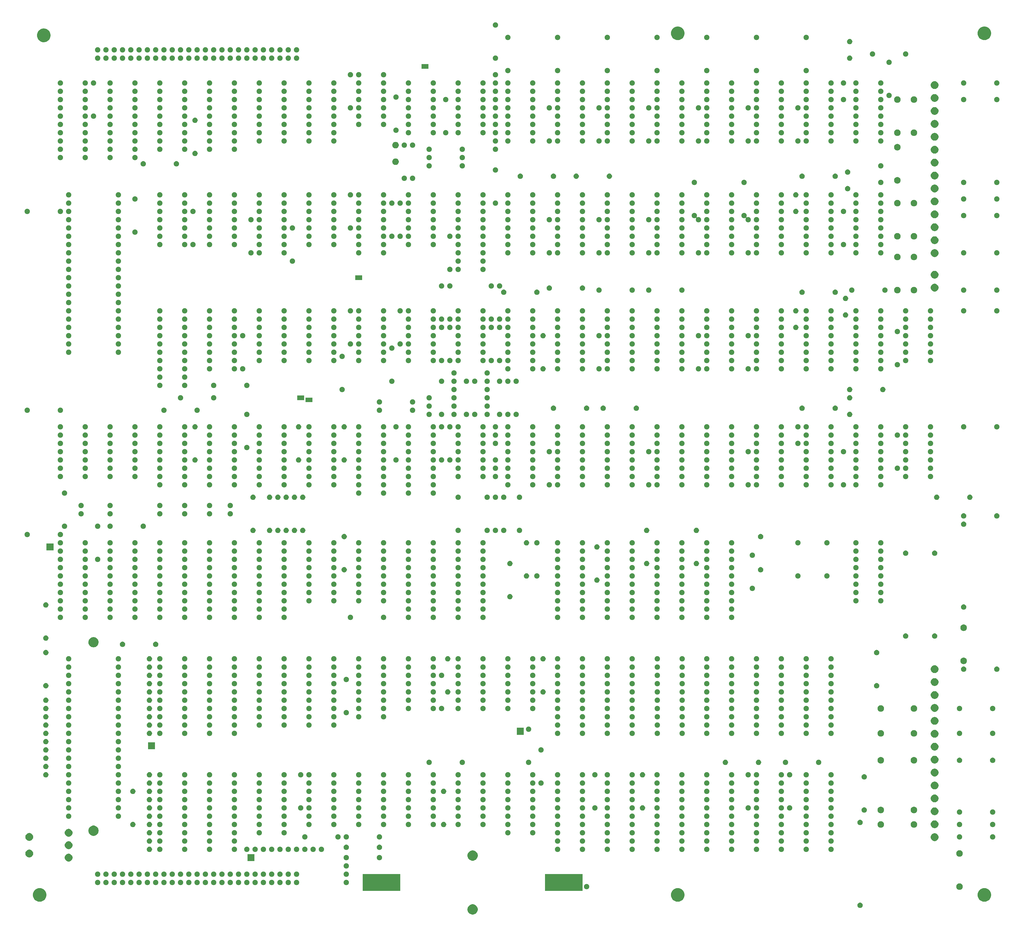
<source format=gbr>
G04 #@! TF.GenerationSoftware,KiCad,Pcbnew,(5.1.5)-3*
G04 #@! TF.CreationDate,2021-09-27T22:17:11-06:00*
G04 #@! TF.ProjectId,taito_video_processor_pcb,74616974-6f5f-4766-9964-656f5f70726f,rev?*
G04 #@! TF.SameCoordinates,Original*
G04 #@! TF.FileFunction,Soldermask,Top*
G04 #@! TF.FilePolarity,Negative*
%FSLAX46Y46*%
G04 Gerber Fmt 4.6, Leading zero omitted, Abs format (unit mm)*
G04 Created by KiCad (PCBNEW (5.1.5)-3) date 2021-09-27 22:17:11*
%MOMM*%
%LPD*%
G04 APERTURE LIST*
%ADD10C,0.100000*%
G04 APERTURE END LIST*
D10*
G36*
X293042267Y-350880263D02*
G01*
X293194411Y-350910526D01*
X293313137Y-350959704D01*
X293481041Y-351029252D01*
X293481042Y-351029253D01*
X293739004Y-351201617D01*
X293958383Y-351420996D01*
X294037965Y-351540100D01*
X294130748Y-351678959D01*
X294175292Y-351786499D01*
X294249474Y-351965589D01*
X294279737Y-352117733D01*
X294310000Y-352269875D01*
X294310000Y-352580125D01*
X294249474Y-352884410D01*
X294130748Y-353171041D01*
X294130747Y-353171042D01*
X293958383Y-353429004D01*
X293739004Y-353648383D01*
X293566639Y-353763553D01*
X293481041Y-353820748D01*
X293313137Y-353890296D01*
X293194411Y-353939474D01*
X293042267Y-353969737D01*
X292890125Y-354000000D01*
X292579875Y-354000000D01*
X292427733Y-353969737D01*
X292275589Y-353939474D01*
X292156863Y-353890296D01*
X291988959Y-353820748D01*
X291903361Y-353763553D01*
X291730996Y-353648383D01*
X291511617Y-353429004D01*
X291339253Y-353171042D01*
X291339252Y-353171041D01*
X291220526Y-352884410D01*
X291160000Y-352580125D01*
X291160000Y-352269875D01*
X291190263Y-352117733D01*
X291220526Y-351965589D01*
X291294708Y-351786499D01*
X291339252Y-351678959D01*
X291432035Y-351540100D01*
X291511617Y-351420996D01*
X291730996Y-351201617D01*
X291988958Y-351029253D01*
X291988959Y-351029252D01*
X292156863Y-350959704D01*
X292275589Y-350910526D01*
X292427733Y-350880263D01*
X292579875Y-350850000D01*
X292890125Y-350850000D01*
X293042267Y-350880263D01*
G37*
G36*
X411717142Y-350373242D02*
G01*
X411865101Y-350434529D01*
X411998255Y-350523499D01*
X412111501Y-350636745D01*
X412200471Y-350769899D01*
X412261758Y-350917858D01*
X412293000Y-351074925D01*
X412293000Y-351235075D01*
X412261758Y-351392142D01*
X412200471Y-351540101D01*
X412111501Y-351673255D01*
X411998255Y-351786501D01*
X411865101Y-351875471D01*
X411717142Y-351936758D01*
X411560075Y-351968000D01*
X411399925Y-351968000D01*
X411242858Y-351936758D01*
X411094899Y-351875471D01*
X410961745Y-351786501D01*
X410848499Y-351673255D01*
X410759529Y-351540101D01*
X410698242Y-351392142D01*
X410667000Y-351235075D01*
X410667000Y-351074925D01*
X410698242Y-350917858D01*
X410759529Y-350769899D01*
X410848499Y-350636745D01*
X410961745Y-350523499D01*
X411094899Y-350434529D01*
X411242858Y-350373242D01*
X411399925Y-350342000D01*
X411560075Y-350342000D01*
X411717142Y-350373242D01*
G37*
G36*
X160317330Y-345915334D02*
G01*
X160627589Y-345977048D01*
X161006671Y-346134069D01*
X161347835Y-346362028D01*
X161637972Y-346652165D01*
X161865931Y-346993329D01*
X162022952Y-347372411D01*
X162103000Y-347774842D01*
X162103000Y-348185158D01*
X162022952Y-348587589D01*
X161865931Y-348966671D01*
X161637972Y-349307835D01*
X161347835Y-349597972D01*
X161006671Y-349825931D01*
X160627589Y-349982952D01*
X160426373Y-350022976D01*
X160225159Y-350063000D01*
X159814841Y-350063000D01*
X159613627Y-350022976D01*
X159412411Y-349982952D01*
X159033329Y-349825931D01*
X158692165Y-349597972D01*
X158402028Y-349307835D01*
X158174069Y-348966671D01*
X158017048Y-348587589D01*
X157937000Y-348185158D01*
X157937000Y-347774842D01*
X158017048Y-347372411D01*
X158174069Y-346993329D01*
X158402028Y-346652165D01*
X158692165Y-346362028D01*
X159033329Y-346134069D01*
X159412411Y-345977048D01*
X159722670Y-345915334D01*
X159814841Y-345897000D01*
X160225159Y-345897000D01*
X160317330Y-345915334D01*
G37*
G36*
X355897330Y-345915334D02*
G01*
X356207589Y-345977048D01*
X356586671Y-346134069D01*
X356927835Y-346362028D01*
X357217972Y-346652165D01*
X357445931Y-346993329D01*
X357602952Y-347372411D01*
X357683000Y-347774842D01*
X357683000Y-348185158D01*
X357602952Y-348587589D01*
X357445931Y-348966671D01*
X357217972Y-349307835D01*
X356927835Y-349597972D01*
X356586671Y-349825931D01*
X356207589Y-349982952D01*
X356006373Y-350022976D01*
X355805159Y-350063000D01*
X355394841Y-350063000D01*
X355193627Y-350022976D01*
X354992411Y-349982952D01*
X354613329Y-349825931D01*
X354272165Y-349597972D01*
X353982028Y-349307835D01*
X353754069Y-348966671D01*
X353597048Y-348587589D01*
X353517000Y-348185158D01*
X353517000Y-347774842D01*
X353597048Y-347372411D01*
X353754069Y-346993329D01*
X353982028Y-346652165D01*
X354272165Y-346362028D01*
X354613329Y-346134069D01*
X354992411Y-345977048D01*
X355302670Y-345915334D01*
X355394841Y-345897000D01*
X355805159Y-345897000D01*
X355897330Y-345915334D01*
G37*
G36*
X449877330Y-345915334D02*
G01*
X450187589Y-345977048D01*
X450566671Y-346134069D01*
X450907835Y-346362028D01*
X451197972Y-346652165D01*
X451425931Y-346993329D01*
X451582952Y-347372411D01*
X451663000Y-347774842D01*
X451663000Y-348185158D01*
X451582952Y-348587589D01*
X451425931Y-348966671D01*
X451197972Y-349307835D01*
X450907835Y-349597972D01*
X450566671Y-349825931D01*
X450187589Y-349982952D01*
X449986373Y-350022976D01*
X449785159Y-350063000D01*
X449374841Y-350063000D01*
X449173627Y-350022976D01*
X448972411Y-349982952D01*
X448593329Y-349825931D01*
X448252165Y-349597972D01*
X447962028Y-349307835D01*
X447734069Y-348966671D01*
X447577048Y-348587589D01*
X447497000Y-348185158D01*
X447497000Y-347774842D01*
X447577048Y-347372411D01*
X447734069Y-346993329D01*
X447962028Y-346652165D01*
X448252165Y-346362028D01*
X448593329Y-346134069D01*
X448972411Y-345977048D01*
X449282670Y-345915334D01*
X449374841Y-345897000D01*
X449785159Y-345897000D01*
X449877330Y-345915334D01*
G37*
G36*
X326441000Y-346761000D02*
G01*
X314909000Y-346761000D01*
X314909000Y-341579000D01*
X326441000Y-341579000D01*
X326441000Y-346761000D01*
G37*
G36*
X270561000Y-346761000D02*
G01*
X259029000Y-346761000D01*
X259029000Y-341579000D01*
X270561000Y-341579000D01*
X270561000Y-346761000D01*
G37*
G36*
X442086425Y-344441988D02*
G01*
X442252710Y-344475063D01*
X442435336Y-344550709D01*
X442599694Y-344660530D01*
X442739470Y-344800306D01*
X442849291Y-344964664D01*
X442924937Y-345147290D01*
X442963500Y-345341164D01*
X442963500Y-345538836D01*
X442924937Y-345732710D01*
X442849291Y-345915336D01*
X442739470Y-346079694D01*
X442599694Y-346219470D01*
X442435336Y-346329291D01*
X442252710Y-346404937D01*
X442086425Y-346438012D01*
X442058837Y-346443500D01*
X441861163Y-346443500D01*
X441833575Y-346438012D01*
X441667290Y-346404937D01*
X441484664Y-346329291D01*
X441320306Y-346219470D01*
X441180530Y-346079694D01*
X441070709Y-345915336D01*
X440995063Y-345732710D01*
X440956500Y-345538836D01*
X440956500Y-345341164D01*
X440995063Y-345147290D01*
X441070709Y-344964664D01*
X441180530Y-344800306D01*
X441320306Y-344660530D01*
X441484664Y-344550709D01*
X441667290Y-344475063D01*
X441833575Y-344441988D01*
X441861163Y-344436500D01*
X442058837Y-344436500D01*
X442086425Y-344441988D01*
G37*
G36*
X327897142Y-344658242D02*
G01*
X328045101Y-344719529D01*
X328178255Y-344808499D01*
X328291501Y-344921745D01*
X328380471Y-345054899D01*
X328441758Y-345202858D01*
X328473000Y-345359925D01*
X328473000Y-345520075D01*
X328441758Y-345677142D01*
X328380471Y-345825101D01*
X328291501Y-345958255D01*
X328178255Y-346071501D01*
X328045101Y-346160471D01*
X327897142Y-346221758D01*
X327740075Y-346253000D01*
X327579925Y-346253000D01*
X327422858Y-346221758D01*
X327274899Y-346160471D01*
X327141745Y-346071501D01*
X327028499Y-345958255D01*
X326939529Y-345825101D01*
X326878242Y-345677142D01*
X326847000Y-345520075D01*
X326847000Y-345359925D01*
X326878242Y-345202858D01*
X326939529Y-345054899D01*
X327028499Y-344921745D01*
X327141745Y-344808499D01*
X327274899Y-344719529D01*
X327422858Y-344658242D01*
X327579925Y-344627000D01*
X327740075Y-344627000D01*
X327897142Y-344658242D01*
G37*
G36*
X190737142Y-343388242D02*
G01*
X190885101Y-343449529D01*
X191018255Y-343538499D01*
X191131501Y-343651745D01*
X191220471Y-343784899D01*
X191281758Y-343932858D01*
X191313000Y-344089925D01*
X191313000Y-344250075D01*
X191281758Y-344407142D01*
X191220471Y-344555101D01*
X191131501Y-344688255D01*
X191018255Y-344801501D01*
X190885101Y-344890471D01*
X190737142Y-344951758D01*
X190580075Y-344983000D01*
X190419925Y-344983000D01*
X190262858Y-344951758D01*
X190114899Y-344890471D01*
X189981745Y-344801501D01*
X189868499Y-344688255D01*
X189779529Y-344555101D01*
X189718242Y-344407142D01*
X189687000Y-344250075D01*
X189687000Y-344089925D01*
X189718242Y-343932858D01*
X189779529Y-343784899D01*
X189868499Y-343651745D01*
X189981745Y-343538499D01*
X190114899Y-343449529D01*
X190262858Y-343388242D01*
X190419925Y-343357000D01*
X190580075Y-343357000D01*
X190737142Y-343388242D01*
G37*
G36*
X236457142Y-343388242D02*
G01*
X236605101Y-343449529D01*
X236738255Y-343538499D01*
X236851501Y-343651745D01*
X236940471Y-343784899D01*
X237001758Y-343932858D01*
X237033000Y-344089925D01*
X237033000Y-344250075D01*
X237001758Y-344407142D01*
X236940471Y-344555101D01*
X236851501Y-344688255D01*
X236738255Y-344801501D01*
X236605101Y-344890471D01*
X236457142Y-344951758D01*
X236300075Y-344983000D01*
X236139925Y-344983000D01*
X235982858Y-344951758D01*
X235834899Y-344890471D01*
X235701745Y-344801501D01*
X235588499Y-344688255D01*
X235499529Y-344555101D01*
X235438242Y-344407142D01*
X235407000Y-344250075D01*
X235407000Y-344089925D01*
X235438242Y-343932858D01*
X235499529Y-343784899D01*
X235588499Y-343651745D01*
X235701745Y-343538499D01*
X235834899Y-343449529D01*
X235982858Y-343388242D01*
X236139925Y-343357000D01*
X236300075Y-343357000D01*
X236457142Y-343388242D01*
G37*
G36*
X188197142Y-343388242D02*
G01*
X188345101Y-343449529D01*
X188478255Y-343538499D01*
X188591501Y-343651745D01*
X188680471Y-343784899D01*
X188741758Y-343932858D01*
X188773000Y-344089925D01*
X188773000Y-344250075D01*
X188741758Y-344407142D01*
X188680471Y-344555101D01*
X188591501Y-344688255D01*
X188478255Y-344801501D01*
X188345101Y-344890471D01*
X188197142Y-344951758D01*
X188040075Y-344983000D01*
X187879925Y-344983000D01*
X187722858Y-344951758D01*
X187574899Y-344890471D01*
X187441745Y-344801501D01*
X187328499Y-344688255D01*
X187239529Y-344555101D01*
X187178242Y-344407142D01*
X187147000Y-344250075D01*
X187147000Y-344089925D01*
X187178242Y-343932858D01*
X187239529Y-343784899D01*
X187328499Y-343651745D01*
X187441745Y-343538499D01*
X187574899Y-343449529D01*
X187722858Y-343388242D01*
X187879925Y-343357000D01*
X188040075Y-343357000D01*
X188197142Y-343388242D01*
G37*
G36*
X238997142Y-343388242D02*
G01*
X239145101Y-343449529D01*
X239278255Y-343538499D01*
X239391501Y-343651745D01*
X239480471Y-343784899D01*
X239541758Y-343932858D01*
X239573000Y-344089925D01*
X239573000Y-344250075D01*
X239541758Y-344407142D01*
X239480471Y-344555101D01*
X239391501Y-344688255D01*
X239278255Y-344801501D01*
X239145101Y-344890471D01*
X238997142Y-344951758D01*
X238840075Y-344983000D01*
X238679925Y-344983000D01*
X238522858Y-344951758D01*
X238374899Y-344890471D01*
X238241745Y-344801501D01*
X238128499Y-344688255D01*
X238039529Y-344555101D01*
X237978242Y-344407142D01*
X237947000Y-344250075D01*
X237947000Y-344089925D01*
X237978242Y-343932858D01*
X238039529Y-343784899D01*
X238128499Y-343651745D01*
X238241745Y-343538499D01*
X238374899Y-343449529D01*
X238522858Y-343388242D01*
X238679925Y-343357000D01*
X238840075Y-343357000D01*
X238997142Y-343388242D01*
G37*
G36*
X254237142Y-343388242D02*
G01*
X254385101Y-343449529D01*
X254518255Y-343538499D01*
X254631501Y-343651745D01*
X254720471Y-343784899D01*
X254781758Y-343932858D01*
X254813000Y-344089925D01*
X254813000Y-344250075D01*
X254781758Y-344407142D01*
X254720471Y-344555101D01*
X254631501Y-344688255D01*
X254518255Y-344801501D01*
X254385101Y-344890471D01*
X254237142Y-344951758D01*
X254080075Y-344983000D01*
X253919925Y-344983000D01*
X253762858Y-344951758D01*
X253614899Y-344890471D01*
X253481745Y-344801501D01*
X253368499Y-344688255D01*
X253279529Y-344555101D01*
X253218242Y-344407142D01*
X253187000Y-344250075D01*
X253187000Y-344089925D01*
X253218242Y-343932858D01*
X253279529Y-343784899D01*
X253368499Y-343651745D01*
X253481745Y-343538499D01*
X253614899Y-343449529D01*
X253762858Y-343388242D01*
X253919925Y-343357000D01*
X254080075Y-343357000D01*
X254237142Y-343388242D01*
G37*
G36*
X223757142Y-343388242D02*
G01*
X223905101Y-343449529D01*
X224038255Y-343538499D01*
X224151501Y-343651745D01*
X224240471Y-343784899D01*
X224301758Y-343932858D01*
X224333000Y-344089925D01*
X224333000Y-344250075D01*
X224301758Y-344407142D01*
X224240471Y-344555101D01*
X224151501Y-344688255D01*
X224038255Y-344801501D01*
X223905101Y-344890471D01*
X223757142Y-344951758D01*
X223600075Y-344983000D01*
X223439925Y-344983000D01*
X223282858Y-344951758D01*
X223134899Y-344890471D01*
X223001745Y-344801501D01*
X222888499Y-344688255D01*
X222799529Y-344555101D01*
X222738242Y-344407142D01*
X222707000Y-344250075D01*
X222707000Y-344089925D01*
X222738242Y-343932858D01*
X222799529Y-343784899D01*
X222888499Y-343651745D01*
X223001745Y-343538499D01*
X223134899Y-343449529D01*
X223282858Y-343388242D01*
X223439925Y-343357000D01*
X223600075Y-343357000D01*
X223757142Y-343388242D01*
G37*
G36*
X226297142Y-343388242D02*
G01*
X226445101Y-343449529D01*
X226578255Y-343538499D01*
X226691501Y-343651745D01*
X226780471Y-343784899D01*
X226841758Y-343932858D01*
X226873000Y-344089925D01*
X226873000Y-344250075D01*
X226841758Y-344407142D01*
X226780471Y-344555101D01*
X226691501Y-344688255D01*
X226578255Y-344801501D01*
X226445101Y-344890471D01*
X226297142Y-344951758D01*
X226140075Y-344983000D01*
X225979925Y-344983000D01*
X225822858Y-344951758D01*
X225674899Y-344890471D01*
X225541745Y-344801501D01*
X225428499Y-344688255D01*
X225339529Y-344555101D01*
X225278242Y-344407142D01*
X225247000Y-344250075D01*
X225247000Y-344089925D01*
X225278242Y-343932858D01*
X225339529Y-343784899D01*
X225428499Y-343651745D01*
X225541745Y-343538499D01*
X225674899Y-343449529D01*
X225822858Y-343388242D01*
X225979925Y-343357000D01*
X226140075Y-343357000D01*
X226297142Y-343388242D01*
G37*
G36*
X228837142Y-343388242D02*
G01*
X228985101Y-343449529D01*
X229118255Y-343538499D01*
X229231501Y-343651745D01*
X229320471Y-343784899D01*
X229381758Y-343932858D01*
X229413000Y-344089925D01*
X229413000Y-344250075D01*
X229381758Y-344407142D01*
X229320471Y-344555101D01*
X229231501Y-344688255D01*
X229118255Y-344801501D01*
X228985101Y-344890471D01*
X228837142Y-344951758D01*
X228680075Y-344983000D01*
X228519925Y-344983000D01*
X228362858Y-344951758D01*
X228214899Y-344890471D01*
X228081745Y-344801501D01*
X227968499Y-344688255D01*
X227879529Y-344555101D01*
X227818242Y-344407142D01*
X227787000Y-344250075D01*
X227787000Y-344089925D01*
X227818242Y-343932858D01*
X227879529Y-343784899D01*
X227968499Y-343651745D01*
X228081745Y-343538499D01*
X228214899Y-343449529D01*
X228362858Y-343388242D01*
X228519925Y-343357000D01*
X228680075Y-343357000D01*
X228837142Y-343388242D01*
G37*
G36*
X231377142Y-343388242D02*
G01*
X231525101Y-343449529D01*
X231658255Y-343538499D01*
X231771501Y-343651745D01*
X231860471Y-343784899D01*
X231921758Y-343932858D01*
X231953000Y-344089925D01*
X231953000Y-344250075D01*
X231921758Y-344407142D01*
X231860471Y-344555101D01*
X231771501Y-344688255D01*
X231658255Y-344801501D01*
X231525101Y-344890471D01*
X231377142Y-344951758D01*
X231220075Y-344983000D01*
X231059925Y-344983000D01*
X230902858Y-344951758D01*
X230754899Y-344890471D01*
X230621745Y-344801501D01*
X230508499Y-344688255D01*
X230419529Y-344555101D01*
X230358242Y-344407142D01*
X230327000Y-344250075D01*
X230327000Y-344089925D01*
X230358242Y-343932858D01*
X230419529Y-343784899D01*
X230508499Y-343651745D01*
X230621745Y-343538499D01*
X230754899Y-343449529D01*
X230902858Y-343388242D01*
X231059925Y-343357000D01*
X231220075Y-343357000D01*
X231377142Y-343388242D01*
G37*
G36*
X233917142Y-343388242D02*
G01*
X234065101Y-343449529D01*
X234198255Y-343538499D01*
X234311501Y-343651745D01*
X234400471Y-343784899D01*
X234461758Y-343932858D01*
X234493000Y-344089925D01*
X234493000Y-344250075D01*
X234461758Y-344407142D01*
X234400471Y-344555101D01*
X234311501Y-344688255D01*
X234198255Y-344801501D01*
X234065101Y-344890471D01*
X233917142Y-344951758D01*
X233760075Y-344983000D01*
X233599925Y-344983000D01*
X233442858Y-344951758D01*
X233294899Y-344890471D01*
X233161745Y-344801501D01*
X233048499Y-344688255D01*
X232959529Y-344555101D01*
X232898242Y-344407142D01*
X232867000Y-344250075D01*
X232867000Y-344089925D01*
X232898242Y-343932858D01*
X232959529Y-343784899D01*
X233048499Y-343651745D01*
X233161745Y-343538499D01*
X233294899Y-343449529D01*
X233442858Y-343388242D01*
X233599925Y-343357000D01*
X233760075Y-343357000D01*
X233917142Y-343388242D01*
G37*
G36*
X203437142Y-343388242D02*
G01*
X203585101Y-343449529D01*
X203718255Y-343538499D01*
X203831501Y-343651745D01*
X203920471Y-343784899D01*
X203981758Y-343932858D01*
X204013000Y-344089925D01*
X204013000Y-344250075D01*
X203981758Y-344407142D01*
X203920471Y-344555101D01*
X203831501Y-344688255D01*
X203718255Y-344801501D01*
X203585101Y-344890471D01*
X203437142Y-344951758D01*
X203280075Y-344983000D01*
X203119925Y-344983000D01*
X202962858Y-344951758D01*
X202814899Y-344890471D01*
X202681745Y-344801501D01*
X202568499Y-344688255D01*
X202479529Y-344555101D01*
X202418242Y-344407142D01*
X202387000Y-344250075D01*
X202387000Y-344089925D01*
X202418242Y-343932858D01*
X202479529Y-343784899D01*
X202568499Y-343651745D01*
X202681745Y-343538499D01*
X202814899Y-343449529D01*
X202962858Y-343388242D01*
X203119925Y-343357000D01*
X203280075Y-343357000D01*
X203437142Y-343388242D01*
G37*
G36*
X200897142Y-343388242D02*
G01*
X201045101Y-343449529D01*
X201178255Y-343538499D01*
X201291501Y-343651745D01*
X201380471Y-343784899D01*
X201441758Y-343932858D01*
X201473000Y-344089925D01*
X201473000Y-344250075D01*
X201441758Y-344407142D01*
X201380471Y-344555101D01*
X201291501Y-344688255D01*
X201178255Y-344801501D01*
X201045101Y-344890471D01*
X200897142Y-344951758D01*
X200740075Y-344983000D01*
X200579925Y-344983000D01*
X200422858Y-344951758D01*
X200274899Y-344890471D01*
X200141745Y-344801501D01*
X200028499Y-344688255D01*
X199939529Y-344555101D01*
X199878242Y-344407142D01*
X199847000Y-344250075D01*
X199847000Y-344089925D01*
X199878242Y-343932858D01*
X199939529Y-343784899D01*
X200028499Y-343651745D01*
X200141745Y-343538499D01*
X200274899Y-343449529D01*
X200422858Y-343388242D01*
X200579925Y-343357000D01*
X200740075Y-343357000D01*
X200897142Y-343388242D01*
G37*
G36*
X211057142Y-343388242D02*
G01*
X211205101Y-343449529D01*
X211338255Y-343538499D01*
X211451501Y-343651745D01*
X211540471Y-343784899D01*
X211601758Y-343932858D01*
X211633000Y-344089925D01*
X211633000Y-344250075D01*
X211601758Y-344407142D01*
X211540471Y-344555101D01*
X211451501Y-344688255D01*
X211338255Y-344801501D01*
X211205101Y-344890471D01*
X211057142Y-344951758D01*
X210900075Y-344983000D01*
X210739925Y-344983000D01*
X210582858Y-344951758D01*
X210434899Y-344890471D01*
X210301745Y-344801501D01*
X210188499Y-344688255D01*
X210099529Y-344555101D01*
X210038242Y-344407142D01*
X210007000Y-344250075D01*
X210007000Y-344089925D01*
X210038242Y-343932858D01*
X210099529Y-343784899D01*
X210188499Y-343651745D01*
X210301745Y-343538499D01*
X210434899Y-343449529D01*
X210582858Y-343388242D01*
X210739925Y-343357000D01*
X210900075Y-343357000D01*
X211057142Y-343388242D01*
G37*
G36*
X221217142Y-343388242D02*
G01*
X221365101Y-343449529D01*
X221498255Y-343538499D01*
X221611501Y-343651745D01*
X221700471Y-343784899D01*
X221761758Y-343932858D01*
X221793000Y-344089925D01*
X221793000Y-344250075D01*
X221761758Y-344407142D01*
X221700471Y-344555101D01*
X221611501Y-344688255D01*
X221498255Y-344801501D01*
X221365101Y-344890471D01*
X221217142Y-344951758D01*
X221060075Y-344983000D01*
X220899925Y-344983000D01*
X220742858Y-344951758D01*
X220594899Y-344890471D01*
X220461745Y-344801501D01*
X220348499Y-344688255D01*
X220259529Y-344555101D01*
X220198242Y-344407142D01*
X220167000Y-344250075D01*
X220167000Y-344089925D01*
X220198242Y-343932858D01*
X220259529Y-343784899D01*
X220348499Y-343651745D01*
X220461745Y-343538499D01*
X220594899Y-343449529D01*
X220742858Y-343388242D01*
X220899925Y-343357000D01*
X221060075Y-343357000D01*
X221217142Y-343388242D01*
G37*
G36*
X195817142Y-343388242D02*
G01*
X195965101Y-343449529D01*
X196098255Y-343538499D01*
X196211501Y-343651745D01*
X196300471Y-343784899D01*
X196361758Y-343932858D01*
X196393000Y-344089925D01*
X196393000Y-344250075D01*
X196361758Y-344407142D01*
X196300471Y-344555101D01*
X196211501Y-344688255D01*
X196098255Y-344801501D01*
X195965101Y-344890471D01*
X195817142Y-344951758D01*
X195660075Y-344983000D01*
X195499925Y-344983000D01*
X195342858Y-344951758D01*
X195194899Y-344890471D01*
X195061745Y-344801501D01*
X194948499Y-344688255D01*
X194859529Y-344555101D01*
X194798242Y-344407142D01*
X194767000Y-344250075D01*
X194767000Y-344089925D01*
X194798242Y-343932858D01*
X194859529Y-343784899D01*
X194948499Y-343651745D01*
X195061745Y-343538499D01*
X195194899Y-343449529D01*
X195342858Y-343388242D01*
X195499925Y-343357000D01*
X195660075Y-343357000D01*
X195817142Y-343388242D01*
G37*
G36*
X198357142Y-343388242D02*
G01*
X198505101Y-343449529D01*
X198638255Y-343538499D01*
X198751501Y-343651745D01*
X198840471Y-343784899D01*
X198901758Y-343932858D01*
X198933000Y-344089925D01*
X198933000Y-344250075D01*
X198901758Y-344407142D01*
X198840471Y-344555101D01*
X198751501Y-344688255D01*
X198638255Y-344801501D01*
X198505101Y-344890471D01*
X198357142Y-344951758D01*
X198200075Y-344983000D01*
X198039925Y-344983000D01*
X197882858Y-344951758D01*
X197734899Y-344890471D01*
X197601745Y-344801501D01*
X197488499Y-344688255D01*
X197399529Y-344555101D01*
X197338242Y-344407142D01*
X197307000Y-344250075D01*
X197307000Y-344089925D01*
X197338242Y-343932858D01*
X197399529Y-343784899D01*
X197488499Y-343651745D01*
X197601745Y-343538499D01*
X197734899Y-343449529D01*
X197882858Y-343388242D01*
X198039925Y-343357000D01*
X198200075Y-343357000D01*
X198357142Y-343388242D01*
G37*
G36*
X178037142Y-343388242D02*
G01*
X178185101Y-343449529D01*
X178318255Y-343538499D01*
X178431501Y-343651745D01*
X178520471Y-343784899D01*
X178581758Y-343932858D01*
X178613000Y-344089925D01*
X178613000Y-344250075D01*
X178581758Y-344407142D01*
X178520471Y-344555101D01*
X178431501Y-344688255D01*
X178318255Y-344801501D01*
X178185101Y-344890471D01*
X178037142Y-344951758D01*
X177880075Y-344983000D01*
X177719925Y-344983000D01*
X177562858Y-344951758D01*
X177414899Y-344890471D01*
X177281745Y-344801501D01*
X177168499Y-344688255D01*
X177079529Y-344555101D01*
X177018242Y-344407142D01*
X176987000Y-344250075D01*
X176987000Y-344089925D01*
X177018242Y-343932858D01*
X177079529Y-343784899D01*
X177168499Y-343651745D01*
X177281745Y-343538499D01*
X177414899Y-343449529D01*
X177562858Y-343388242D01*
X177719925Y-343357000D01*
X177880075Y-343357000D01*
X178037142Y-343388242D01*
G37*
G36*
X205977142Y-343388242D02*
G01*
X206125101Y-343449529D01*
X206258255Y-343538499D01*
X206371501Y-343651745D01*
X206460471Y-343784899D01*
X206521758Y-343932858D01*
X206553000Y-344089925D01*
X206553000Y-344250075D01*
X206521758Y-344407142D01*
X206460471Y-344555101D01*
X206371501Y-344688255D01*
X206258255Y-344801501D01*
X206125101Y-344890471D01*
X205977142Y-344951758D01*
X205820075Y-344983000D01*
X205659925Y-344983000D01*
X205502858Y-344951758D01*
X205354899Y-344890471D01*
X205221745Y-344801501D01*
X205108499Y-344688255D01*
X205019529Y-344555101D01*
X204958242Y-344407142D01*
X204927000Y-344250075D01*
X204927000Y-344089925D01*
X204958242Y-343932858D01*
X205019529Y-343784899D01*
X205108499Y-343651745D01*
X205221745Y-343538499D01*
X205354899Y-343449529D01*
X205502858Y-343388242D01*
X205659925Y-343357000D01*
X205820075Y-343357000D01*
X205977142Y-343388242D01*
G37*
G36*
X208517142Y-343388242D02*
G01*
X208665101Y-343449529D01*
X208798255Y-343538499D01*
X208911501Y-343651745D01*
X209000471Y-343784899D01*
X209061758Y-343932858D01*
X209093000Y-344089925D01*
X209093000Y-344250075D01*
X209061758Y-344407142D01*
X209000471Y-344555101D01*
X208911501Y-344688255D01*
X208798255Y-344801501D01*
X208665101Y-344890471D01*
X208517142Y-344951758D01*
X208360075Y-344983000D01*
X208199925Y-344983000D01*
X208042858Y-344951758D01*
X207894899Y-344890471D01*
X207761745Y-344801501D01*
X207648499Y-344688255D01*
X207559529Y-344555101D01*
X207498242Y-344407142D01*
X207467000Y-344250075D01*
X207467000Y-344089925D01*
X207498242Y-343932858D01*
X207559529Y-343784899D01*
X207648499Y-343651745D01*
X207761745Y-343538499D01*
X207894899Y-343449529D01*
X208042858Y-343388242D01*
X208199925Y-343357000D01*
X208360075Y-343357000D01*
X208517142Y-343388242D01*
G37*
G36*
X193277142Y-343388242D02*
G01*
X193425101Y-343449529D01*
X193558255Y-343538499D01*
X193671501Y-343651745D01*
X193760471Y-343784899D01*
X193821758Y-343932858D01*
X193853000Y-344089925D01*
X193853000Y-344250075D01*
X193821758Y-344407142D01*
X193760471Y-344555101D01*
X193671501Y-344688255D01*
X193558255Y-344801501D01*
X193425101Y-344890471D01*
X193277142Y-344951758D01*
X193120075Y-344983000D01*
X192959925Y-344983000D01*
X192802858Y-344951758D01*
X192654899Y-344890471D01*
X192521745Y-344801501D01*
X192408499Y-344688255D01*
X192319529Y-344555101D01*
X192258242Y-344407142D01*
X192227000Y-344250075D01*
X192227000Y-344089925D01*
X192258242Y-343932858D01*
X192319529Y-343784899D01*
X192408499Y-343651745D01*
X192521745Y-343538499D01*
X192654899Y-343449529D01*
X192802858Y-343388242D01*
X192959925Y-343357000D01*
X193120075Y-343357000D01*
X193277142Y-343388242D01*
G37*
G36*
X218677142Y-343388242D02*
G01*
X218825101Y-343449529D01*
X218958255Y-343538499D01*
X219071501Y-343651745D01*
X219160471Y-343784899D01*
X219221758Y-343932858D01*
X219253000Y-344089925D01*
X219253000Y-344250075D01*
X219221758Y-344407142D01*
X219160471Y-344555101D01*
X219071501Y-344688255D01*
X218958255Y-344801501D01*
X218825101Y-344890471D01*
X218677142Y-344951758D01*
X218520075Y-344983000D01*
X218359925Y-344983000D01*
X218202858Y-344951758D01*
X218054899Y-344890471D01*
X217921745Y-344801501D01*
X217808499Y-344688255D01*
X217719529Y-344555101D01*
X217658242Y-344407142D01*
X217627000Y-344250075D01*
X217627000Y-344089925D01*
X217658242Y-343932858D01*
X217719529Y-343784899D01*
X217808499Y-343651745D01*
X217921745Y-343538499D01*
X218054899Y-343449529D01*
X218202858Y-343388242D01*
X218359925Y-343357000D01*
X218520075Y-343357000D01*
X218677142Y-343388242D01*
G37*
G36*
X180577142Y-343388242D02*
G01*
X180725101Y-343449529D01*
X180858255Y-343538499D01*
X180971501Y-343651745D01*
X181060471Y-343784899D01*
X181121758Y-343932858D01*
X181153000Y-344089925D01*
X181153000Y-344250075D01*
X181121758Y-344407142D01*
X181060471Y-344555101D01*
X180971501Y-344688255D01*
X180858255Y-344801501D01*
X180725101Y-344890471D01*
X180577142Y-344951758D01*
X180420075Y-344983000D01*
X180259925Y-344983000D01*
X180102858Y-344951758D01*
X179954899Y-344890471D01*
X179821745Y-344801501D01*
X179708499Y-344688255D01*
X179619529Y-344555101D01*
X179558242Y-344407142D01*
X179527000Y-344250075D01*
X179527000Y-344089925D01*
X179558242Y-343932858D01*
X179619529Y-343784899D01*
X179708499Y-343651745D01*
X179821745Y-343538499D01*
X179954899Y-343449529D01*
X180102858Y-343388242D01*
X180259925Y-343357000D01*
X180420075Y-343357000D01*
X180577142Y-343388242D01*
G37*
G36*
X183117142Y-343388242D02*
G01*
X183265101Y-343449529D01*
X183398255Y-343538499D01*
X183511501Y-343651745D01*
X183600471Y-343784899D01*
X183661758Y-343932858D01*
X183693000Y-344089925D01*
X183693000Y-344250075D01*
X183661758Y-344407142D01*
X183600471Y-344555101D01*
X183511501Y-344688255D01*
X183398255Y-344801501D01*
X183265101Y-344890471D01*
X183117142Y-344951758D01*
X182960075Y-344983000D01*
X182799925Y-344983000D01*
X182642858Y-344951758D01*
X182494899Y-344890471D01*
X182361745Y-344801501D01*
X182248499Y-344688255D01*
X182159529Y-344555101D01*
X182098242Y-344407142D01*
X182067000Y-344250075D01*
X182067000Y-344089925D01*
X182098242Y-343932858D01*
X182159529Y-343784899D01*
X182248499Y-343651745D01*
X182361745Y-343538499D01*
X182494899Y-343449529D01*
X182642858Y-343388242D01*
X182799925Y-343357000D01*
X182960075Y-343357000D01*
X183117142Y-343388242D01*
G37*
G36*
X213597142Y-343388242D02*
G01*
X213745101Y-343449529D01*
X213878255Y-343538499D01*
X213991501Y-343651745D01*
X214080471Y-343784899D01*
X214141758Y-343932858D01*
X214173000Y-344089925D01*
X214173000Y-344250075D01*
X214141758Y-344407142D01*
X214080471Y-344555101D01*
X213991501Y-344688255D01*
X213878255Y-344801501D01*
X213745101Y-344890471D01*
X213597142Y-344951758D01*
X213440075Y-344983000D01*
X213279925Y-344983000D01*
X213122858Y-344951758D01*
X212974899Y-344890471D01*
X212841745Y-344801501D01*
X212728499Y-344688255D01*
X212639529Y-344555101D01*
X212578242Y-344407142D01*
X212547000Y-344250075D01*
X212547000Y-344089925D01*
X212578242Y-343932858D01*
X212639529Y-343784899D01*
X212728499Y-343651745D01*
X212841745Y-343538499D01*
X212974899Y-343449529D01*
X213122858Y-343388242D01*
X213279925Y-343357000D01*
X213440075Y-343357000D01*
X213597142Y-343388242D01*
G37*
G36*
X216137142Y-343388242D02*
G01*
X216285101Y-343449529D01*
X216418255Y-343538499D01*
X216531501Y-343651745D01*
X216620471Y-343784899D01*
X216681758Y-343932858D01*
X216713000Y-344089925D01*
X216713000Y-344250075D01*
X216681758Y-344407142D01*
X216620471Y-344555101D01*
X216531501Y-344688255D01*
X216418255Y-344801501D01*
X216285101Y-344890471D01*
X216137142Y-344951758D01*
X215980075Y-344983000D01*
X215819925Y-344983000D01*
X215662858Y-344951758D01*
X215514899Y-344890471D01*
X215381745Y-344801501D01*
X215268499Y-344688255D01*
X215179529Y-344555101D01*
X215118242Y-344407142D01*
X215087000Y-344250075D01*
X215087000Y-344089925D01*
X215118242Y-343932858D01*
X215179529Y-343784899D01*
X215268499Y-343651745D01*
X215381745Y-343538499D01*
X215514899Y-343449529D01*
X215662858Y-343388242D01*
X215819925Y-343357000D01*
X215980075Y-343357000D01*
X216137142Y-343388242D01*
G37*
G36*
X185657142Y-343388242D02*
G01*
X185805101Y-343449529D01*
X185938255Y-343538499D01*
X186051501Y-343651745D01*
X186140471Y-343784899D01*
X186201758Y-343932858D01*
X186233000Y-344089925D01*
X186233000Y-344250075D01*
X186201758Y-344407142D01*
X186140471Y-344555101D01*
X186051501Y-344688255D01*
X185938255Y-344801501D01*
X185805101Y-344890471D01*
X185657142Y-344951758D01*
X185500075Y-344983000D01*
X185339925Y-344983000D01*
X185182858Y-344951758D01*
X185034899Y-344890471D01*
X184901745Y-344801501D01*
X184788499Y-344688255D01*
X184699529Y-344555101D01*
X184638242Y-344407142D01*
X184607000Y-344250075D01*
X184607000Y-344089925D01*
X184638242Y-343932858D01*
X184699529Y-343784899D01*
X184788499Y-343651745D01*
X184901745Y-343538499D01*
X185034899Y-343449529D01*
X185182858Y-343388242D01*
X185339925Y-343357000D01*
X185500075Y-343357000D01*
X185657142Y-343388242D01*
G37*
G36*
X221217142Y-340848242D02*
G01*
X221365101Y-340909529D01*
X221498255Y-340998499D01*
X221611501Y-341111745D01*
X221700471Y-341244899D01*
X221761758Y-341392858D01*
X221793000Y-341549925D01*
X221793000Y-341710075D01*
X221761758Y-341867142D01*
X221700471Y-342015101D01*
X221611501Y-342148255D01*
X221498255Y-342261501D01*
X221365101Y-342350471D01*
X221217142Y-342411758D01*
X221060075Y-342443000D01*
X220899925Y-342443000D01*
X220742858Y-342411758D01*
X220594899Y-342350471D01*
X220461745Y-342261501D01*
X220348499Y-342148255D01*
X220259529Y-342015101D01*
X220198242Y-341867142D01*
X220167000Y-341710075D01*
X220167000Y-341549925D01*
X220198242Y-341392858D01*
X220259529Y-341244899D01*
X220348499Y-341111745D01*
X220461745Y-340998499D01*
X220594899Y-340909529D01*
X220742858Y-340848242D01*
X220899925Y-340817000D01*
X221060075Y-340817000D01*
X221217142Y-340848242D01*
G37*
G36*
X226297142Y-340848242D02*
G01*
X226445101Y-340909529D01*
X226578255Y-340998499D01*
X226691501Y-341111745D01*
X226780471Y-341244899D01*
X226841758Y-341392858D01*
X226873000Y-341549925D01*
X226873000Y-341710075D01*
X226841758Y-341867142D01*
X226780471Y-342015101D01*
X226691501Y-342148255D01*
X226578255Y-342261501D01*
X226445101Y-342350471D01*
X226297142Y-342411758D01*
X226140075Y-342443000D01*
X225979925Y-342443000D01*
X225822858Y-342411758D01*
X225674899Y-342350471D01*
X225541745Y-342261501D01*
X225428499Y-342148255D01*
X225339529Y-342015101D01*
X225278242Y-341867142D01*
X225247000Y-341710075D01*
X225247000Y-341549925D01*
X225278242Y-341392858D01*
X225339529Y-341244899D01*
X225428499Y-341111745D01*
X225541745Y-340998499D01*
X225674899Y-340909529D01*
X225822858Y-340848242D01*
X225979925Y-340817000D01*
X226140075Y-340817000D01*
X226297142Y-340848242D01*
G37*
G36*
X231377142Y-340848242D02*
G01*
X231525101Y-340909529D01*
X231658255Y-340998499D01*
X231771501Y-341111745D01*
X231860471Y-341244899D01*
X231921758Y-341392858D01*
X231953000Y-341549925D01*
X231953000Y-341710075D01*
X231921758Y-341867142D01*
X231860471Y-342015101D01*
X231771501Y-342148255D01*
X231658255Y-342261501D01*
X231525101Y-342350471D01*
X231377142Y-342411758D01*
X231220075Y-342443000D01*
X231059925Y-342443000D01*
X230902858Y-342411758D01*
X230754899Y-342350471D01*
X230621745Y-342261501D01*
X230508499Y-342148255D01*
X230419529Y-342015101D01*
X230358242Y-341867142D01*
X230327000Y-341710075D01*
X230327000Y-341549925D01*
X230358242Y-341392858D01*
X230419529Y-341244899D01*
X230508499Y-341111745D01*
X230621745Y-340998499D01*
X230754899Y-340909529D01*
X230902858Y-340848242D01*
X231059925Y-340817000D01*
X231220075Y-340817000D01*
X231377142Y-340848242D01*
G37*
G36*
X233917142Y-340848242D02*
G01*
X234065101Y-340909529D01*
X234198255Y-340998499D01*
X234311501Y-341111745D01*
X234400471Y-341244899D01*
X234461758Y-341392858D01*
X234493000Y-341549925D01*
X234493000Y-341710075D01*
X234461758Y-341867142D01*
X234400471Y-342015101D01*
X234311501Y-342148255D01*
X234198255Y-342261501D01*
X234065101Y-342350471D01*
X233917142Y-342411758D01*
X233760075Y-342443000D01*
X233599925Y-342443000D01*
X233442858Y-342411758D01*
X233294899Y-342350471D01*
X233161745Y-342261501D01*
X233048499Y-342148255D01*
X232959529Y-342015101D01*
X232898242Y-341867142D01*
X232867000Y-341710075D01*
X232867000Y-341549925D01*
X232898242Y-341392858D01*
X232959529Y-341244899D01*
X233048499Y-341111745D01*
X233161745Y-340998499D01*
X233294899Y-340909529D01*
X233442858Y-340848242D01*
X233599925Y-340817000D01*
X233760075Y-340817000D01*
X233917142Y-340848242D01*
G37*
G36*
X236457142Y-340848242D02*
G01*
X236605101Y-340909529D01*
X236738255Y-340998499D01*
X236851501Y-341111745D01*
X236940471Y-341244899D01*
X237001758Y-341392858D01*
X237033000Y-341549925D01*
X237033000Y-341710075D01*
X237001758Y-341867142D01*
X236940471Y-342015101D01*
X236851501Y-342148255D01*
X236738255Y-342261501D01*
X236605101Y-342350471D01*
X236457142Y-342411758D01*
X236300075Y-342443000D01*
X236139925Y-342443000D01*
X235982858Y-342411758D01*
X235834899Y-342350471D01*
X235701745Y-342261501D01*
X235588499Y-342148255D01*
X235499529Y-342015101D01*
X235438242Y-341867142D01*
X235407000Y-341710075D01*
X235407000Y-341549925D01*
X235438242Y-341392858D01*
X235499529Y-341244899D01*
X235588499Y-341111745D01*
X235701745Y-340998499D01*
X235834899Y-340909529D01*
X235982858Y-340848242D01*
X236139925Y-340817000D01*
X236300075Y-340817000D01*
X236457142Y-340848242D01*
G37*
G36*
X238997142Y-340848242D02*
G01*
X239145101Y-340909529D01*
X239278255Y-340998499D01*
X239391501Y-341111745D01*
X239480471Y-341244899D01*
X239541758Y-341392858D01*
X239573000Y-341549925D01*
X239573000Y-341710075D01*
X239541758Y-341867142D01*
X239480471Y-342015101D01*
X239391501Y-342148255D01*
X239278255Y-342261501D01*
X239145101Y-342350471D01*
X238997142Y-342411758D01*
X238840075Y-342443000D01*
X238679925Y-342443000D01*
X238522858Y-342411758D01*
X238374899Y-342350471D01*
X238241745Y-342261501D01*
X238128499Y-342148255D01*
X238039529Y-342015101D01*
X237978242Y-341867142D01*
X237947000Y-341710075D01*
X237947000Y-341549925D01*
X237978242Y-341392858D01*
X238039529Y-341244899D01*
X238128499Y-341111745D01*
X238241745Y-340998499D01*
X238374899Y-340909529D01*
X238522858Y-340848242D01*
X238679925Y-340817000D01*
X238840075Y-340817000D01*
X238997142Y-340848242D01*
G37*
G36*
X254237142Y-340848242D02*
G01*
X254385101Y-340909529D01*
X254518255Y-340998499D01*
X254631501Y-341111745D01*
X254720471Y-341244899D01*
X254781758Y-341392858D01*
X254813000Y-341549925D01*
X254813000Y-341710075D01*
X254781758Y-341867142D01*
X254720471Y-342015101D01*
X254631501Y-342148255D01*
X254518255Y-342261501D01*
X254385101Y-342350471D01*
X254237142Y-342411758D01*
X254080075Y-342443000D01*
X253919925Y-342443000D01*
X253762858Y-342411758D01*
X253614899Y-342350471D01*
X253481745Y-342261501D01*
X253368499Y-342148255D01*
X253279529Y-342015101D01*
X253218242Y-341867142D01*
X253187000Y-341710075D01*
X253187000Y-341549925D01*
X253218242Y-341392858D01*
X253279529Y-341244899D01*
X253368499Y-341111745D01*
X253481745Y-340998499D01*
X253614899Y-340909529D01*
X253762858Y-340848242D01*
X253919925Y-340817000D01*
X254080075Y-340817000D01*
X254237142Y-340848242D01*
G37*
G36*
X185657142Y-340848242D02*
G01*
X185805101Y-340909529D01*
X185938255Y-340998499D01*
X186051501Y-341111745D01*
X186140471Y-341244899D01*
X186201758Y-341392858D01*
X186233000Y-341549925D01*
X186233000Y-341710075D01*
X186201758Y-341867142D01*
X186140471Y-342015101D01*
X186051501Y-342148255D01*
X185938255Y-342261501D01*
X185805101Y-342350471D01*
X185657142Y-342411758D01*
X185500075Y-342443000D01*
X185339925Y-342443000D01*
X185182858Y-342411758D01*
X185034899Y-342350471D01*
X184901745Y-342261501D01*
X184788499Y-342148255D01*
X184699529Y-342015101D01*
X184638242Y-341867142D01*
X184607000Y-341710075D01*
X184607000Y-341549925D01*
X184638242Y-341392858D01*
X184699529Y-341244899D01*
X184788499Y-341111745D01*
X184901745Y-340998499D01*
X185034899Y-340909529D01*
X185182858Y-340848242D01*
X185339925Y-340817000D01*
X185500075Y-340817000D01*
X185657142Y-340848242D01*
G37*
G36*
X183117142Y-340848242D02*
G01*
X183265101Y-340909529D01*
X183398255Y-340998499D01*
X183511501Y-341111745D01*
X183600471Y-341244899D01*
X183661758Y-341392858D01*
X183693000Y-341549925D01*
X183693000Y-341710075D01*
X183661758Y-341867142D01*
X183600471Y-342015101D01*
X183511501Y-342148255D01*
X183398255Y-342261501D01*
X183265101Y-342350471D01*
X183117142Y-342411758D01*
X182960075Y-342443000D01*
X182799925Y-342443000D01*
X182642858Y-342411758D01*
X182494899Y-342350471D01*
X182361745Y-342261501D01*
X182248499Y-342148255D01*
X182159529Y-342015101D01*
X182098242Y-341867142D01*
X182067000Y-341710075D01*
X182067000Y-341549925D01*
X182098242Y-341392858D01*
X182159529Y-341244899D01*
X182248499Y-341111745D01*
X182361745Y-340998499D01*
X182494899Y-340909529D01*
X182642858Y-340848242D01*
X182799925Y-340817000D01*
X182960075Y-340817000D01*
X183117142Y-340848242D01*
G37*
G36*
X180577142Y-340848242D02*
G01*
X180725101Y-340909529D01*
X180858255Y-340998499D01*
X180971501Y-341111745D01*
X181060471Y-341244899D01*
X181121758Y-341392858D01*
X181153000Y-341549925D01*
X181153000Y-341710075D01*
X181121758Y-341867142D01*
X181060471Y-342015101D01*
X180971501Y-342148255D01*
X180858255Y-342261501D01*
X180725101Y-342350471D01*
X180577142Y-342411758D01*
X180420075Y-342443000D01*
X180259925Y-342443000D01*
X180102858Y-342411758D01*
X179954899Y-342350471D01*
X179821745Y-342261501D01*
X179708499Y-342148255D01*
X179619529Y-342015101D01*
X179558242Y-341867142D01*
X179527000Y-341710075D01*
X179527000Y-341549925D01*
X179558242Y-341392858D01*
X179619529Y-341244899D01*
X179708499Y-341111745D01*
X179821745Y-340998499D01*
X179954899Y-340909529D01*
X180102858Y-340848242D01*
X180259925Y-340817000D01*
X180420075Y-340817000D01*
X180577142Y-340848242D01*
G37*
G36*
X178037142Y-340848242D02*
G01*
X178185101Y-340909529D01*
X178318255Y-340998499D01*
X178431501Y-341111745D01*
X178520471Y-341244899D01*
X178581758Y-341392858D01*
X178613000Y-341549925D01*
X178613000Y-341710075D01*
X178581758Y-341867142D01*
X178520471Y-342015101D01*
X178431501Y-342148255D01*
X178318255Y-342261501D01*
X178185101Y-342350471D01*
X178037142Y-342411758D01*
X177880075Y-342443000D01*
X177719925Y-342443000D01*
X177562858Y-342411758D01*
X177414899Y-342350471D01*
X177281745Y-342261501D01*
X177168499Y-342148255D01*
X177079529Y-342015101D01*
X177018242Y-341867142D01*
X176987000Y-341710075D01*
X176987000Y-341549925D01*
X177018242Y-341392858D01*
X177079529Y-341244899D01*
X177168499Y-341111745D01*
X177281745Y-340998499D01*
X177414899Y-340909529D01*
X177562858Y-340848242D01*
X177719925Y-340817000D01*
X177880075Y-340817000D01*
X178037142Y-340848242D01*
G37*
G36*
X188197142Y-340848242D02*
G01*
X188345101Y-340909529D01*
X188478255Y-340998499D01*
X188591501Y-341111745D01*
X188680471Y-341244899D01*
X188741758Y-341392858D01*
X188773000Y-341549925D01*
X188773000Y-341710075D01*
X188741758Y-341867142D01*
X188680471Y-342015101D01*
X188591501Y-342148255D01*
X188478255Y-342261501D01*
X188345101Y-342350471D01*
X188197142Y-342411758D01*
X188040075Y-342443000D01*
X187879925Y-342443000D01*
X187722858Y-342411758D01*
X187574899Y-342350471D01*
X187441745Y-342261501D01*
X187328499Y-342148255D01*
X187239529Y-342015101D01*
X187178242Y-341867142D01*
X187147000Y-341710075D01*
X187147000Y-341549925D01*
X187178242Y-341392858D01*
X187239529Y-341244899D01*
X187328499Y-341111745D01*
X187441745Y-340998499D01*
X187574899Y-340909529D01*
X187722858Y-340848242D01*
X187879925Y-340817000D01*
X188040075Y-340817000D01*
X188197142Y-340848242D01*
G37*
G36*
X216137142Y-340848242D02*
G01*
X216285101Y-340909529D01*
X216418255Y-340998499D01*
X216531501Y-341111745D01*
X216620471Y-341244899D01*
X216681758Y-341392858D01*
X216713000Y-341549925D01*
X216713000Y-341710075D01*
X216681758Y-341867142D01*
X216620471Y-342015101D01*
X216531501Y-342148255D01*
X216418255Y-342261501D01*
X216285101Y-342350471D01*
X216137142Y-342411758D01*
X215980075Y-342443000D01*
X215819925Y-342443000D01*
X215662858Y-342411758D01*
X215514899Y-342350471D01*
X215381745Y-342261501D01*
X215268499Y-342148255D01*
X215179529Y-342015101D01*
X215118242Y-341867142D01*
X215087000Y-341710075D01*
X215087000Y-341549925D01*
X215118242Y-341392858D01*
X215179529Y-341244899D01*
X215268499Y-341111745D01*
X215381745Y-340998499D01*
X215514899Y-340909529D01*
X215662858Y-340848242D01*
X215819925Y-340817000D01*
X215980075Y-340817000D01*
X216137142Y-340848242D01*
G37*
G36*
X195817142Y-340848242D02*
G01*
X195965101Y-340909529D01*
X196098255Y-340998499D01*
X196211501Y-341111745D01*
X196300471Y-341244899D01*
X196361758Y-341392858D01*
X196393000Y-341549925D01*
X196393000Y-341710075D01*
X196361758Y-341867142D01*
X196300471Y-342015101D01*
X196211501Y-342148255D01*
X196098255Y-342261501D01*
X195965101Y-342350471D01*
X195817142Y-342411758D01*
X195660075Y-342443000D01*
X195499925Y-342443000D01*
X195342858Y-342411758D01*
X195194899Y-342350471D01*
X195061745Y-342261501D01*
X194948499Y-342148255D01*
X194859529Y-342015101D01*
X194798242Y-341867142D01*
X194767000Y-341710075D01*
X194767000Y-341549925D01*
X194798242Y-341392858D01*
X194859529Y-341244899D01*
X194948499Y-341111745D01*
X195061745Y-340998499D01*
X195194899Y-340909529D01*
X195342858Y-340848242D01*
X195499925Y-340817000D01*
X195660075Y-340817000D01*
X195817142Y-340848242D01*
G37*
G36*
X200897142Y-340848242D02*
G01*
X201045101Y-340909529D01*
X201178255Y-340998499D01*
X201291501Y-341111745D01*
X201380471Y-341244899D01*
X201441758Y-341392858D01*
X201473000Y-341549925D01*
X201473000Y-341710075D01*
X201441758Y-341867142D01*
X201380471Y-342015101D01*
X201291501Y-342148255D01*
X201178255Y-342261501D01*
X201045101Y-342350471D01*
X200897142Y-342411758D01*
X200740075Y-342443000D01*
X200579925Y-342443000D01*
X200422858Y-342411758D01*
X200274899Y-342350471D01*
X200141745Y-342261501D01*
X200028499Y-342148255D01*
X199939529Y-342015101D01*
X199878242Y-341867142D01*
X199847000Y-341710075D01*
X199847000Y-341549925D01*
X199878242Y-341392858D01*
X199939529Y-341244899D01*
X200028499Y-341111745D01*
X200141745Y-340998499D01*
X200274899Y-340909529D01*
X200422858Y-340848242D01*
X200579925Y-340817000D01*
X200740075Y-340817000D01*
X200897142Y-340848242D01*
G37*
G36*
X228837142Y-340848242D02*
G01*
X228985101Y-340909529D01*
X229118255Y-340998499D01*
X229231501Y-341111745D01*
X229320471Y-341244899D01*
X229381758Y-341392858D01*
X229413000Y-341549925D01*
X229413000Y-341710075D01*
X229381758Y-341867142D01*
X229320471Y-342015101D01*
X229231501Y-342148255D01*
X229118255Y-342261501D01*
X228985101Y-342350471D01*
X228837142Y-342411758D01*
X228680075Y-342443000D01*
X228519925Y-342443000D01*
X228362858Y-342411758D01*
X228214899Y-342350471D01*
X228081745Y-342261501D01*
X227968499Y-342148255D01*
X227879529Y-342015101D01*
X227818242Y-341867142D01*
X227787000Y-341710075D01*
X227787000Y-341549925D01*
X227818242Y-341392858D01*
X227879529Y-341244899D01*
X227968499Y-341111745D01*
X228081745Y-340998499D01*
X228214899Y-340909529D01*
X228362858Y-340848242D01*
X228519925Y-340817000D01*
X228680075Y-340817000D01*
X228837142Y-340848242D01*
G37*
G36*
X190737142Y-340848242D02*
G01*
X190885101Y-340909529D01*
X191018255Y-340998499D01*
X191131501Y-341111745D01*
X191220471Y-341244899D01*
X191281758Y-341392858D01*
X191313000Y-341549925D01*
X191313000Y-341710075D01*
X191281758Y-341867142D01*
X191220471Y-342015101D01*
X191131501Y-342148255D01*
X191018255Y-342261501D01*
X190885101Y-342350471D01*
X190737142Y-342411758D01*
X190580075Y-342443000D01*
X190419925Y-342443000D01*
X190262858Y-342411758D01*
X190114899Y-342350471D01*
X189981745Y-342261501D01*
X189868499Y-342148255D01*
X189779529Y-342015101D01*
X189718242Y-341867142D01*
X189687000Y-341710075D01*
X189687000Y-341549925D01*
X189718242Y-341392858D01*
X189779529Y-341244899D01*
X189868499Y-341111745D01*
X189981745Y-340998499D01*
X190114899Y-340909529D01*
X190262858Y-340848242D01*
X190419925Y-340817000D01*
X190580075Y-340817000D01*
X190737142Y-340848242D01*
G37*
G36*
X193277142Y-340848242D02*
G01*
X193425101Y-340909529D01*
X193558255Y-340998499D01*
X193671501Y-341111745D01*
X193760471Y-341244899D01*
X193821758Y-341392858D01*
X193853000Y-341549925D01*
X193853000Y-341710075D01*
X193821758Y-341867142D01*
X193760471Y-342015101D01*
X193671501Y-342148255D01*
X193558255Y-342261501D01*
X193425101Y-342350471D01*
X193277142Y-342411758D01*
X193120075Y-342443000D01*
X192959925Y-342443000D01*
X192802858Y-342411758D01*
X192654899Y-342350471D01*
X192521745Y-342261501D01*
X192408499Y-342148255D01*
X192319529Y-342015101D01*
X192258242Y-341867142D01*
X192227000Y-341710075D01*
X192227000Y-341549925D01*
X192258242Y-341392858D01*
X192319529Y-341244899D01*
X192408499Y-341111745D01*
X192521745Y-340998499D01*
X192654899Y-340909529D01*
X192802858Y-340848242D01*
X192959925Y-340817000D01*
X193120075Y-340817000D01*
X193277142Y-340848242D01*
G37*
G36*
X198357142Y-340848242D02*
G01*
X198505101Y-340909529D01*
X198638255Y-340998499D01*
X198751501Y-341111745D01*
X198840471Y-341244899D01*
X198901758Y-341392858D01*
X198933000Y-341549925D01*
X198933000Y-341710075D01*
X198901758Y-341867142D01*
X198840471Y-342015101D01*
X198751501Y-342148255D01*
X198638255Y-342261501D01*
X198505101Y-342350471D01*
X198357142Y-342411758D01*
X198200075Y-342443000D01*
X198039925Y-342443000D01*
X197882858Y-342411758D01*
X197734899Y-342350471D01*
X197601745Y-342261501D01*
X197488499Y-342148255D01*
X197399529Y-342015101D01*
X197338242Y-341867142D01*
X197307000Y-341710075D01*
X197307000Y-341549925D01*
X197338242Y-341392858D01*
X197399529Y-341244899D01*
X197488499Y-341111745D01*
X197601745Y-340998499D01*
X197734899Y-340909529D01*
X197882858Y-340848242D01*
X198039925Y-340817000D01*
X198200075Y-340817000D01*
X198357142Y-340848242D01*
G37*
G36*
X218677142Y-340848242D02*
G01*
X218825101Y-340909529D01*
X218958255Y-340998499D01*
X219071501Y-341111745D01*
X219160471Y-341244899D01*
X219221758Y-341392858D01*
X219253000Y-341549925D01*
X219253000Y-341710075D01*
X219221758Y-341867142D01*
X219160471Y-342015101D01*
X219071501Y-342148255D01*
X218958255Y-342261501D01*
X218825101Y-342350471D01*
X218677142Y-342411758D01*
X218520075Y-342443000D01*
X218359925Y-342443000D01*
X218202858Y-342411758D01*
X218054899Y-342350471D01*
X217921745Y-342261501D01*
X217808499Y-342148255D01*
X217719529Y-342015101D01*
X217658242Y-341867142D01*
X217627000Y-341710075D01*
X217627000Y-341549925D01*
X217658242Y-341392858D01*
X217719529Y-341244899D01*
X217808499Y-341111745D01*
X217921745Y-340998499D01*
X218054899Y-340909529D01*
X218202858Y-340848242D01*
X218359925Y-340817000D01*
X218520075Y-340817000D01*
X218677142Y-340848242D01*
G37*
G36*
X211057142Y-340848242D02*
G01*
X211205101Y-340909529D01*
X211338255Y-340998499D01*
X211451501Y-341111745D01*
X211540471Y-341244899D01*
X211601758Y-341392858D01*
X211633000Y-341549925D01*
X211633000Y-341710075D01*
X211601758Y-341867142D01*
X211540471Y-342015101D01*
X211451501Y-342148255D01*
X211338255Y-342261501D01*
X211205101Y-342350471D01*
X211057142Y-342411758D01*
X210900075Y-342443000D01*
X210739925Y-342443000D01*
X210582858Y-342411758D01*
X210434899Y-342350471D01*
X210301745Y-342261501D01*
X210188499Y-342148255D01*
X210099529Y-342015101D01*
X210038242Y-341867142D01*
X210007000Y-341710075D01*
X210007000Y-341549925D01*
X210038242Y-341392858D01*
X210099529Y-341244899D01*
X210188499Y-341111745D01*
X210301745Y-340998499D01*
X210434899Y-340909529D01*
X210582858Y-340848242D01*
X210739925Y-340817000D01*
X210900075Y-340817000D01*
X211057142Y-340848242D01*
G37*
G36*
X208517142Y-340848242D02*
G01*
X208665101Y-340909529D01*
X208798255Y-340998499D01*
X208911501Y-341111745D01*
X209000471Y-341244899D01*
X209061758Y-341392858D01*
X209093000Y-341549925D01*
X209093000Y-341710075D01*
X209061758Y-341867142D01*
X209000471Y-342015101D01*
X208911501Y-342148255D01*
X208798255Y-342261501D01*
X208665101Y-342350471D01*
X208517142Y-342411758D01*
X208360075Y-342443000D01*
X208199925Y-342443000D01*
X208042858Y-342411758D01*
X207894899Y-342350471D01*
X207761745Y-342261501D01*
X207648499Y-342148255D01*
X207559529Y-342015101D01*
X207498242Y-341867142D01*
X207467000Y-341710075D01*
X207467000Y-341549925D01*
X207498242Y-341392858D01*
X207559529Y-341244899D01*
X207648499Y-341111745D01*
X207761745Y-340998499D01*
X207894899Y-340909529D01*
X208042858Y-340848242D01*
X208199925Y-340817000D01*
X208360075Y-340817000D01*
X208517142Y-340848242D01*
G37*
G36*
X223757142Y-340848242D02*
G01*
X223905101Y-340909529D01*
X224038255Y-340998499D01*
X224151501Y-341111745D01*
X224240471Y-341244899D01*
X224301758Y-341392858D01*
X224333000Y-341549925D01*
X224333000Y-341710075D01*
X224301758Y-341867142D01*
X224240471Y-342015101D01*
X224151501Y-342148255D01*
X224038255Y-342261501D01*
X223905101Y-342350471D01*
X223757142Y-342411758D01*
X223600075Y-342443000D01*
X223439925Y-342443000D01*
X223282858Y-342411758D01*
X223134899Y-342350471D01*
X223001745Y-342261501D01*
X222888499Y-342148255D01*
X222799529Y-342015101D01*
X222738242Y-341867142D01*
X222707000Y-341710075D01*
X222707000Y-341549925D01*
X222738242Y-341392858D01*
X222799529Y-341244899D01*
X222888499Y-341111745D01*
X223001745Y-340998499D01*
X223134899Y-340909529D01*
X223282858Y-340848242D01*
X223439925Y-340817000D01*
X223600075Y-340817000D01*
X223757142Y-340848242D01*
G37*
G36*
X205977142Y-340848242D02*
G01*
X206125101Y-340909529D01*
X206258255Y-340998499D01*
X206371501Y-341111745D01*
X206460471Y-341244899D01*
X206521758Y-341392858D01*
X206553000Y-341549925D01*
X206553000Y-341710075D01*
X206521758Y-341867142D01*
X206460471Y-342015101D01*
X206371501Y-342148255D01*
X206258255Y-342261501D01*
X206125101Y-342350471D01*
X205977142Y-342411758D01*
X205820075Y-342443000D01*
X205659925Y-342443000D01*
X205502858Y-342411758D01*
X205354899Y-342350471D01*
X205221745Y-342261501D01*
X205108499Y-342148255D01*
X205019529Y-342015101D01*
X204958242Y-341867142D01*
X204927000Y-341710075D01*
X204927000Y-341549925D01*
X204958242Y-341392858D01*
X205019529Y-341244899D01*
X205108499Y-341111745D01*
X205221745Y-340998499D01*
X205354899Y-340909529D01*
X205502858Y-340848242D01*
X205659925Y-340817000D01*
X205820075Y-340817000D01*
X205977142Y-340848242D01*
G37*
G36*
X213597142Y-340848242D02*
G01*
X213745101Y-340909529D01*
X213878255Y-340998499D01*
X213991501Y-341111745D01*
X214080471Y-341244899D01*
X214141758Y-341392858D01*
X214173000Y-341549925D01*
X214173000Y-341710075D01*
X214141758Y-341867142D01*
X214080471Y-342015101D01*
X213991501Y-342148255D01*
X213878255Y-342261501D01*
X213745101Y-342350471D01*
X213597142Y-342411758D01*
X213440075Y-342443000D01*
X213279925Y-342443000D01*
X213122858Y-342411758D01*
X212974899Y-342350471D01*
X212841745Y-342261501D01*
X212728499Y-342148255D01*
X212639529Y-342015101D01*
X212578242Y-341867142D01*
X212547000Y-341710075D01*
X212547000Y-341549925D01*
X212578242Y-341392858D01*
X212639529Y-341244899D01*
X212728499Y-341111745D01*
X212841745Y-340998499D01*
X212974899Y-340909529D01*
X213122858Y-340848242D01*
X213279925Y-340817000D01*
X213440075Y-340817000D01*
X213597142Y-340848242D01*
G37*
G36*
X203437142Y-340848242D02*
G01*
X203585101Y-340909529D01*
X203718255Y-340998499D01*
X203831501Y-341111745D01*
X203920471Y-341244899D01*
X203981758Y-341392858D01*
X204013000Y-341549925D01*
X204013000Y-341710075D01*
X203981758Y-341867142D01*
X203920471Y-342015101D01*
X203831501Y-342148255D01*
X203718255Y-342261501D01*
X203585101Y-342350471D01*
X203437142Y-342411758D01*
X203280075Y-342443000D01*
X203119925Y-342443000D01*
X202962858Y-342411758D01*
X202814899Y-342350471D01*
X202681745Y-342261501D01*
X202568499Y-342148255D01*
X202479529Y-342015101D01*
X202418242Y-341867142D01*
X202387000Y-341710075D01*
X202387000Y-341549925D01*
X202418242Y-341392858D01*
X202479529Y-341244899D01*
X202568499Y-341111745D01*
X202681745Y-340998499D01*
X202814899Y-340909529D01*
X202962858Y-340848242D01*
X203119925Y-340817000D01*
X203280075Y-340817000D01*
X203437142Y-340848242D01*
G37*
G36*
X254237142Y-338308242D02*
G01*
X254385101Y-338369529D01*
X254518255Y-338458499D01*
X254631501Y-338571745D01*
X254720471Y-338704899D01*
X254781758Y-338852858D01*
X254813000Y-339009925D01*
X254813000Y-339170075D01*
X254781758Y-339327142D01*
X254720471Y-339475101D01*
X254631501Y-339608255D01*
X254518255Y-339721501D01*
X254385101Y-339810471D01*
X254237142Y-339871758D01*
X254080075Y-339903000D01*
X253919925Y-339903000D01*
X253762858Y-339871758D01*
X253614899Y-339810471D01*
X253481745Y-339721501D01*
X253368499Y-339608255D01*
X253279529Y-339475101D01*
X253218242Y-339327142D01*
X253187000Y-339170075D01*
X253187000Y-339009925D01*
X253218242Y-338852858D01*
X253279529Y-338704899D01*
X253368499Y-338571745D01*
X253481745Y-338458499D01*
X253614899Y-338369529D01*
X253762858Y-338308242D01*
X253919925Y-338277000D01*
X254080075Y-338277000D01*
X254237142Y-338308242D01*
G37*
G36*
X169258276Y-335401884D02*
G01*
X169475569Y-335491890D01*
X169475571Y-335491891D01*
X169671130Y-335622560D01*
X169837440Y-335788870D01*
X169875327Y-335845571D01*
X169968110Y-335984431D01*
X170058116Y-336201724D01*
X170104000Y-336432400D01*
X170104000Y-336667600D01*
X170058116Y-336898276D01*
X169987708Y-337068255D01*
X169968109Y-337115571D01*
X169837440Y-337311130D01*
X169671130Y-337477440D01*
X169475571Y-337608109D01*
X169475570Y-337608110D01*
X169475569Y-337608110D01*
X169258276Y-337698116D01*
X169027600Y-337744000D01*
X168792400Y-337744000D01*
X168561724Y-337698116D01*
X168344431Y-337608110D01*
X168344430Y-337608110D01*
X168344429Y-337608109D01*
X168148870Y-337477440D01*
X167982560Y-337311130D01*
X167851891Y-337115571D01*
X167832292Y-337068255D01*
X167761884Y-336898276D01*
X167716000Y-336667600D01*
X167716000Y-336432400D01*
X167761884Y-336201724D01*
X167851890Y-335984431D01*
X167944674Y-335845571D01*
X167982560Y-335788870D01*
X168148870Y-335622560D01*
X168344429Y-335491891D01*
X168344431Y-335491890D01*
X168561724Y-335401884D01*
X168792400Y-335356000D01*
X169027600Y-335356000D01*
X169258276Y-335401884D01*
G37*
G36*
X225857000Y-337617000D02*
G01*
X223723000Y-337617000D01*
X223723000Y-335483000D01*
X225857000Y-335483000D01*
X225857000Y-337617000D01*
G37*
G36*
X292953268Y-334352560D02*
G01*
X293194411Y-334400526D01*
X293313137Y-334449704D01*
X293481041Y-334519252D01*
X293566639Y-334576447D01*
X293739004Y-334691617D01*
X293958383Y-334910996D01*
X294009361Y-334987291D01*
X294130748Y-335168959D01*
X294135803Y-335181163D01*
X294249474Y-335455589D01*
X294310000Y-335759876D01*
X294310000Y-336070124D01*
X294249474Y-336374411D01*
X294209911Y-336469925D01*
X294130748Y-336661041D01*
X294130747Y-336661042D01*
X293958383Y-336919004D01*
X293739004Y-337138383D01*
X293566639Y-337253553D01*
X293481041Y-337310748D01*
X293354893Y-337363000D01*
X293194411Y-337429474D01*
X292890125Y-337490000D01*
X292579875Y-337490000D01*
X292275589Y-337429474D01*
X292115107Y-337363000D01*
X291988959Y-337310748D01*
X291903361Y-337253553D01*
X291730996Y-337138383D01*
X291511617Y-336919004D01*
X291339253Y-336661042D01*
X291339252Y-336661041D01*
X291260089Y-336469925D01*
X291220526Y-336374411D01*
X291160000Y-336070124D01*
X291160000Y-335759876D01*
X291220526Y-335455589D01*
X291334197Y-335181163D01*
X291339252Y-335168959D01*
X291460639Y-334987291D01*
X291511617Y-334910996D01*
X291730996Y-334691617D01*
X291903361Y-334576447D01*
X291988959Y-334519252D01*
X292156863Y-334449704D01*
X292275589Y-334400526D01*
X292516732Y-334352560D01*
X292579875Y-334340000D01*
X292890125Y-334340000D01*
X292953268Y-334352560D01*
G37*
G36*
X254237142Y-335768242D02*
G01*
X254385101Y-335829529D01*
X254518255Y-335918499D01*
X254631501Y-336031745D01*
X254720471Y-336164899D01*
X254781758Y-336312858D01*
X254813000Y-336469925D01*
X254813000Y-336630075D01*
X254781758Y-336787142D01*
X254720471Y-336935101D01*
X254631501Y-337068255D01*
X254518255Y-337181501D01*
X254385101Y-337270471D01*
X254237142Y-337331758D01*
X254080075Y-337363000D01*
X253919925Y-337363000D01*
X253762858Y-337331758D01*
X253614899Y-337270471D01*
X253481745Y-337181501D01*
X253368499Y-337068255D01*
X253279529Y-336935101D01*
X253218242Y-336787142D01*
X253187000Y-336630075D01*
X253187000Y-336469925D01*
X253218242Y-336312858D01*
X253279529Y-336164899D01*
X253368499Y-336031745D01*
X253481745Y-335918499D01*
X253614899Y-335829529D01*
X253762858Y-335768242D01*
X253919925Y-335737000D01*
X254080075Y-335737000D01*
X254237142Y-335768242D01*
G37*
G36*
X264397142Y-335768242D02*
G01*
X264545101Y-335829529D01*
X264678255Y-335918499D01*
X264791501Y-336031745D01*
X264880471Y-336164899D01*
X264941758Y-336312858D01*
X264973000Y-336469925D01*
X264973000Y-336630075D01*
X264941758Y-336787142D01*
X264880471Y-336935101D01*
X264791501Y-337068255D01*
X264678255Y-337181501D01*
X264545101Y-337270471D01*
X264397142Y-337331758D01*
X264240075Y-337363000D01*
X264079925Y-337363000D01*
X263922858Y-337331758D01*
X263774899Y-337270471D01*
X263641745Y-337181501D01*
X263528499Y-337068255D01*
X263439529Y-336935101D01*
X263378242Y-336787142D01*
X263347000Y-336630075D01*
X263347000Y-336469925D01*
X263378242Y-336312858D01*
X263439529Y-336164899D01*
X263528499Y-336031745D01*
X263641745Y-335918499D01*
X263774899Y-335829529D01*
X263922858Y-335768242D01*
X264079925Y-335737000D01*
X264240075Y-335737000D01*
X264397142Y-335768242D01*
G37*
G36*
X157193276Y-334131884D02*
G01*
X157410569Y-334221890D01*
X157410571Y-334221891D01*
X157606130Y-334352560D01*
X157772440Y-334518870D01*
X157853583Y-334640308D01*
X157903110Y-334714431D01*
X157993116Y-334931724D01*
X158039000Y-335162400D01*
X158039000Y-335397600D01*
X157993116Y-335628276D01*
X157909754Y-335829529D01*
X157903109Y-335845571D01*
X157772440Y-336041130D01*
X157606130Y-336207440D01*
X157410571Y-336338109D01*
X157410570Y-336338110D01*
X157410569Y-336338110D01*
X157193276Y-336428116D01*
X156962600Y-336474000D01*
X156727400Y-336474000D01*
X156496724Y-336428116D01*
X156279431Y-336338110D01*
X156279430Y-336338110D01*
X156279429Y-336338109D01*
X156083870Y-336207440D01*
X155917560Y-336041130D01*
X155786891Y-335845571D01*
X155780246Y-335829529D01*
X155696884Y-335628276D01*
X155651000Y-335397600D01*
X155651000Y-335162400D01*
X155696884Y-334931724D01*
X155786890Y-334714431D01*
X155836418Y-334640308D01*
X155917560Y-334518870D01*
X156083870Y-334352560D01*
X156279429Y-334221891D01*
X156279431Y-334221890D01*
X156496724Y-334131884D01*
X156727400Y-334086000D01*
X156962600Y-334086000D01*
X157193276Y-334131884D01*
G37*
G36*
X442086425Y-334281988D02*
G01*
X442252710Y-334315063D01*
X442435336Y-334390709D01*
X442599694Y-334500530D01*
X442739470Y-334640306D01*
X442849291Y-334804664D01*
X442924937Y-334987290D01*
X442963500Y-335181164D01*
X442963500Y-335378836D01*
X442924937Y-335572710D01*
X442849291Y-335755336D01*
X442739470Y-335919694D01*
X442599694Y-336059470D01*
X442435336Y-336169291D01*
X442252710Y-336244937D01*
X442086425Y-336278012D01*
X442058837Y-336283500D01*
X441861163Y-336283500D01*
X441833575Y-336278012D01*
X441667290Y-336244937D01*
X441484664Y-336169291D01*
X441320306Y-336059470D01*
X441180530Y-335919694D01*
X441070709Y-335755336D01*
X440995063Y-335572710D01*
X440956500Y-335378836D01*
X440956500Y-335181164D01*
X440995063Y-334987290D01*
X441070709Y-334804664D01*
X441180530Y-334640306D01*
X441320306Y-334500530D01*
X441484664Y-334390709D01*
X441667290Y-334315063D01*
X441833575Y-334281988D01*
X441861163Y-334276500D01*
X442058837Y-334276500D01*
X442086425Y-334281988D01*
G37*
G36*
X319007142Y-333228242D02*
G01*
X319155101Y-333289529D01*
X319288255Y-333378499D01*
X319401501Y-333491745D01*
X319490471Y-333624899D01*
X319551758Y-333772858D01*
X319583000Y-333929925D01*
X319583000Y-334090075D01*
X319551758Y-334247142D01*
X319490471Y-334395101D01*
X319401501Y-334528255D01*
X319288255Y-334641501D01*
X319155101Y-334730471D01*
X319007142Y-334791758D01*
X318850075Y-334823000D01*
X318689925Y-334823000D01*
X318532858Y-334791758D01*
X318384899Y-334730471D01*
X318251745Y-334641501D01*
X318138499Y-334528255D01*
X318049529Y-334395101D01*
X317988242Y-334247142D01*
X317957000Y-334090075D01*
X317957000Y-333929925D01*
X317988242Y-333772858D01*
X318049529Y-333624899D01*
X318138499Y-333491745D01*
X318251745Y-333378499D01*
X318384899Y-333289529D01*
X318532858Y-333228242D01*
X318689925Y-333197000D01*
X318850075Y-333197000D01*
X319007142Y-333228242D01*
G37*
G36*
X238997142Y-333228242D02*
G01*
X239145101Y-333289529D01*
X239278255Y-333378499D01*
X239391501Y-333491745D01*
X239480471Y-333624899D01*
X239541758Y-333772858D01*
X239573000Y-333929925D01*
X239573000Y-334090075D01*
X239541758Y-334247142D01*
X239480471Y-334395101D01*
X239391501Y-334528255D01*
X239278255Y-334641501D01*
X239145101Y-334730471D01*
X238997142Y-334791758D01*
X238840075Y-334823000D01*
X238679925Y-334823000D01*
X238522858Y-334791758D01*
X238374899Y-334730471D01*
X238241745Y-334641501D01*
X238128499Y-334528255D01*
X238039529Y-334395101D01*
X237978242Y-334247142D01*
X237947000Y-334090075D01*
X237947000Y-333929925D01*
X237978242Y-333772858D01*
X238039529Y-333624899D01*
X238128499Y-333491745D01*
X238241745Y-333378499D01*
X238374899Y-333289529D01*
X238522858Y-333228242D01*
X238679925Y-333197000D01*
X238840075Y-333197000D01*
X238997142Y-333228242D01*
G37*
G36*
X241537142Y-333228242D02*
G01*
X241685101Y-333289529D01*
X241818255Y-333378499D01*
X241931501Y-333491745D01*
X242020471Y-333624899D01*
X242081758Y-333772858D01*
X242113000Y-333929925D01*
X242113000Y-334090075D01*
X242081758Y-334247142D01*
X242020471Y-334395101D01*
X241931501Y-334528255D01*
X241818255Y-334641501D01*
X241685101Y-334730471D01*
X241537142Y-334791758D01*
X241380075Y-334823000D01*
X241219925Y-334823000D01*
X241062858Y-334791758D01*
X240914899Y-334730471D01*
X240781745Y-334641501D01*
X240668499Y-334528255D01*
X240579529Y-334395101D01*
X240518242Y-334247142D01*
X240487000Y-334090075D01*
X240487000Y-333929925D01*
X240518242Y-333772858D01*
X240579529Y-333624899D01*
X240668499Y-333491745D01*
X240781745Y-333378499D01*
X240914899Y-333289529D01*
X241062858Y-333228242D01*
X241219925Y-333197000D01*
X241380075Y-333197000D01*
X241537142Y-333228242D01*
G37*
G36*
X244077142Y-333228242D02*
G01*
X244225101Y-333289529D01*
X244358255Y-333378499D01*
X244471501Y-333491745D01*
X244560471Y-333624899D01*
X244621758Y-333772858D01*
X244653000Y-333929925D01*
X244653000Y-334090075D01*
X244621758Y-334247142D01*
X244560471Y-334395101D01*
X244471501Y-334528255D01*
X244358255Y-334641501D01*
X244225101Y-334730471D01*
X244077142Y-334791758D01*
X243920075Y-334823000D01*
X243759925Y-334823000D01*
X243602858Y-334791758D01*
X243454899Y-334730471D01*
X243321745Y-334641501D01*
X243208499Y-334528255D01*
X243119529Y-334395101D01*
X243058242Y-334247142D01*
X243027000Y-334090075D01*
X243027000Y-333929925D01*
X243058242Y-333772858D01*
X243119529Y-333624899D01*
X243208499Y-333491745D01*
X243321745Y-333378499D01*
X243454899Y-333289529D01*
X243602858Y-333228242D01*
X243759925Y-333197000D01*
X243920075Y-333197000D01*
X244077142Y-333228242D01*
G37*
G36*
X246617142Y-333228242D02*
G01*
X246765101Y-333289529D01*
X246898255Y-333378499D01*
X247011501Y-333491745D01*
X247100471Y-333624899D01*
X247161758Y-333772858D01*
X247193000Y-333929925D01*
X247193000Y-334090075D01*
X247161758Y-334247142D01*
X247100471Y-334395101D01*
X247011501Y-334528255D01*
X246898255Y-334641501D01*
X246765101Y-334730471D01*
X246617142Y-334791758D01*
X246460075Y-334823000D01*
X246299925Y-334823000D01*
X246142858Y-334791758D01*
X245994899Y-334730471D01*
X245861745Y-334641501D01*
X245748499Y-334528255D01*
X245659529Y-334395101D01*
X245598242Y-334247142D01*
X245567000Y-334090075D01*
X245567000Y-333929925D01*
X245598242Y-333772858D01*
X245659529Y-333624899D01*
X245748499Y-333491745D01*
X245861745Y-333378499D01*
X245994899Y-333289529D01*
X246142858Y-333228242D01*
X246299925Y-333197000D01*
X246460075Y-333197000D01*
X246617142Y-333228242D01*
G37*
G36*
X197087142Y-333228242D02*
G01*
X197235101Y-333289529D01*
X197368255Y-333378499D01*
X197481501Y-333491745D01*
X197570471Y-333624899D01*
X197631758Y-333772858D01*
X197663000Y-333929925D01*
X197663000Y-334090075D01*
X197631758Y-334247142D01*
X197570471Y-334395101D01*
X197481501Y-334528255D01*
X197368255Y-334641501D01*
X197235101Y-334730471D01*
X197087142Y-334791758D01*
X196930075Y-334823000D01*
X196769925Y-334823000D01*
X196612858Y-334791758D01*
X196464899Y-334730471D01*
X196331745Y-334641501D01*
X196218499Y-334528255D01*
X196129529Y-334395101D01*
X196068242Y-334247142D01*
X196037000Y-334090075D01*
X196037000Y-333929925D01*
X196068242Y-333772858D01*
X196129529Y-333624899D01*
X196218499Y-333491745D01*
X196331745Y-333378499D01*
X196464899Y-333289529D01*
X196612858Y-333228242D01*
X196769925Y-333197000D01*
X196930075Y-333197000D01*
X197087142Y-333228242D01*
G37*
G36*
X372347142Y-333228242D02*
G01*
X372495101Y-333289529D01*
X372628255Y-333378499D01*
X372741501Y-333491745D01*
X372830471Y-333624899D01*
X372891758Y-333772858D01*
X372923000Y-333929925D01*
X372923000Y-334090075D01*
X372891758Y-334247142D01*
X372830471Y-334395101D01*
X372741501Y-334528255D01*
X372628255Y-334641501D01*
X372495101Y-334730471D01*
X372347142Y-334791758D01*
X372190075Y-334823000D01*
X372029925Y-334823000D01*
X371872858Y-334791758D01*
X371724899Y-334730471D01*
X371591745Y-334641501D01*
X371478499Y-334528255D01*
X371389529Y-334395101D01*
X371328242Y-334247142D01*
X371297000Y-334090075D01*
X371297000Y-333929925D01*
X371328242Y-333772858D01*
X371389529Y-333624899D01*
X371478499Y-333491745D01*
X371591745Y-333378499D01*
X371724899Y-333289529D01*
X371872858Y-333228242D01*
X372029925Y-333197000D01*
X372190075Y-333197000D01*
X372347142Y-333228242D01*
G37*
G36*
X357107142Y-333228242D02*
G01*
X357255101Y-333289529D01*
X357388255Y-333378499D01*
X357501501Y-333491745D01*
X357590471Y-333624899D01*
X357651758Y-333772858D01*
X357683000Y-333929925D01*
X357683000Y-334090075D01*
X357651758Y-334247142D01*
X357590471Y-334395101D01*
X357501501Y-334528255D01*
X357388255Y-334641501D01*
X357255101Y-334730471D01*
X357107142Y-334791758D01*
X356950075Y-334823000D01*
X356789925Y-334823000D01*
X356632858Y-334791758D01*
X356484899Y-334730471D01*
X356351745Y-334641501D01*
X356238499Y-334528255D01*
X356149529Y-334395101D01*
X356088242Y-334247142D01*
X356057000Y-334090075D01*
X356057000Y-333929925D01*
X356088242Y-333772858D01*
X356149529Y-333624899D01*
X356238499Y-333491745D01*
X356351745Y-333378499D01*
X356484899Y-333289529D01*
X356632858Y-333228242D01*
X356789925Y-333197000D01*
X356950075Y-333197000D01*
X357107142Y-333228242D01*
G37*
G36*
X349487142Y-333228242D02*
G01*
X349635101Y-333289529D01*
X349768255Y-333378499D01*
X349881501Y-333491745D01*
X349970471Y-333624899D01*
X350031758Y-333772858D01*
X350063000Y-333929925D01*
X350063000Y-334090075D01*
X350031758Y-334247142D01*
X349970471Y-334395101D01*
X349881501Y-334528255D01*
X349768255Y-334641501D01*
X349635101Y-334730471D01*
X349487142Y-334791758D01*
X349330075Y-334823000D01*
X349169925Y-334823000D01*
X349012858Y-334791758D01*
X348864899Y-334730471D01*
X348731745Y-334641501D01*
X348618499Y-334528255D01*
X348529529Y-334395101D01*
X348468242Y-334247142D01*
X348437000Y-334090075D01*
X348437000Y-333929925D01*
X348468242Y-333772858D01*
X348529529Y-333624899D01*
X348618499Y-333491745D01*
X348731745Y-333378499D01*
X348864899Y-333289529D01*
X349012858Y-333228242D01*
X349169925Y-333197000D01*
X349330075Y-333197000D01*
X349487142Y-333228242D01*
G37*
G36*
X236457142Y-333228242D02*
G01*
X236605101Y-333289529D01*
X236738255Y-333378499D01*
X236851501Y-333491745D01*
X236940471Y-333624899D01*
X237001758Y-333772858D01*
X237033000Y-333929925D01*
X237033000Y-334090075D01*
X237001758Y-334247142D01*
X236940471Y-334395101D01*
X236851501Y-334528255D01*
X236738255Y-334641501D01*
X236605101Y-334730471D01*
X236457142Y-334791758D01*
X236300075Y-334823000D01*
X236139925Y-334823000D01*
X235982858Y-334791758D01*
X235834899Y-334730471D01*
X235701745Y-334641501D01*
X235588499Y-334528255D01*
X235499529Y-334395101D01*
X235438242Y-334247142D01*
X235407000Y-334090075D01*
X235407000Y-333929925D01*
X235438242Y-333772858D01*
X235499529Y-333624899D01*
X235588499Y-333491745D01*
X235701745Y-333378499D01*
X235834899Y-333289529D01*
X235982858Y-333228242D01*
X236139925Y-333197000D01*
X236300075Y-333197000D01*
X236457142Y-333228242D01*
G37*
G36*
X387587142Y-333228242D02*
G01*
X387735101Y-333289529D01*
X387868255Y-333378499D01*
X387981501Y-333491745D01*
X388070471Y-333624899D01*
X388131758Y-333772858D01*
X388163000Y-333929925D01*
X388163000Y-334090075D01*
X388131758Y-334247142D01*
X388070471Y-334395101D01*
X387981501Y-334528255D01*
X387868255Y-334641501D01*
X387735101Y-334730471D01*
X387587142Y-334791758D01*
X387430075Y-334823000D01*
X387269925Y-334823000D01*
X387112858Y-334791758D01*
X386964899Y-334730471D01*
X386831745Y-334641501D01*
X386718499Y-334528255D01*
X386629529Y-334395101D01*
X386568242Y-334247142D01*
X386537000Y-334090075D01*
X386537000Y-333929925D01*
X386568242Y-333772858D01*
X386629529Y-333624899D01*
X386718499Y-333491745D01*
X386831745Y-333378499D01*
X386964899Y-333289529D01*
X387112858Y-333228242D01*
X387269925Y-333197000D01*
X387430075Y-333197000D01*
X387587142Y-333228242D01*
G37*
G36*
X341867142Y-333228242D02*
G01*
X342015101Y-333289529D01*
X342148255Y-333378499D01*
X342261501Y-333491745D01*
X342350471Y-333624899D01*
X342411758Y-333772858D01*
X342443000Y-333929925D01*
X342443000Y-334090075D01*
X342411758Y-334247142D01*
X342350471Y-334395101D01*
X342261501Y-334528255D01*
X342148255Y-334641501D01*
X342015101Y-334730471D01*
X341867142Y-334791758D01*
X341710075Y-334823000D01*
X341549925Y-334823000D01*
X341392858Y-334791758D01*
X341244899Y-334730471D01*
X341111745Y-334641501D01*
X340998499Y-334528255D01*
X340909529Y-334395101D01*
X340848242Y-334247142D01*
X340817000Y-334090075D01*
X340817000Y-333929925D01*
X340848242Y-333772858D01*
X340909529Y-333624899D01*
X340998499Y-333491745D01*
X341111745Y-333378499D01*
X341244899Y-333289529D01*
X341392858Y-333228242D01*
X341549925Y-333197000D01*
X341710075Y-333197000D01*
X341867142Y-333228242D01*
G37*
G36*
X334247142Y-333228242D02*
G01*
X334395101Y-333289529D01*
X334528255Y-333378499D01*
X334641501Y-333491745D01*
X334730471Y-333624899D01*
X334791758Y-333772858D01*
X334823000Y-333929925D01*
X334823000Y-334090075D01*
X334791758Y-334247142D01*
X334730471Y-334395101D01*
X334641501Y-334528255D01*
X334528255Y-334641501D01*
X334395101Y-334730471D01*
X334247142Y-334791758D01*
X334090075Y-334823000D01*
X333929925Y-334823000D01*
X333772858Y-334791758D01*
X333624899Y-334730471D01*
X333491745Y-334641501D01*
X333378499Y-334528255D01*
X333289529Y-334395101D01*
X333228242Y-334247142D01*
X333197000Y-334090075D01*
X333197000Y-333929925D01*
X333228242Y-333772858D01*
X333289529Y-333624899D01*
X333378499Y-333491745D01*
X333491745Y-333378499D01*
X333624899Y-333289529D01*
X333772858Y-333228242D01*
X333929925Y-333197000D01*
X334090075Y-333197000D01*
X334247142Y-333228242D01*
G37*
G36*
X326627142Y-333228242D02*
G01*
X326775101Y-333289529D01*
X326908255Y-333378499D01*
X327021501Y-333491745D01*
X327110471Y-333624899D01*
X327171758Y-333772858D01*
X327203000Y-333929925D01*
X327203000Y-334090075D01*
X327171758Y-334247142D01*
X327110471Y-334395101D01*
X327021501Y-334528255D01*
X326908255Y-334641501D01*
X326775101Y-334730471D01*
X326627142Y-334791758D01*
X326470075Y-334823000D01*
X326309925Y-334823000D01*
X326152858Y-334791758D01*
X326004899Y-334730471D01*
X325871745Y-334641501D01*
X325758499Y-334528255D01*
X325669529Y-334395101D01*
X325608242Y-334247142D01*
X325577000Y-334090075D01*
X325577000Y-333929925D01*
X325608242Y-333772858D01*
X325669529Y-333624899D01*
X325758499Y-333491745D01*
X325871745Y-333378499D01*
X326004899Y-333289529D01*
X326152858Y-333228242D01*
X326309925Y-333197000D01*
X326470075Y-333197000D01*
X326627142Y-333228242D01*
G37*
G36*
X231377142Y-333228242D02*
G01*
X231525101Y-333289529D01*
X231658255Y-333378499D01*
X231771501Y-333491745D01*
X231860471Y-333624899D01*
X231921758Y-333772858D01*
X231953000Y-333929925D01*
X231953000Y-334090075D01*
X231921758Y-334247142D01*
X231860471Y-334395101D01*
X231771501Y-334528255D01*
X231658255Y-334641501D01*
X231525101Y-334730471D01*
X231377142Y-334791758D01*
X231220075Y-334823000D01*
X231059925Y-334823000D01*
X230902858Y-334791758D01*
X230754899Y-334730471D01*
X230621745Y-334641501D01*
X230508499Y-334528255D01*
X230419529Y-334395101D01*
X230358242Y-334247142D01*
X230327000Y-334090075D01*
X230327000Y-333929925D01*
X230358242Y-333772858D01*
X230419529Y-333624899D01*
X230508499Y-333491745D01*
X230621745Y-333378499D01*
X230754899Y-333289529D01*
X230902858Y-333228242D01*
X231059925Y-333197000D01*
X231220075Y-333197000D01*
X231377142Y-333228242D01*
G37*
G36*
X364727142Y-333228242D02*
G01*
X364875101Y-333289529D01*
X365008255Y-333378499D01*
X365121501Y-333491745D01*
X365210471Y-333624899D01*
X365271758Y-333772858D01*
X365303000Y-333929925D01*
X365303000Y-334090075D01*
X365271758Y-334247142D01*
X365210471Y-334395101D01*
X365121501Y-334528255D01*
X365008255Y-334641501D01*
X364875101Y-334730471D01*
X364727142Y-334791758D01*
X364570075Y-334823000D01*
X364409925Y-334823000D01*
X364252858Y-334791758D01*
X364104899Y-334730471D01*
X363971745Y-334641501D01*
X363858499Y-334528255D01*
X363769529Y-334395101D01*
X363708242Y-334247142D01*
X363677000Y-334090075D01*
X363677000Y-333929925D01*
X363708242Y-333772858D01*
X363769529Y-333624899D01*
X363858499Y-333491745D01*
X363971745Y-333378499D01*
X364104899Y-333289529D01*
X364252858Y-333228242D01*
X364409925Y-333197000D01*
X364570075Y-333197000D01*
X364727142Y-333228242D01*
G37*
G36*
X233917142Y-333228242D02*
G01*
X234065101Y-333289529D01*
X234198255Y-333378499D01*
X234311501Y-333491745D01*
X234400471Y-333624899D01*
X234461758Y-333772858D01*
X234493000Y-333929925D01*
X234493000Y-334090075D01*
X234461758Y-334247142D01*
X234400471Y-334395101D01*
X234311501Y-334528255D01*
X234198255Y-334641501D01*
X234065101Y-334730471D01*
X233917142Y-334791758D01*
X233760075Y-334823000D01*
X233599925Y-334823000D01*
X233442858Y-334791758D01*
X233294899Y-334730471D01*
X233161745Y-334641501D01*
X233048499Y-334528255D01*
X232959529Y-334395101D01*
X232898242Y-334247142D01*
X232867000Y-334090075D01*
X232867000Y-333929925D01*
X232898242Y-333772858D01*
X232959529Y-333624899D01*
X233048499Y-333491745D01*
X233161745Y-333378499D01*
X233294899Y-333289529D01*
X233442858Y-333228242D01*
X233599925Y-333197000D01*
X233760075Y-333197000D01*
X233917142Y-333228242D01*
G37*
G36*
X193912142Y-333228242D02*
G01*
X194060101Y-333289529D01*
X194193255Y-333378499D01*
X194306501Y-333491745D01*
X194395471Y-333624899D01*
X194456758Y-333772858D01*
X194488000Y-333929925D01*
X194488000Y-334090075D01*
X194456758Y-334247142D01*
X194395471Y-334395101D01*
X194306501Y-334528255D01*
X194193255Y-334641501D01*
X194060101Y-334730471D01*
X193912142Y-334791758D01*
X193755075Y-334823000D01*
X193594925Y-334823000D01*
X193437858Y-334791758D01*
X193289899Y-334730471D01*
X193156745Y-334641501D01*
X193043499Y-334528255D01*
X192954529Y-334395101D01*
X192893242Y-334247142D01*
X192862000Y-334090075D01*
X192862000Y-333929925D01*
X192893242Y-333772858D01*
X192954529Y-333624899D01*
X193043499Y-333491745D01*
X193156745Y-333378499D01*
X193289899Y-333289529D01*
X193437858Y-333228242D01*
X193594925Y-333197000D01*
X193755075Y-333197000D01*
X193912142Y-333228242D01*
G37*
G36*
X228837142Y-333228242D02*
G01*
X228985101Y-333289529D01*
X229118255Y-333378499D01*
X229231501Y-333491745D01*
X229320471Y-333624899D01*
X229381758Y-333772858D01*
X229413000Y-333929925D01*
X229413000Y-334090075D01*
X229381758Y-334247142D01*
X229320471Y-334395101D01*
X229231501Y-334528255D01*
X229118255Y-334641501D01*
X228985101Y-334730471D01*
X228837142Y-334791758D01*
X228680075Y-334823000D01*
X228519925Y-334823000D01*
X228362858Y-334791758D01*
X228214899Y-334730471D01*
X228081745Y-334641501D01*
X227968499Y-334528255D01*
X227879529Y-334395101D01*
X227818242Y-334247142D01*
X227787000Y-334090075D01*
X227787000Y-333929925D01*
X227818242Y-333772858D01*
X227879529Y-333624899D01*
X227968499Y-333491745D01*
X228081745Y-333378499D01*
X228214899Y-333289529D01*
X228362858Y-333228242D01*
X228519925Y-333197000D01*
X228680075Y-333197000D01*
X228837142Y-333228242D01*
G37*
G36*
X226297142Y-333228242D02*
G01*
X226445101Y-333289529D01*
X226578255Y-333378499D01*
X226691501Y-333491745D01*
X226780471Y-333624899D01*
X226841758Y-333772858D01*
X226873000Y-333929925D01*
X226873000Y-334090075D01*
X226841758Y-334247142D01*
X226780471Y-334395101D01*
X226691501Y-334528255D01*
X226578255Y-334641501D01*
X226445101Y-334730471D01*
X226297142Y-334791758D01*
X226140075Y-334823000D01*
X225979925Y-334823000D01*
X225822858Y-334791758D01*
X225674899Y-334730471D01*
X225541745Y-334641501D01*
X225428499Y-334528255D01*
X225339529Y-334395101D01*
X225278242Y-334247142D01*
X225247000Y-334090075D01*
X225247000Y-333929925D01*
X225278242Y-333772858D01*
X225339529Y-333624899D01*
X225428499Y-333491745D01*
X225541745Y-333378499D01*
X225674899Y-333289529D01*
X225822858Y-333228242D01*
X225979925Y-333197000D01*
X226140075Y-333197000D01*
X226297142Y-333228242D01*
G37*
G36*
X219947142Y-333228242D02*
G01*
X220095101Y-333289529D01*
X220228255Y-333378499D01*
X220341501Y-333491745D01*
X220430471Y-333624899D01*
X220491758Y-333772858D01*
X220523000Y-333929925D01*
X220523000Y-334090075D01*
X220491758Y-334247142D01*
X220430471Y-334395101D01*
X220341501Y-334528255D01*
X220228255Y-334641501D01*
X220095101Y-334730471D01*
X219947142Y-334791758D01*
X219790075Y-334823000D01*
X219629925Y-334823000D01*
X219472858Y-334791758D01*
X219324899Y-334730471D01*
X219191745Y-334641501D01*
X219078499Y-334528255D01*
X218989529Y-334395101D01*
X218928242Y-334247142D01*
X218897000Y-334090075D01*
X218897000Y-333929925D01*
X218928242Y-333772858D01*
X218989529Y-333624899D01*
X219078499Y-333491745D01*
X219191745Y-333378499D01*
X219324899Y-333289529D01*
X219472858Y-333228242D01*
X219629925Y-333197000D01*
X219790075Y-333197000D01*
X219947142Y-333228242D01*
G37*
G36*
X212327142Y-333228242D02*
G01*
X212475101Y-333289529D01*
X212608255Y-333378499D01*
X212721501Y-333491745D01*
X212810471Y-333624899D01*
X212871758Y-333772858D01*
X212903000Y-333929925D01*
X212903000Y-334090075D01*
X212871758Y-334247142D01*
X212810471Y-334395101D01*
X212721501Y-334528255D01*
X212608255Y-334641501D01*
X212475101Y-334730471D01*
X212327142Y-334791758D01*
X212170075Y-334823000D01*
X212009925Y-334823000D01*
X211852858Y-334791758D01*
X211704899Y-334730471D01*
X211571745Y-334641501D01*
X211458499Y-334528255D01*
X211369529Y-334395101D01*
X211308242Y-334247142D01*
X211277000Y-334090075D01*
X211277000Y-333929925D01*
X211308242Y-333772858D01*
X211369529Y-333624899D01*
X211458499Y-333491745D01*
X211571745Y-333378499D01*
X211704899Y-333289529D01*
X211852858Y-333228242D01*
X212009925Y-333197000D01*
X212170075Y-333197000D01*
X212327142Y-333228242D01*
G37*
G36*
X379967142Y-333228242D02*
G01*
X380115101Y-333289529D01*
X380248255Y-333378499D01*
X380361501Y-333491745D01*
X380450471Y-333624899D01*
X380511758Y-333772858D01*
X380543000Y-333929925D01*
X380543000Y-334090075D01*
X380511758Y-334247142D01*
X380450471Y-334395101D01*
X380361501Y-334528255D01*
X380248255Y-334641501D01*
X380115101Y-334730471D01*
X379967142Y-334791758D01*
X379810075Y-334823000D01*
X379649925Y-334823000D01*
X379492858Y-334791758D01*
X379344899Y-334730471D01*
X379211745Y-334641501D01*
X379098499Y-334528255D01*
X379009529Y-334395101D01*
X378948242Y-334247142D01*
X378917000Y-334090075D01*
X378917000Y-333929925D01*
X378948242Y-333772858D01*
X379009529Y-333624899D01*
X379098499Y-333491745D01*
X379211745Y-333378499D01*
X379344899Y-333289529D01*
X379492858Y-333228242D01*
X379649925Y-333197000D01*
X379810075Y-333197000D01*
X379967142Y-333228242D01*
G37*
G36*
X204707142Y-333228242D02*
G01*
X204855101Y-333289529D01*
X204988255Y-333378499D01*
X205101501Y-333491745D01*
X205190471Y-333624899D01*
X205251758Y-333772858D01*
X205283000Y-333929925D01*
X205283000Y-334090075D01*
X205251758Y-334247142D01*
X205190471Y-334395101D01*
X205101501Y-334528255D01*
X204988255Y-334641501D01*
X204855101Y-334730471D01*
X204707142Y-334791758D01*
X204550075Y-334823000D01*
X204389925Y-334823000D01*
X204232858Y-334791758D01*
X204084899Y-334730471D01*
X203951745Y-334641501D01*
X203838499Y-334528255D01*
X203749529Y-334395101D01*
X203688242Y-334247142D01*
X203657000Y-334090075D01*
X203657000Y-333929925D01*
X203688242Y-333772858D01*
X203749529Y-333624899D01*
X203838499Y-333491745D01*
X203951745Y-333378499D01*
X204084899Y-333289529D01*
X204232858Y-333228242D01*
X204389925Y-333197000D01*
X204550075Y-333197000D01*
X204707142Y-333228242D01*
G37*
G36*
X395207142Y-333228242D02*
G01*
X395355101Y-333289529D01*
X395488255Y-333378499D01*
X395601501Y-333491745D01*
X395690471Y-333624899D01*
X395751758Y-333772858D01*
X395783000Y-333929925D01*
X395783000Y-334090075D01*
X395751758Y-334247142D01*
X395690471Y-334395101D01*
X395601501Y-334528255D01*
X395488255Y-334641501D01*
X395355101Y-334730471D01*
X395207142Y-334791758D01*
X395050075Y-334823000D01*
X394889925Y-334823000D01*
X394732858Y-334791758D01*
X394584899Y-334730471D01*
X394451745Y-334641501D01*
X394338499Y-334528255D01*
X394249529Y-334395101D01*
X394188242Y-334247142D01*
X394157000Y-334090075D01*
X394157000Y-333929925D01*
X394188242Y-333772858D01*
X394249529Y-333624899D01*
X394338499Y-333491745D01*
X394451745Y-333378499D01*
X394584899Y-333289529D01*
X394732858Y-333228242D01*
X394889925Y-333197000D01*
X395050075Y-333197000D01*
X395207142Y-333228242D01*
G37*
G36*
X402827142Y-333228242D02*
G01*
X402975101Y-333289529D01*
X403108255Y-333378499D01*
X403221501Y-333491745D01*
X403310471Y-333624899D01*
X403371758Y-333772858D01*
X403403000Y-333929925D01*
X403403000Y-334090075D01*
X403371758Y-334247142D01*
X403310471Y-334395101D01*
X403221501Y-334528255D01*
X403108255Y-334641501D01*
X402975101Y-334730471D01*
X402827142Y-334791758D01*
X402670075Y-334823000D01*
X402509925Y-334823000D01*
X402352858Y-334791758D01*
X402204899Y-334730471D01*
X402071745Y-334641501D01*
X401958499Y-334528255D01*
X401869529Y-334395101D01*
X401808242Y-334247142D01*
X401777000Y-334090075D01*
X401777000Y-333929925D01*
X401808242Y-333772858D01*
X401869529Y-333624899D01*
X401958499Y-333491745D01*
X402071745Y-333378499D01*
X402204899Y-333289529D01*
X402352858Y-333228242D01*
X402509925Y-333197000D01*
X402670075Y-333197000D01*
X402827142Y-333228242D01*
G37*
G36*
X223757142Y-333228242D02*
G01*
X223905101Y-333289529D01*
X224038255Y-333378499D01*
X224151501Y-333491745D01*
X224240471Y-333624899D01*
X224301758Y-333772858D01*
X224333000Y-333929925D01*
X224333000Y-334090075D01*
X224301758Y-334247142D01*
X224240471Y-334395101D01*
X224151501Y-334528255D01*
X224038255Y-334641501D01*
X223905101Y-334730471D01*
X223757142Y-334791758D01*
X223600075Y-334823000D01*
X223439925Y-334823000D01*
X223282858Y-334791758D01*
X223134899Y-334730471D01*
X223001745Y-334641501D01*
X222888499Y-334528255D01*
X222799529Y-334395101D01*
X222738242Y-334247142D01*
X222707000Y-334090075D01*
X222707000Y-333929925D01*
X222738242Y-333772858D01*
X222799529Y-333624899D01*
X222888499Y-333491745D01*
X223001745Y-333378499D01*
X223134899Y-333289529D01*
X223282858Y-333228242D01*
X223439925Y-333197000D01*
X223600075Y-333197000D01*
X223757142Y-333228242D01*
G37*
G36*
X264397142Y-332593242D02*
G01*
X264545101Y-332654529D01*
X264678255Y-332743499D01*
X264791501Y-332856745D01*
X264880471Y-332989899D01*
X264941758Y-333137858D01*
X264973000Y-333294925D01*
X264973000Y-333455075D01*
X264941758Y-333612142D01*
X264880471Y-333760101D01*
X264791501Y-333893255D01*
X264678255Y-334006501D01*
X264545101Y-334095471D01*
X264397142Y-334156758D01*
X264240075Y-334188000D01*
X264079925Y-334188000D01*
X263922858Y-334156758D01*
X263774899Y-334095471D01*
X263641745Y-334006501D01*
X263528499Y-333893255D01*
X263439529Y-333760101D01*
X263378242Y-333612142D01*
X263347000Y-333455075D01*
X263347000Y-333294925D01*
X263378242Y-333137858D01*
X263439529Y-332989899D01*
X263528499Y-332856745D01*
X263641745Y-332743499D01*
X263774899Y-332654529D01*
X263922858Y-332593242D01*
X264079925Y-332562000D01*
X264240075Y-332562000D01*
X264397142Y-332593242D01*
G37*
G36*
X254237142Y-332593242D02*
G01*
X254385101Y-332654529D01*
X254518255Y-332743499D01*
X254631501Y-332856745D01*
X254720471Y-332989899D01*
X254781758Y-333137858D01*
X254813000Y-333294925D01*
X254813000Y-333455075D01*
X254781758Y-333612142D01*
X254720471Y-333760101D01*
X254631501Y-333893255D01*
X254518255Y-334006501D01*
X254385101Y-334095471D01*
X254237142Y-334156758D01*
X254080075Y-334188000D01*
X253919925Y-334188000D01*
X253762858Y-334156758D01*
X253614899Y-334095471D01*
X253481745Y-334006501D01*
X253368499Y-333893255D01*
X253279529Y-333760101D01*
X253218242Y-333612142D01*
X253187000Y-333455075D01*
X253187000Y-333294925D01*
X253218242Y-333137858D01*
X253279529Y-332989899D01*
X253368499Y-332856745D01*
X253481745Y-332743499D01*
X253614899Y-332654529D01*
X253762858Y-332593242D01*
X253919925Y-332562000D01*
X254080075Y-332562000D01*
X254237142Y-332593242D01*
G37*
G36*
X169258276Y-331591884D02*
G01*
X169475569Y-331681890D01*
X169475571Y-331681891D01*
X169513363Y-331707143D01*
X169671130Y-331812560D01*
X169837440Y-331978870D01*
X169968110Y-332174431D01*
X170058116Y-332391724D01*
X170104000Y-332622400D01*
X170104000Y-332857600D01*
X170058116Y-333088276D01*
X169974754Y-333289529D01*
X169968109Y-333305571D01*
X169837440Y-333501130D01*
X169671130Y-333667440D01*
X169475571Y-333798109D01*
X169475570Y-333798110D01*
X169475569Y-333798110D01*
X169258276Y-333888116D01*
X169027600Y-333934000D01*
X168792400Y-333934000D01*
X168561724Y-333888116D01*
X168344431Y-333798110D01*
X168344430Y-333798110D01*
X168344429Y-333798109D01*
X168148870Y-333667440D01*
X167982560Y-333501130D01*
X167851891Y-333305571D01*
X167845246Y-333289529D01*
X167761884Y-333088276D01*
X167716000Y-332857600D01*
X167716000Y-332622400D01*
X167761884Y-332391724D01*
X167851890Y-332174431D01*
X167982560Y-331978870D01*
X168148870Y-331812560D01*
X168306637Y-331707143D01*
X168344429Y-331681891D01*
X168344431Y-331681890D01*
X168561724Y-331591884D01*
X168792400Y-331546000D01*
X169027600Y-331546000D01*
X169258276Y-331591884D01*
G37*
G36*
X212327142Y-330688242D02*
G01*
X212475101Y-330749529D01*
X212608255Y-330838499D01*
X212721501Y-330951745D01*
X212810471Y-331084899D01*
X212871758Y-331232858D01*
X212903000Y-331389925D01*
X212903000Y-331550075D01*
X212871758Y-331707142D01*
X212810471Y-331855101D01*
X212721501Y-331988255D01*
X212608255Y-332101501D01*
X212475101Y-332190471D01*
X212327142Y-332251758D01*
X212170075Y-332283000D01*
X212009925Y-332283000D01*
X211852858Y-332251758D01*
X211704899Y-332190471D01*
X211571745Y-332101501D01*
X211458499Y-331988255D01*
X211369529Y-331855101D01*
X211308242Y-331707142D01*
X211277000Y-331550075D01*
X211277000Y-331389925D01*
X211308242Y-331232858D01*
X211369529Y-331084899D01*
X211458499Y-330951745D01*
X211571745Y-330838499D01*
X211704899Y-330749529D01*
X211852858Y-330688242D01*
X212009925Y-330657000D01*
X212170075Y-330657000D01*
X212327142Y-330688242D01*
G37*
G36*
X319007142Y-330688242D02*
G01*
X319155101Y-330749529D01*
X319288255Y-330838499D01*
X319401501Y-330951745D01*
X319490471Y-331084899D01*
X319551758Y-331232858D01*
X319583000Y-331389925D01*
X319583000Y-331550075D01*
X319551758Y-331707142D01*
X319490471Y-331855101D01*
X319401501Y-331988255D01*
X319288255Y-332101501D01*
X319155101Y-332190471D01*
X319007142Y-332251758D01*
X318850075Y-332283000D01*
X318689925Y-332283000D01*
X318532858Y-332251758D01*
X318384899Y-332190471D01*
X318251745Y-332101501D01*
X318138499Y-331988255D01*
X318049529Y-331855101D01*
X317988242Y-331707142D01*
X317957000Y-331550075D01*
X317957000Y-331389925D01*
X317988242Y-331232858D01*
X318049529Y-331084899D01*
X318138499Y-330951745D01*
X318251745Y-330838499D01*
X318384899Y-330749529D01*
X318532858Y-330688242D01*
X318689925Y-330657000D01*
X318850075Y-330657000D01*
X319007142Y-330688242D01*
G37*
G36*
X326627142Y-330688242D02*
G01*
X326775101Y-330749529D01*
X326908255Y-330838499D01*
X327021501Y-330951745D01*
X327110471Y-331084899D01*
X327171758Y-331232858D01*
X327203000Y-331389925D01*
X327203000Y-331550075D01*
X327171758Y-331707142D01*
X327110471Y-331855101D01*
X327021501Y-331988255D01*
X326908255Y-332101501D01*
X326775101Y-332190471D01*
X326627142Y-332251758D01*
X326470075Y-332283000D01*
X326309925Y-332283000D01*
X326152858Y-332251758D01*
X326004899Y-332190471D01*
X325871745Y-332101501D01*
X325758499Y-331988255D01*
X325669529Y-331855101D01*
X325608242Y-331707142D01*
X325577000Y-331550075D01*
X325577000Y-331389925D01*
X325608242Y-331232858D01*
X325669529Y-331084899D01*
X325758499Y-330951745D01*
X325871745Y-330838499D01*
X326004899Y-330749529D01*
X326152858Y-330688242D01*
X326309925Y-330657000D01*
X326470075Y-330657000D01*
X326627142Y-330688242D01*
G37*
G36*
X395207142Y-330688242D02*
G01*
X395355101Y-330749529D01*
X395488255Y-330838499D01*
X395601501Y-330951745D01*
X395690471Y-331084899D01*
X395751758Y-331232858D01*
X395783000Y-331389925D01*
X395783000Y-331550075D01*
X395751758Y-331707142D01*
X395690471Y-331855101D01*
X395601501Y-331988255D01*
X395488255Y-332101501D01*
X395355101Y-332190471D01*
X395207142Y-332251758D01*
X395050075Y-332283000D01*
X394889925Y-332283000D01*
X394732858Y-332251758D01*
X394584899Y-332190471D01*
X394451745Y-332101501D01*
X394338499Y-331988255D01*
X394249529Y-331855101D01*
X394188242Y-331707142D01*
X394157000Y-331550075D01*
X394157000Y-331389925D01*
X394188242Y-331232858D01*
X394249529Y-331084899D01*
X394338499Y-330951745D01*
X394451745Y-330838499D01*
X394584899Y-330749529D01*
X394732858Y-330688242D01*
X394889925Y-330657000D01*
X395050075Y-330657000D01*
X395207142Y-330688242D01*
G37*
G36*
X334247142Y-330688242D02*
G01*
X334395101Y-330749529D01*
X334528255Y-330838499D01*
X334641501Y-330951745D01*
X334730471Y-331084899D01*
X334791758Y-331232858D01*
X334823000Y-331389925D01*
X334823000Y-331550075D01*
X334791758Y-331707142D01*
X334730471Y-331855101D01*
X334641501Y-331988255D01*
X334528255Y-332101501D01*
X334395101Y-332190471D01*
X334247142Y-332251758D01*
X334090075Y-332283000D01*
X333929925Y-332283000D01*
X333772858Y-332251758D01*
X333624899Y-332190471D01*
X333491745Y-332101501D01*
X333378499Y-331988255D01*
X333289529Y-331855101D01*
X333228242Y-331707142D01*
X333197000Y-331550075D01*
X333197000Y-331389925D01*
X333228242Y-331232858D01*
X333289529Y-331084899D01*
X333378499Y-330951745D01*
X333491745Y-330838499D01*
X333624899Y-330749529D01*
X333772858Y-330688242D01*
X333929925Y-330657000D01*
X334090075Y-330657000D01*
X334247142Y-330688242D01*
G37*
G36*
X341867142Y-330688242D02*
G01*
X342015101Y-330749529D01*
X342148255Y-330838499D01*
X342261501Y-330951745D01*
X342350471Y-331084899D01*
X342411758Y-331232858D01*
X342443000Y-331389925D01*
X342443000Y-331550075D01*
X342411758Y-331707142D01*
X342350471Y-331855101D01*
X342261501Y-331988255D01*
X342148255Y-332101501D01*
X342015101Y-332190471D01*
X341867142Y-332251758D01*
X341710075Y-332283000D01*
X341549925Y-332283000D01*
X341392858Y-332251758D01*
X341244899Y-332190471D01*
X341111745Y-332101501D01*
X340998499Y-331988255D01*
X340909529Y-331855101D01*
X340848242Y-331707142D01*
X340817000Y-331550075D01*
X340817000Y-331389925D01*
X340848242Y-331232858D01*
X340909529Y-331084899D01*
X340998499Y-330951745D01*
X341111745Y-330838499D01*
X341244899Y-330749529D01*
X341392858Y-330688242D01*
X341549925Y-330657000D01*
X341710075Y-330657000D01*
X341867142Y-330688242D01*
G37*
G36*
X402827142Y-330688242D02*
G01*
X402975101Y-330749529D01*
X403108255Y-330838499D01*
X403221501Y-330951745D01*
X403310471Y-331084899D01*
X403371758Y-331232858D01*
X403403000Y-331389925D01*
X403403000Y-331550075D01*
X403371758Y-331707142D01*
X403310471Y-331855101D01*
X403221501Y-331988255D01*
X403108255Y-332101501D01*
X402975101Y-332190471D01*
X402827142Y-332251758D01*
X402670075Y-332283000D01*
X402509925Y-332283000D01*
X402352858Y-332251758D01*
X402204899Y-332190471D01*
X402071745Y-332101501D01*
X401958499Y-331988255D01*
X401869529Y-331855101D01*
X401808242Y-331707142D01*
X401777000Y-331550075D01*
X401777000Y-331389925D01*
X401808242Y-331232858D01*
X401869529Y-331084899D01*
X401958499Y-330951745D01*
X402071745Y-330838499D01*
X402204899Y-330749529D01*
X402352858Y-330688242D01*
X402509925Y-330657000D01*
X402670075Y-330657000D01*
X402827142Y-330688242D01*
G37*
G36*
X379967142Y-330688242D02*
G01*
X380115101Y-330749529D01*
X380248255Y-330838499D01*
X380361501Y-330951745D01*
X380450471Y-331084899D01*
X380511758Y-331232858D01*
X380543000Y-331389925D01*
X380543000Y-331550075D01*
X380511758Y-331707142D01*
X380450471Y-331855101D01*
X380361501Y-331988255D01*
X380248255Y-332101501D01*
X380115101Y-332190471D01*
X379967142Y-332251758D01*
X379810075Y-332283000D01*
X379649925Y-332283000D01*
X379492858Y-332251758D01*
X379344899Y-332190471D01*
X379211745Y-332101501D01*
X379098499Y-331988255D01*
X379009529Y-331855101D01*
X378948242Y-331707142D01*
X378917000Y-331550075D01*
X378917000Y-331389925D01*
X378948242Y-331232858D01*
X379009529Y-331084899D01*
X379098499Y-330951745D01*
X379211745Y-330838499D01*
X379344899Y-330749529D01*
X379492858Y-330688242D01*
X379649925Y-330657000D01*
X379810075Y-330657000D01*
X379967142Y-330688242D01*
G37*
G36*
X372347142Y-330688242D02*
G01*
X372495101Y-330749529D01*
X372628255Y-330838499D01*
X372741501Y-330951745D01*
X372830471Y-331084899D01*
X372891758Y-331232858D01*
X372923000Y-331389925D01*
X372923000Y-331550075D01*
X372891758Y-331707142D01*
X372830471Y-331855101D01*
X372741501Y-331988255D01*
X372628255Y-332101501D01*
X372495101Y-332190471D01*
X372347142Y-332251758D01*
X372190075Y-332283000D01*
X372029925Y-332283000D01*
X371872858Y-332251758D01*
X371724899Y-332190471D01*
X371591745Y-332101501D01*
X371478499Y-331988255D01*
X371389529Y-331855101D01*
X371328242Y-331707142D01*
X371297000Y-331550075D01*
X371297000Y-331389925D01*
X371328242Y-331232858D01*
X371389529Y-331084899D01*
X371478499Y-330951745D01*
X371591745Y-330838499D01*
X371724899Y-330749529D01*
X371872858Y-330688242D01*
X372029925Y-330657000D01*
X372190075Y-330657000D01*
X372347142Y-330688242D01*
G37*
G36*
X197087142Y-330688242D02*
G01*
X197235101Y-330749529D01*
X197368255Y-330838499D01*
X197481501Y-330951745D01*
X197570471Y-331084899D01*
X197631758Y-331232858D01*
X197663000Y-331389925D01*
X197663000Y-331550075D01*
X197631758Y-331707142D01*
X197570471Y-331855101D01*
X197481501Y-331988255D01*
X197368255Y-332101501D01*
X197235101Y-332190471D01*
X197087142Y-332251758D01*
X196930075Y-332283000D01*
X196769925Y-332283000D01*
X196612858Y-332251758D01*
X196464899Y-332190471D01*
X196331745Y-332101501D01*
X196218499Y-331988255D01*
X196129529Y-331855101D01*
X196068242Y-331707142D01*
X196037000Y-331550075D01*
X196037000Y-331389925D01*
X196068242Y-331232858D01*
X196129529Y-331084899D01*
X196218499Y-330951745D01*
X196331745Y-330838499D01*
X196464899Y-330749529D01*
X196612858Y-330688242D01*
X196769925Y-330657000D01*
X196930075Y-330657000D01*
X197087142Y-330688242D01*
G37*
G36*
X193912142Y-330688242D02*
G01*
X194060101Y-330749529D01*
X194193255Y-330838499D01*
X194306501Y-330951745D01*
X194395471Y-331084899D01*
X194456758Y-331232858D01*
X194488000Y-331389925D01*
X194488000Y-331550075D01*
X194456758Y-331707142D01*
X194395471Y-331855101D01*
X194306501Y-331988255D01*
X194193255Y-332101501D01*
X194060101Y-332190471D01*
X193912142Y-332251758D01*
X193755075Y-332283000D01*
X193594925Y-332283000D01*
X193437858Y-332251758D01*
X193289899Y-332190471D01*
X193156745Y-332101501D01*
X193043499Y-331988255D01*
X192954529Y-331855101D01*
X192893242Y-331707142D01*
X192862000Y-331550075D01*
X192862000Y-331389925D01*
X192893242Y-331232858D01*
X192954529Y-331084899D01*
X193043499Y-330951745D01*
X193156745Y-330838499D01*
X193289899Y-330749529D01*
X193437858Y-330688242D01*
X193594925Y-330657000D01*
X193755075Y-330657000D01*
X193912142Y-330688242D01*
G37*
G36*
X204707142Y-330688242D02*
G01*
X204855101Y-330749529D01*
X204988255Y-330838499D01*
X205101501Y-330951745D01*
X205190471Y-331084899D01*
X205251758Y-331232858D01*
X205283000Y-331389925D01*
X205283000Y-331550075D01*
X205251758Y-331707142D01*
X205190471Y-331855101D01*
X205101501Y-331988255D01*
X204988255Y-332101501D01*
X204855101Y-332190471D01*
X204707142Y-332251758D01*
X204550075Y-332283000D01*
X204389925Y-332283000D01*
X204232858Y-332251758D01*
X204084899Y-332190471D01*
X203951745Y-332101501D01*
X203838499Y-331988255D01*
X203749529Y-331855101D01*
X203688242Y-331707142D01*
X203657000Y-331550075D01*
X203657000Y-331389925D01*
X203688242Y-331232858D01*
X203749529Y-331084899D01*
X203838499Y-330951745D01*
X203951745Y-330838499D01*
X204084899Y-330749529D01*
X204232858Y-330688242D01*
X204389925Y-330657000D01*
X204550075Y-330657000D01*
X204707142Y-330688242D01*
G37*
G36*
X349487142Y-330688242D02*
G01*
X349635101Y-330749529D01*
X349768255Y-330838499D01*
X349881501Y-330951745D01*
X349970471Y-331084899D01*
X350031758Y-331232858D01*
X350063000Y-331389925D01*
X350063000Y-331550075D01*
X350031758Y-331707142D01*
X349970471Y-331855101D01*
X349881501Y-331988255D01*
X349768255Y-332101501D01*
X349635101Y-332190471D01*
X349487142Y-332251758D01*
X349330075Y-332283000D01*
X349169925Y-332283000D01*
X349012858Y-332251758D01*
X348864899Y-332190471D01*
X348731745Y-332101501D01*
X348618499Y-331988255D01*
X348529529Y-331855101D01*
X348468242Y-331707142D01*
X348437000Y-331550075D01*
X348437000Y-331389925D01*
X348468242Y-331232858D01*
X348529529Y-331084899D01*
X348618499Y-330951745D01*
X348731745Y-330838499D01*
X348864899Y-330749529D01*
X349012858Y-330688242D01*
X349169925Y-330657000D01*
X349330075Y-330657000D01*
X349487142Y-330688242D01*
G37*
G36*
X357107142Y-330688242D02*
G01*
X357255101Y-330749529D01*
X357388255Y-330838499D01*
X357501501Y-330951745D01*
X357590471Y-331084899D01*
X357651758Y-331232858D01*
X357683000Y-331389925D01*
X357683000Y-331550075D01*
X357651758Y-331707142D01*
X357590471Y-331855101D01*
X357501501Y-331988255D01*
X357388255Y-332101501D01*
X357255101Y-332190471D01*
X357107142Y-332251758D01*
X356950075Y-332283000D01*
X356789925Y-332283000D01*
X356632858Y-332251758D01*
X356484899Y-332190471D01*
X356351745Y-332101501D01*
X356238499Y-331988255D01*
X356149529Y-331855101D01*
X356088242Y-331707142D01*
X356057000Y-331550075D01*
X356057000Y-331389925D01*
X356088242Y-331232858D01*
X356149529Y-331084899D01*
X356238499Y-330951745D01*
X356351745Y-330838499D01*
X356484899Y-330749529D01*
X356632858Y-330688242D01*
X356789925Y-330657000D01*
X356950075Y-330657000D01*
X357107142Y-330688242D01*
G37*
G36*
X364727142Y-330688242D02*
G01*
X364875101Y-330749529D01*
X365008255Y-330838499D01*
X365121501Y-330951745D01*
X365210471Y-331084899D01*
X365271758Y-331232858D01*
X365303000Y-331389925D01*
X365303000Y-331550075D01*
X365271758Y-331707142D01*
X365210471Y-331855101D01*
X365121501Y-331988255D01*
X365008255Y-332101501D01*
X364875101Y-332190471D01*
X364727142Y-332251758D01*
X364570075Y-332283000D01*
X364409925Y-332283000D01*
X364252858Y-332251758D01*
X364104899Y-332190471D01*
X363971745Y-332101501D01*
X363858499Y-331988255D01*
X363769529Y-331855101D01*
X363708242Y-331707142D01*
X363677000Y-331550075D01*
X363677000Y-331389925D01*
X363708242Y-331232858D01*
X363769529Y-331084899D01*
X363858499Y-330951745D01*
X363971745Y-330838499D01*
X364104899Y-330749529D01*
X364252858Y-330688242D01*
X364409925Y-330657000D01*
X364570075Y-330657000D01*
X364727142Y-330688242D01*
G37*
G36*
X387587142Y-330688242D02*
G01*
X387735101Y-330749529D01*
X387868255Y-330838499D01*
X387981501Y-330951745D01*
X388070471Y-331084899D01*
X388131758Y-331232858D01*
X388163000Y-331389925D01*
X388163000Y-331550075D01*
X388131758Y-331707142D01*
X388070471Y-331855101D01*
X387981501Y-331988255D01*
X387868255Y-332101501D01*
X387735101Y-332190471D01*
X387587142Y-332251758D01*
X387430075Y-332283000D01*
X387269925Y-332283000D01*
X387112858Y-332251758D01*
X386964899Y-332190471D01*
X386831745Y-332101501D01*
X386718499Y-331988255D01*
X386629529Y-331855101D01*
X386568242Y-331707142D01*
X386537000Y-331550075D01*
X386537000Y-331389925D01*
X386568242Y-331232858D01*
X386629529Y-331084899D01*
X386718499Y-330951745D01*
X386831745Y-330838499D01*
X386964899Y-330749529D01*
X387112858Y-330688242D01*
X387269925Y-330657000D01*
X387430075Y-330657000D01*
X387587142Y-330688242D01*
G37*
G36*
X219947142Y-330688242D02*
G01*
X220095101Y-330749529D01*
X220228255Y-330838499D01*
X220341501Y-330951745D01*
X220430471Y-331084899D01*
X220491758Y-331232858D01*
X220523000Y-331389925D01*
X220523000Y-331550075D01*
X220491758Y-331707142D01*
X220430471Y-331855101D01*
X220341501Y-331988255D01*
X220228255Y-332101501D01*
X220095101Y-332190471D01*
X219947142Y-332251758D01*
X219790075Y-332283000D01*
X219629925Y-332283000D01*
X219472858Y-332251758D01*
X219324899Y-332190471D01*
X219191745Y-332101501D01*
X219078499Y-331988255D01*
X218989529Y-331855101D01*
X218928242Y-331707142D01*
X218897000Y-331550075D01*
X218897000Y-331389925D01*
X218928242Y-331232858D01*
X218989529Y-331084899D01*
X219078499Y-330951745D01*
X219191745Y-330838499D01*
X219324899Y-330749529D01*
X219472858Y-330688242D01*
X219629925Y-330657000D01*
X219790075Y-330657000D01*
X219947142Y-330688242D01*
G37*
G36*
X434688276Y-329128084D02*
G01*
X434905569Y-329218090D01*
X434905571Y-329218091D01*
X435101130Y-329348760D01*
X435267440Y-329515070D01*
X435357913Y-329650471D01*
X435398110Y-329710631D01*
X435488116Y-329927924D01*
X435534000Y-330158600D01*
X435534000Y-330393800D01*
X435488116Y-330624476D01*
X435398110Y-330841769D01*
X435398109Y-330841771D01*
X435267440Y-331037330D01*
X435101130Y-331203640D01*
X434905571Y-331334309D01*
X434905570Y-331334310D01*
X434905569Y-331334310D01*
X434688276Y-331424316D01*
X434457600Y-331470200D01*
X434222400Y-331470200D01*
X433991724Y-331424316D01*
X433774431Y-331334310D01*
X433774430Y-331334310D01*
X433774429Y-331334309D01*
X433578870Y-331203640D01*
X433412560Y-331037330D01*
X433281891Y-330841771D01*
X433281890Y-330841769D01*
X433191884Y-330624476D01*
X433146000Y-330393800D01*
X433146000Y-330158600D01*
X433191884Y-329927924D01*
X433281890Y-329710631D01*
X433322088Y-329650471D01*
X433412560Y-329515070D01*
X433578870Y-329348760D01*
X433774429Y-329218091D01*
X433774431Y-329218090D01*
X433991724Y-329128084D01*
X434222400Y-329082200D01*
X434457600Y-329082200D01*
X434688276Y-329128084D01*
G37*
G36*
X157193276Y-329051884D02*
G01*
X157410569Y-329141890D01*
X157410571Y-329141891D01*
X157606130Y-329272560D01*
X157772440Y-329438870D01*
X157810327Y-329495571D01*
X157903110Y-329634431D01*
X157993116Y-329851724D01*
X158039000Y-330082400D01*
X158039000Y-330317600D01*
X157993116Y-330548276D01*
X157922708Y-330718255D01*
X157903109Y-330765571D01*
X157772440Y-330961130D01*
X157606130Y-331127440D01*
X157410571Y-331258109D01*
X157410570Y-331258110D01*
X157410569Y-331258110D01*
X157193276Y-331348116D01*
X156962600Y-331394000D01*
X156727400Y-331394000D01*
X156496724Y-331348116D01*
X156279431Y-331258110D01*
X156279430Y-331258110D01*
X156279429Y-331258109D01*
X156083870Y-331127440D01*
X155917560Y-330961130D01*
X155786891Y-330765571D01*
X155767292Y-330718255D01*
X155696884Y-330548276D01*
X155651000Y-330317600D01*
X155651000Y-330082400D01*
X155696884Y-329851724D01*
X155786890Y-329634431D01*
X155879674Y-329495571D01*
X155917560Y-329438870D01*
X156083870Y-329272560D01*
X156279429Y-329141891D01*
X156279431Y-329141890D01*
X156496724Y-329051884D01*
X156727400Y-329006000D01*
X156962600Y-329006000D01*
X157193276Y-329051884D01*
G37*
G36*
X442197142Y-329418242D02*
G01*
X442345101Y-329479529D01*
X442478255Y-329568499D01*
X442591501Y-329681745D01*
X442680471Y-329814899D01*
X442741758Y-329962858D01*
X442773000Y-330119925D01*
X442773000Y-330280075D01*
X442741758Y-330437142D01*
X442680471Y-330585101D01*
X442591501Y-330718255D01*
X442478255Y-330831501D01*
X442345101Y-330920471D01*
X442197142Y-330981758D01*
X442040075Y-331013000D01*
X441879925Y-331013000D01*
X441722858Y-330981758D01*
X441574899Y-330920471D01*
X441441745Y-330831501D01*
X441328499Y-330718255D01*
X441239529Y-330585101D01*
X441178242Y-330437142D01*
X441147000Y-330280075D01*
X441147000Y-330119925D01*
X441178242Y-329962858D01*
X441239529Y-329814899D01*
X441328499Y-329681745D01*
X441441745Y-329568499D01*
X441574899Y-329479529D01*
X441722858Y-329418242D01*
X441879925Y-329387000D01*
X442040075Y-329387000D01*
X442197142Y-329418242D01*
G37*
G36*
X264397142Y-329418242D02*
G01*
X264545101Y-329479529D01*
X264678255Y-329568499D01*
X264791501Y-329681745D01*
X264880471Y-329814899D01*
X264941758Y-329962858D01*
X264973000Y-330119925D01*
X264973000Y-330280075D01*
X264941758Y-330437142D01*
X264880471Y-330585101D01*
X264791501Y-330718255D01*
X264678255Y-330831501D01*
X264545101Y-330920471D01*
X264397142Y-330981758D01*
X264240075Y-331013000D01*
X264079925Y-331013000D01*
X263922858Y-330981758D01*
X263774899Y-330920471D01*
X263641745Y-330831501D01*
X263528499Y-330718255D01*
X263439529Y-330585101D01*
X263378242Y-330437142D01*
X263347000Y-330280075D01*
X263347000Y-330119925D01*
X263378242Y-329962858D01*
X263439529Y-329814899D01*
X263528499Y-329681745D01*
X263641745Y-329568499D01*
X263774899Y-329479529D01*
X263922858Y-329418242D01*
X264079925Y-329387000D01*
X264240075Y-329387000D01*
X264397142Y-329418242D01*
G37*
G36*
X254237142Y-329418242D02*
G01*
X254385101Y-329479529D01*
X254518255Y-329568499D01*
X254631501Y-329681745D01*
X254720471Y-329814899D01*
X254781758Y-329962858D01*
X254813000Y-330119925D01*
X254813000Y-330280075D01*
X254781758Y-330437142D01*
X254720471Y-330585101D01*
X254631501Y-330718255D01*
X254518255Y-330831501D01*
X254385101Y-330920471D01*
X254237142Y-330981758D01*
X254080075Y-331013000D01*
X253919925Y-331013000D01*
X253762858Y-330981758D01*
X253614899Y-330920471D01*
X253481745Y-330831501D01*
X253368499Y-330718255D01*
X253279529Y-330585101D01*
X253218242Y-330437142D01*
X253187000Y-330280075D01*
X253187000Y-330119925D01*
X253218242Y-329962858D01*
X253279529Y-329814899D01*
X253368499Y-329681745D01*
X253481745Y-329568499D01*
X253614899Y-329479529D01*
X253762858Y-329418242D01*
X253919925Y-329387000D01*
X254080075Y-329387000D01*
X254237142Y-329418242D01*
G37*
G36*
X452357142Y-329418242D02*
G01*
X452505101Y-329479529D01*
X452638255Y-329568499D01*
X452751501Y-329681745D01*
X452840471Y-329814899D01*
X452901758Y-329962858D01*
X452933000Y-330119925D01*
X452933000Y-330280075D01*
X452901758Y-330437142D01*
X452840471Y-330585101D01*
X452751501Y-330718255D01*
X452638255Y-330831501D01*
X452505101Y-330920471D01*
X452357142Y-330981758D01*
X452200075Y-331013000D01*
X452039925Y-331013000D01*
X451882858Y-330981758D01*
X451734899Y-330920471D01*
X451601745Y-330831501D01*
X451488499Y-330718255D01*
X451399529Y-330585101D01*
X451338242Y-330437142D01*
X451307000Y-330280075D01*
X451307000Y-330119925D01*
X451338242Y-329962858D01*
X451399529Y-329814899D01*
X451488499Y-329681745D01*
X451601745Y-329568499D01*
X451734899Y-329479529D01*
X451882858Y-329418242D01*
X452039925Y-329387000D01*
X452200075Y-329387000D01*
X452357142Y-329418242D01*
G37*
G36*
X251697142Y-329418242D02*
G01*
X251845101Y-329479529D01*
X251978255Y-329568499D01*
X252091501Y-329681745D01*
X252180471Y-329814899D01*
X252241758Y-329962858D01*
X252273000Y-330119925D01*
X252273000Y-330280075D01*
X252241758Y-330437142D01*
X252180471Y-330585101D01*
X252091501Y-330718255D01*
X251978255Y-330831501D01*
X251845101Y-330920471D01*
X251697142Y-330981758D01*
X251540075Y-331013000D01*
X251379925Y-331013000D01*
X251222858Y-330981758D01*
X251074899Y-330920471D01*
X250941745Y-330831501D01*
X250828499Y-330718255D01*
X250739529Y-330585101D01*
X250678242Y-330437142D01*
X250647000Y-330280075D01*
X250647000Y-330119925D01*
X250678242Y-329962858D01*
X250739529Y-329814899D01*
X250828499Y-329681745D01*
X250941745Y-329568499D01*
X251074899Y-329479529D01*
X251222858Y-329418242D01*
X251379925Y-329387000D01*
X251540075Y-329387000D01*
X251697142Y-329418242D01*
G37*
G36*
X241537142Y-329418242D02*
G01*
X241685101Y-329479529D01*
X241818255Y-329568499D01*
X241931501Y-329681745D01*
X242020471Y-329814899D01*
X242081758Y-329962858D01*
X242113000Y-330119925D01*
X242113000Y-330280075D01*
X242081758Y-330437142D01*
X242020471Y-330585101D01*
X241931501Y-330718255D01*
X241818255Y-330831501D01*
X241685101Y-330920471D01*
X241537142Y-330981758D01*
X241380075Y-331013000D01*
X241219925Y-331013000D01*
X241062858Y-330981758D01*
X240914899Y-330920471D01*
X240781745Y-330831501D01*
X240668499Y-330718255D01*
X240579529Y-330585101D01*
X240518242Y-330437142D01*
X240487000Y-330280075D01*
X240487000Y-330119925D01*
X240518242Y-329962858D01*
X240579529Y-329814899D01*
X240668499Y-329681745D01*
X240781745Y-329568499D01*
X240914899Y-329479529D01*
X241062858Y-329418242D01*
X241219925Y-329387000D01*
X241380075Y-329387000D01*
X241537142Y-329418242D01*
G37*
G36*
X169258276Y-327781884D02*
G01*
X169387933Y-327835590D01*
X169475571Y-327871891D01*
X169671130Y-328002560D01*
X169837440Y-328168870D01*
X169968110Y-328364431D01*
X170058116Y-328581724D01*
X170104000Y-328812400D01*
X170104000Y-329047600D01*
X170058116Y-329278276D01*
X169987708Y-329448255D01*
X169968109Y-329495571D01*
X169837440Y-329691130D01*
X169671130Y-329857440D01*
X169475571Y-329988109D01*
X169475570Y-329988110D01*
X169475569Y-329988110D01*
X169258276Y-330078116D01*
X169027600Y-330124000D01*
X168792400Y-330124000D01*
X168561724Y-330078116D01*
X168344431Y-329988110D01*
X168344430Y-329988110D01*
X168344429Y-329988109D01*
X168148870Y-329857440D01*
X167982560Y-329691130D01*
X167851891Y-329495571D01*
X167832292Y-329448255D01*
X167761884Y-329278276D01*
X167716000Y-329047600D01*
X167716000Y-328812400D01*
X167761884Y-328581724D01*
X167851890Y-328364431D01*
X167982560Y-328168870D01*
X168148870Y-328002560D01*
X168344429Y-327871891D01*
X168432067Y-327835590D01*
X168561724Y-327781884D01*
X168792400Y-327736000D01*
X169027600Y-327736000D01*
X169258276Y-327781884D01*
G37*
G36*
X176989411Y-326780526D02*
G01*
X177108137Y-326829704D01*
X177276041Y-326899252D01*
X177361639Y-326956447D01*
X177534004Y-327071617D01*
X177753383Y-327290996D01*
X177867587Y-327461915D01*
X177925748Y-327548959D01*
X177995296Y-327716863D01*
X178044474Y-327835589D01*
X178105000Y-328139876D01*
X178105000Y-328450124D01*
X178044474Y-328754411D01*
X178004911Y-328849925D01*
X177925748Y-329041041D01*
X177925747Y-329041042D01*
X177753383Y-329299004D01*
X177534004Y-329518383D01*
X177361639Y-329633553D01*
X177276041Y-329690748D01*
X177149893Y-329743000D01*
X176989411Y-329809474D01*
X176962137Y-329814899D01*
X176685125Y-329870000D01*
X176374875Y-329870000D01*
X176097863Y-329814899D01*
X176070589Y-329809474D01*
X175910107Y-329743000D01*
X175783959Y-329690748D01*
X175698361Y-329633553D01*
X175525996Y-329518383D01*
X175306617Y-329299004D01*
X175134253Y-329041042D01*
X175134252Y-329041041D01*
X175055089Y-328849925D01*
X175015526Y-328754411D01*
X174955000Y-328450124D01*
X174955000Y-328139876D01*
X175015526Y-327835589D01*
X175064704Y-327716863D01*
X175134252Y-327548959D01*
X175192413Y-327461915D01*
X175306617Y-327290996D01*
X175525996Y-327071617D01*
X175698361Y-326956447D01*
X175783959Y-326899252D01*
X175951863Y-326829704D01*
X176070589Y-326780526D01*
X176374875Y-326720000D01*
X176685125Y-326720000D01*
X176989411Y-326780526D01*
G37*
G36*
X387587142Y-328148242D02*
G01*
X387735101Y-328209529D01*
X387868255Y-328298499D01*
X387981501Y-328411745D01*
X388070471Y-328544899D01*
X388131758Y-328692858D01*
X388163000Y-328849925D01*
X388163000Y-329010075D01*
X388131758Y-329167142D01*
X388070471Y-329315101D01*
X387981501Y-329448255D01*
X387868255Y-329561501D01*
X387735101Y-329650471D01*
X387587142Y-329711758D01*
X387430075Y-329743000D01*
X387269925Y-329743000D01*
X387112858Y-329711758D01*
X386964899Y-329650471D01*
X386831745Y-329561501D01*
X386718499Y-329448255D01*
X386629529Y-329315101D01*
X386568242Y-329167142D01*
X386537000Y-329010075D01*
X386537000Y-328849925D01*
X386568242Y-328692858D01*
X386629529Y-328544899D01*
X386718499Y-328411745D01*
X386831745Y-328298499D01*
X386964899Y-328209529D01*
X387112858Y-328148242D01*
X387269925Y-328117000D01*
X387430075Y-328117000D01*
X387587142Y-328148242D01*
G37*
G36*
X227567142Y-328148242D02*
G01*
X227715101Y-328209529D01*
X227848255Y-328298499D01*
X227961501Y-328411745D01*
X228050471Y-328544899D01*
X228111758Y-328692858D01*
X228143000Y-328849925D01*
X228143000Y-329010075D01*
X228111758Y-329167142D01*
X228050471Y-329315101D01*
X227961501Y-329448255D01*
X227848255Y-329561501D01*
X227715101Y-329650471D01*
X227567142Y-329711758D01*
X227410075Y-329743000D01*
X227249925Y-329743000D01*
X227092858Y-329711758D01*
X226944899Y-329650471D01*
X226811745Y-329561501D01*
X226698499Y-329448255D01*
X226609529Y-329315101D01*
X226548242Y-329167142D01*
X226517000Y-329010075D01*
X226517000Y-328849925D01*
X226548242Y-328692858D01*
X226609529Y-328544899D01*
X226698499Y-328411745D01*
X226811745Y-328298499D01*
X226944899Y-328209529D01*
X227092858Y-328148242D01*
X227249925Y-328117000D01*
X227410075Y-328117000D01*
X227567142Y-328148242D01*
G37*
G36*
X219947142Y-328148242D02*
G01*
X220095101Y-328209529D01*
X220228255Y-328298499D01*
X220341501Y-328411745D01*
X220430471Y-328544899D01*
X220491758Y-328692858D01*
X220523000Y-328849925D01*
X220523000Y-329010075D01*
X220491758Y-329167142D01*
X220430471Y-329315101D01*
X220341501Y-329448255D01*
X220228255Y-329561501D01*
X220095101Y-329650471D01*
X219947142Y-329711758D01*
X219790075Y-329743000D01*
X219629925Y-329743000D01*
X219472858Y-329711758D01*
X219324899Y-329650471D01*
X219191745Y-329561501D01*
X219078499Y-329448255D01*
X218989529Y-329315101D01*
X218928242Y-329167142D01*
X218897000Y-329010075D01*
X218897000Y-328849925D01*
X218928242Y-328692858D01*
X218989529Y-328544899D01*
X219078499Y-328411745D01*
X219191745Y-328298499D01*
X219324899Y-328209529D01*
X219472858Y-328148242D01*
X219629925Y-328117000D01*
X219790075Y-328117000D01*
X219947142Y-328148242D01*
G37*
G36*
X212327142Y-328148242D02*
G01*
X212475101Y-328209529D01*
X212608255Y-328298499D01*
X212721501Y-328411745D01*
X212810471Y-328544899D01*
X212871758Y-328692858D01*
X212903000Y-328849925D01*
X212903000Y-329010075D01*
X212871758Y-329167142D01*
X212810471Y-329315101D01*
X212721501Y-329448255D01*
X212608255Y-329561501D01*
X212475101Y-329650471D01*
X212327142Y-329711758D01*
X212170075Y-329743000D01*
X212009925Y-329743000D01*
X211852858Y-329711758D01*
X211704899Y-329650471D01*
X211571745Y-329561501D01*
X211458499Y-329448255D01*
X211369529Y-329315101D01*
X211308242Y-329167142D01*
X211277000Y-329010075D01*
X211277000Y-328849925D01*
X211308242Y-328692858D01*
X211369529Y-328544899D01*
X211458499Y-328411745D01*
X211571745Y-328298499D01*
X211704899Y-328209529D01*
X211852858Y-328148242D01*
X212009925Y-328117000D01*
X212170075Y-328117000D01*
X212327142Y-328148242D01*
G37*
G36*
X204707142Y-328148242D02*
G01*
X204855101Y-328209529D01*
X204988255Y-328298499D01*
X205101501Y-328411745D01*
X205190471Y-328544899D01*
X205251758Y-328692858D01*
X205283000Y-328849925D01*
X205283000Y-329010075D01*
X205251758Y-329167142D01*
X205190471Y-329315101D01*
X205101501Y-329448255D01*
X204988255Y-329561501D01*
X204855101Y-329650471D01*
X204707142Y-329711758D01*
X204550075Y-329743000D01*
X204389925Y-329743000D01*
X204232858Y-329711758D01*
X204084899Y-329650471D01*
X203951745Y-329561501D01*
X203838499Y-329448255D01*
X203749529Y-329315101D01*
X203688242Y-329167142D01*
X203657000Y-329010075D01*
X203657000Y-328849925D01*
X203688242Y-328692858D01*
X203749529Y-328544899D01*
X203838499Y-328411745D01*
X203951745Y-328298499D01*
X204084899Y-328209529D01*
X204232858Y-328148242D01*
X204389925Y-328117000D01*
X204550075Y-328117000D01*
X204707142Y-328148242D01*
G37*
G36*
X197087142Y-328148242D02*
G01*
X197235101Y-328209529D01*
X197368255Y-328298499D01*
X197481501Y-328411745D01*
X197570471Y-328544899D01*
X197631758Y-328692858D01*
X197663000Y-328849925D01*
X197663000Y-329010075D01*
X197631758Y-329167142D01*
X197570471Y-329315101D01*
X197481501Y-329448255D01*
X197368255Y-329561501D01*
X197235101Y-329650471D01*
X197087142Y-329711758D01*
X196930075Y-329743000D01*
X196769925Y-329743000D01*
X196612858Y-329711758D01*
X196464899Y-329650471D01*
X196331745Y-329561501D01*
X196218499Y-329448255D01*
X196129529Y-329315101D01*
X196068242Y-329167142D01*
X196037000Y-329010075D01*
X196037000Y-328849925D01*
X196068242Y-328692858D01*
X196129529Y-328544899D01*
X196218499Y-328411745D01*
X196331745Y-328298499D01*
X196464899Y-328209529D01*
X196612858Y-328148242D01*
X196769925Y-328117000D01*
X196930075Y-328117000D01*
X197087142Y-328148242D01*
G37*
G36*
X193912142Y-328148242D02*
G01*
X194060101Y-328209529D01*
X194193255Y-328298499D01*
X194306501Y-328411745D01*
X194395471Y-328544899D01*
X194456758Y-328692858D01*
X194488000Y-328849925D01*
X194488000Y-329010075D01*
X194456758Y-329167142D01*
X194395471Y-329315101D01*
X194306501Y-329448255D01*
X194193255Y-329561501D01*
X194060101Y-329650471D01*
X193912142Y-329711758D01*
X193755075Y-329743000D01*
X193594925Y-329743000D01*
X193437858Y-329711758D01*
X193289899Y-329650471D01*
X193156745Y-329561501D01*
X193043499Y-329448255D01*
X192954529Y-329315101D01*
X192893242Y-329167142D01*
X192862000Y-329010075D01*
X192862000Y-328849925D01*
X192893242Y-328692858D01*
X192954529Y-328544899D01*
X193043499Y-328411745D01*
X193156745Y-328298499D01*
X193289899Y-328209529D01*
X193437858Y-328148242D01*
X193594925Y-328117000D01*
X193755075Y-328117000D01*
X193912142Y-328148242D01*
G37*
G36*
X372347142Y-328148242D02*
G01*
X372495101Y-328209529D01*
X372628255Y-328298499D01*
X372741501Y-328411745D01*
X372830471Y-328544899D01*
X372891758Y-328692858D01*
X372923000Y-328849925D01*
X372923000Y-329010075D01*
X372891758Y-329167142D01*
X372830471Y-329315101D01*
X372741501Y-329448255D01*
X372628255Y-329561501D01*
X372495101Y-329650471D01*
X372347142Y-329711758D01*
X372190075Y-329743000D01*
X372029925Y-329743000D01*
X371872858Y-329711758D01*
X371724899Y-329650471D01*
X371591745Y-329561501D01*
X371478499Y-329448255D01*
X371389529Y-329315101D01*
X371328242Y-329167142D01*
X371297000Y-329010075D01*
X371297000Y-328849925D01*
X371328242Y-328692858D01*
X371389529Y-328544899D01*
X371478499Y-328411745D01*
X371591745Y-328298499D01*
X371724899Y-328209529D01*
X371872858Y-328148242D01*
X372029925Y-328117000D01*
X372190075Y-328117000D01*
X372347142Y-328148242D01*
G37*
G36*
X235187142Y-328148242D02*
G01*
X235335101Y-328209529D01*
X235468255Y-328298499D01*
X235581501Y-328411745D01*
X235670471Y-328544899D01*
X235731758Y-328692858D01*
X235763000Y-328849925D01*
X235763000Y-329010075D01*
X235731758Y-329167142D01*
X235670471Y-329315101D01*
X235581501Y-329448255D01*
X235468255Y-329561501D01*
X235335101Y-329650471D01*
X235187142Y-329711758D01*
X235030075Y-329743000D01*
X234869925Y-329743000D01*
X234712858Y-329711758D01*
X234564899Y-329650471D01*
X234431745Y-329561501D01*
X234318499Y-329448255D01*
X234229529Y-329315101D01*
X234168242Y-329167142D01*
X234137000Y-329010075D01*
X234137000Y-328849925D01*
X234168242Y-328692858D01*
X234229529Y-328544899D01*
X234318499Y-328411745D01*
X234431745Y-328298499D01*
X234564899Y-328209529D01*
X234712858Y-328148242D01*
X234869925Y-328117000D01*
X235030075Y-328117000D01*
X235187142Y-328148242D01*
G37*
G36*
X334247142Y-328148242D02*
G01*
X334395101Y-328209529D01*
X334528255Y-328298499D01*
X334641501Y-328411745D01*
X334730471Y-328544899D01*
X334791758Y-328692858D01*
X334823000Y-328849925D01*
X334823000Y-329010075D01*
X334791758Y-329167142D01*
X334730471Y-329315101D01*
X334641501Y-329448255D01*
X334528255Y-329561501D01*
X334395101Y-329650471D01*
X334247142Y-329711758D01*
X334090075Y-329743000D01*
X333929925Y-329743000D01*
X333772858Y-329711758D01*
X333624899Y-329650471D01*
X333491745Y-329561501D01*
X333378499Y-329448255D01*
X333289529Y-329315101D01*
X333228242Y-329167142D01*
X333197000Y-329010075D01*
X333197000Y-328849925D01*
X333228242Y-328692858D01*
X333289529Y-328544899D01*
X333378499Y-328411745D01*
X333491745Y-328298499D01*
X333624899Y-328209529D01*
X333772858Y-328148242D01*
X333929925Y-328117000D01*
X334090075Y-328117000D01*
X334247142Y-328148242D01*
G37*
G36*
X319007142Y-328148242D02*
G01*
X319155101Y-328209529D01*
X319288255Y-328298499D01*
X319401501Y-328411745D01*
X319490471Y-328544899D01*
X319551758Y-328692858D01*
X319583000Y-328849925D01*
X319583000Y-329010075D01*
X319551758Y-329167142D01*
X319490471Y-329315101D01*
X319401501Y-329448255D01*
X319288255Y-329561501D01*
X319155101Y-329650471D01*
X319007142Y-329711758D01*
X318850075Y-329743000D01*
X318689925Y-329743000D01*
X318532858Y-329711758D01*
X318384899Y-329650471D01*
X318251745Y-329561501D01*
X318138499Y-329448255D01*
X318049529Y-329315101D01*
X317988242Y-329167142D01*
X317957000Y-329010075D01*
X317957000Y-328849925D01*
X317988242Y-328692858D01*
X318049529Y-328544899D01*
X318138499Y-328411745D01*
X318251745Y-328298499D01*
X318384899Y-328209529D01*
X318532858Y-328148242D01*
X318689925Y-328117000D01*
X318850075Y-328117000D01*
X319007142Y-328148242D01*
G37*
G36*
X326627142Y-328148242D02*
G01*
X326775101Y-328209529D01*
X326908255Y-328298499D01*
X327021501Y-328411745D01*
X327110471Y-328544899D01*
X327171758Y-328692858D01*
X327203000Y-328849925D01*
X327203000Y-329010075D01*
X327171758Y-329167142D01*
X327110471Y-329315101D01*
X327021501Y-329448255D01*
X326908255Y-329561501D01*
X326775101Y-329650471D01*
X326627142Y-329711758D01*
X326470075Y-329743000D01*
X326309925Y-329743000D01*
X326152858Y-329711758D01*
X326004899Y-329650471D01*
X325871745Y-329561501D01*
X325758499Y-329448255D01*
X325669529Y-329315101D01*
X325608242Y-329167142D01*
X325577000Y-329010075D01*
X325577000Y-328849925D01*
X325608242Y-328692858D01*
X325669529Y-328544899D01*
X325758499Y-328411745D01*
X325871745Y-328298499D01*
X326004899Y-328209529D01*
X326152858Y-328148242D01*
X326309925Y-328117000D01*
X326470075Y-328117000D01*
X326627142Y-328148242D01*
G37*
G36*
X402827142Y-328148242D02*
G01*
X402975101Y-328209529D01*
X403108255Y-328298499D01*
X403221501Y-328411745D01*
X403310471Y-328544899D01*
X403371758Y-328692858D01*
X403403000Y-328849925D01*
X403403000Y-329010075D01*
X403371758Y-329167142D01*
X403310471Y-329315101D01*
X403221501Y-329448255D01*
X403108255Y-329561501D01*
X402975101Y-329650471D01*
X402827142Y-329711758D01*
X402670075Y-329743000D01*
X402509925Y-329743000D01*
X402352858Y-329711758D01*
X402204899Y-329650471D01*
X402071745Y-329561501D01*
X401958499Y-329448255D01*
X401869529Y-329315101D01*
X401808242Y-329167142D01*
X401777000Y-329010075D01*
X401777000Y-328849925D01*
X401808242Y-328692858D01*
X401869529Y-328544899D01*
X401958499Y-328411745D01*
X402071745Y-328298499D01*
X402204899Y-328209529D01*
X402352858Y-328148242D01*
X402509925Y-328117000D01*
X402670075Y-328117000D01*
X402827142Y-328148242D01*
G37*
G36*
X341867142Y-328148242D02*
G01*
X342015101Y-328209529D01*
X342148255Y-328298499D01*
X342261501Y-328411745D01*
X342350471Y-328544899D01*
X342411758Y-328692858D01*
X342443000Y-328849925D01*
X342443000Y-329010075D01*
X342411758Y-329167142D01*
X342350471Y-329315101D01*
X342261501Y-329448255D01*
X342148255Y-329561501D01*
X342015101Y-329650471D01*
X341867142Y-329711758D01*
X341710075Y-329743000D01*
X341549925Y-329743000D01*
X341392858Y-329711758D01*
X341244899Y-329650471D01*
X341111745Y-329561501D01*
X340998499Y-329448255D01*
X340909529Y-329315101D01*
X340848242Y-329167142D01*
X340817000Y-329010075D01*
X340817000Y-328849925D01*
X340848242Y-328692858D01*
X340909529Y-328544899D01*
X340998499Y-328411745D01*
X341111745Y-328298499D01*
X341244899Y-328209529D01*
X341392858Y-328148242D01*
X341549925Y-328117000D01*
X341710075Y-328117000D01*
X341867142Y-328148242D01*
G37*
G36*
X311387142Y-328148242D02*
G01*
X311535101Y-328209529D01*
X311668255Y-328298499D01*
X311781501Y-328411745D01*
X311870471Y-328544899D01*
X311931758Y-328692858D01*
X311963000Y-328849925D01*
X311963000Y-329010075D01*
X311931758Y-329167142D01*
X311870471Y-329315101D01*
X311781501Y-329448255D01*
X311668255Y-329561501D01*
X311535101Y-329650471D01*
X311387142Y-329711758D01*
X311230075Y-329743000D01*
X311069925Y-329743000D01*
X310912858Y-329711758D01*
X310764899Y-329650471D01*
X310631745Y-329561501D01*
X310518499Y-329448255D01*
X310429529Y-329315101D01*
X310368242Y-329167142D01*
X310337000Y-329010075D01*
X310337000Y-328849925D01*
X310368242Y-328692858D01*
X310429529Y-328544899D01*
X310518499Y-328411745D01*
X310631745Y-328298499D01*
X310764899Y-328209529D01*
X310912858Y-328148242D01*
X311069925Y-328117000D01*
X311230075Y-328117000D01*
X311387142Y-328148242D01*
G37*
G36*
X303767142Y-328148242D02*
G01*
X303915101Y-328209529D01*
X304048255Y-328298499D01*
X304161501Y-328411745D01*
X304250471Y-328544899D01*
X304311758Y-328692858D01*
X304343000Y-328849925D01*
X304343000Y-329010075D01*
X304311758Y-329167142D01*
X304250471Y-329315101D01*
X304161501Y-329448255D01*
X304048255Y-329561501D01*
X303915101Y-329650471D01*
X303767142Y-329711758D01*
X303610075Y-329743000D01*
X303449925Y-329743000D01*
X303292858Y-329711758D01*
X303144899Y-329650471D01*
X303011745Y-329561501D01*
X302898499Y-329448255D01*
X302809529Y-329315101D01*
X302748242Y-329167142D01*
X302717000Y-329010075D01*
X302717000Y-328849925D01*
X302748242Y-328692858D01*
X302809529Y-328544899D01*
X302898499Y-328411745D01*
X303011745Y-328298499D01*
X303144899Y-328209529D01*
X303292858Y-328148242D01*
X303449925Y-328117000D01*
X303610075Y-328117000D01*
X303767142Y-328148242D01*
G37*
G36*
X395207142Y-328148242D02*
G01*
X395355101Y-328209529D01*
X395488255Y-328298499D01*
X395601501Y-328411745D01*
X395690471Y-328544899D01*
X395751758Y-328692858D01*
X395783000Y-328849925D01*
X395783000Y-329010075D01*
X395751758Y-329167142D01*
X395690471Y-329315101D01*
X395601501Y-329448255D01*
X395488255Y-329561501D01*
X395355101Y-329650471D01*
X395207142Y-329711758D01*
X395050075Y-329743000D01*
X394889925Y-329743000D01*
X394732858Y-329711758D01*
X394584899Y-329650471D01*
X394451745Y-329561501D01*
X394338499Y-329448255D01*
X394249529Y-329315101D01*
X394188242Y-329167142D01*
X394157000Y-329010075D01*
X394157000Y-328849925D01*
X394188242Y-328692858D01*
X394249529Y-328544899D01*
X394338499Y-328411745D01*
X394451745Y-328298499D01*
X394584899Y-328209529D01*
X394732858Y-328148242D01*
X394889925Y-328117000D01*
X395050075Y-328117000D01*
X395207142Y-328148242D01*
G37*
G36*
X364727142Y-328148242D02*
G01*
X364875101Y-328209529D01*
X365008255Y-328298499D01*
X365121501Y-328411745D01*
X365210471Y-328544899D01*
X365271758Y-328692858D01*
X365303000Y-328849925D01*
X365303000Y-329010075D01*
X365271758Y-329167142D01*
X365210471Y-329315101D01*
X365121501Y-329448255D01*
X365008255Y-329561501D01*
X364875101Y-329650471D01*
X364727142Y-329711758D01*
X364570075Y-329743000D01*
X364409925Y-329743000D01*
X364252858Y-329711758D01*
X364104899Y-329650471D01*
X363971745Y-329561501D01*
X363858499Y-329448255D01*
X363769529Y-329315101D01*
X363708242Y-329167142D01*
X363677000Y-329010075D01*
X363677000Y-328849925D01*
X363708242Y-328692858D01*
X363769529Y-328544899D01*
X363858499Y-328411745D01*
X363971745Y-328298499D01*
X364104899Y-328209529D01*
X364252858Y-328148242D01*
X364409925Y-328117000D01*
X364570075Y-328117000D01*
X364727142Y-328148242D01*
G37*
G36*
X379967142Y-328148242D02*
G01*
X380115101Y-328209529D01*
X380248255Y-328298499D01*
X380361501Y-328411745D01*
X380450471Y-328544899D01*
X380511758Y-328692858D01*
X380543000Y-328849925D01*
X380543000Y-329010075D01*
X380511758Y-329167142D01*
X380450471Y-329315101D01*
X380361501Y-329448255D01*
X380248255Y-329561501D01*
X380115101Y-329650471D01*
X379967142Y-329711758D01*
X379810075Y-329743000D01*
X379649925Y-329743000D01*
X379492858Y-329711758D01*
X379344899Y-329650471D01*
X379211745Y-329561501D01*
X379098499Y-329448255D01*
X379009529Y-329315101D01*
X378948242Y-329167142D01*
X378917000Y-329010075D01*
X378917000Y-328849925D01*
X378948242Y-328692858D01*
X379009529Y-328544899D01*
X379098499Y-328411745D01*
X379211745Y-328298499D01*
X379344899Y-328209529D01*
X379492858Y-328148242D01*
X379649925Y-328117000D01*
X379810075Y-328117000D01*
X379967142Y-328148242D01*
G37*
G36*
X349487142Y-328148242D02*
G01*
X349635101Y-328209529D01*
X349768255Y-328298499D01*
X349881501Y-328411745D01*
X349970471Y-328544899D01*
X350031758Y-328692858D01*
X350063000Y-328849925D01*
X350063000Y-329010075D01*
X350031758Y-329167142D01*
X349970471Y-329315101D01*
X349881501Y-329448255D01*
X349768255Y-329561501D01*
X349635101Y-329650471D01*
X349487142Y-329711758D01*
X349330075Y-329743000D01*
X349169925Y-329743000D01*
X349012858Y-329711758D01*
X348864899Y-329650471D01*
X348731745Y-329561501D01*
X348618499Y-329448255D01*
X348529529Y-329315101D01*
X348468242Y-329167142D01*
X348437000Y-329010075D01*
X348437000Y-328849925D01*
X348468242Y-328692858D01*
X348529529Y-328544899D01*
X348618499Y-328411745D01*
X348731745Y-328298499D01*
X348864899Y-328209529D01*
X349012858Y-328148242D01*
X349169925Y-328117000D01*
X349330075Y-328117000D01*
X349487142Y-328148242D01*
G37*
G36*
X357107142Y-328148242D02*
G01*
X357255101Y-328209529D01*
X357388255Y-328298499D01*
X357501501Y-328411745D01*
X357590471Y-328544899D01*
X357651758Y-328692858D01*
X357683000Y-328849925D01*
X357683000Y-329010075D01*
X357651758Y-329167142D01*
X357590471Y-329315101D01*
X357501501Y-329448255D01*
X357388255Y-329561501D01*
X357255101Y-329650471D01*
X357107142Y-329711758D01*
X356950075Y-329743000D01*
X356789925Y-329743000D01*
X356632858Y-329711758D01*
X356484899Y-329650471D01*
X356351745Y-329561501D01*
X356238499Y-329448255D01*
X356149529Y-329315101D01*
X356088242Y-329167142D01*
X356057000Y-329010075D01*
X356057000Y-328849925D01*
X356088242Y-328692858D01*
X356149529Y-328544899D01*
X356238499Y-328411745D01*
X356351745Y-328298499D01*
X356484899Y-328209529D01*
X356632858Y-328148242D01*
X356789925Y-328117000D01*
X356950075Y-328117000D01*
X357107142Y-328148242D01*
G37*
G36*
X434688276Y-325165684D02*
G01*
X434905569Y-325255690D01*
X434905571Y-325255691D01*
X435101130Y-325386360D01*
X435267440Y-325552670D01*
X435349129Y-325674925D01*
X435398110Y-325748231D01*
X435488116Y-325965524D01*
X435534000Y-326196200D01*
X435534000Y-326431400D01*
X435488116Y-326662076D01*
X435398110Y-326879369D01*
X435398109Y-326879371D01*
X435267440Y-327074930D01*
X435101130Y-327241240D01*
X434905571Y-327371909D01*
X434905570Y-327371910D01*
X434905569Y-327371910D01*
X434688276Y-327461916D01*
X434457600Y-327507800D01*
X434222400Y-327507800D01*
X433991724Y-327461916D01*
X433774431Y-327371910D01*
X433774430Y-327371910D01*
X433774429Y-327371909D01*
X433578870Y-327241240D01*
X433412560Y-327074930D01*
X433281891Y-326879371D01*
X433281890Y-326879369D01*
X433191884Y-326662076D01*
X433146000Y-326431400D01*
X433146000Y-326196200D01*
X433191884Y-325965524D01*
X433281890Y-325748231D01*
X433330872Y-325674925D01*
X433412560Y-325552670D01*
X433578870Y-325386360D01*
X433774429Y-325255691D01*
X433774431Y-325255690D01*
X433991724Y-325165684D01*
X434222400Y-325119800D01*
X434457600Y-325119800D01*
X434688276Y-325165684D01*
G37*
G36*
X417956425Y-325391988D02*
G01*
X418122710Y-325425063D01*
X418305336Y-325500709D01*
X418469694Y-325610530D01*
X418609470Y-325750306D01*
X418719291Y-325914664D01*
X418794937Y-326097290D01*
X418833500Y-326291164D01*
X418833500Y-326488836D01*
X418794937Y-326682710D01*
X418719291Y-326865336D01*
X418609470Y-327029694D01*
X418469694Y-327169470D01*
X418305336Y-327279291D01*
X418122710Y-327354937D01*
X417956425Y-327388012D01*
X417928837Y-327393500D01*
X417731163Y-327393500D01*
X417703575Y-327388012D01*
X417537290Y-327354937D01*
X417354664Y-327279291D01*
X417190306Y-327169470D01*
X417050530Y-327029694D01*
X416940709Y-326865336D01*
X416865063Y-326682710D01*
X416826500Y-326488836D01*
X416826500Y-326291164D01*
X416865063Y-326097290D01*
X416940709Y-325914664D01*
X417050530Y-325750306D01*
X417190306Y-325610530D01*
X417354664Y-325500709D01*
X417537290Y-325425063D01*
X417703575Y-325391988D01*
X417731163Y-325386500D01*
X417928837Y-325386500D01*
X417956425Y-325391988D01*
G37*
G36*
X428116425Y-325391988D02*
G01*
X428282710Y-325425063D01*
X428465336Y-325500709D01*
X428629694Y-325610530D01*
X428769470Y-325750306D01*
X428879291Y-325914664D01*
X428954937Y-326097290D01*
X428993500Y-326291164D01*
X428993500Y-326488836D01*
X428954937Y-326682710D01*
X428879291Y-326865336D01*
X428769470Y-327029694D01*
X428629694Y-327169470D01*
X428465336Y-327279291D01*
X428282710Y-327354937D01*
X428116425Y-327388012D01*
X428088837Y-327393500D01*
X427891163Y-327393500D01*
X427863575Y-327388012D01*
X427697290Y-327354937D01*
X427514664Y-327279291D01*
X427350306Y-327169470D01*
X427210530Y-327029694D01*
X427100709Y-326865336D01*
X427025063Y-326682710D01*
X426986500Y-326488836D01*
X426986500Y-326291164D01*
X427025063Y-326097290D01*
X427100709Y-325914664D01*
X427210530Y-325750306D01*
X427350306Y-325610530D01*
X427514664Y-325500709D01*
X427697290Y-325425063D01*
X427863575Y-325391988D01*
X427891163Y-325386500D01*
X428088837Y-325386500D01*
X428116425Y-325391988D01*
G37*
G36*
X372347142Y-325608242D02*
G01*
X372495101Y-325669529D01*
X372628255Y-325758499D01*
X372741501Y-325871745D01*
X372830471Y-326004899D01*
X372891758Y-326152858D01*
X372923000Y-326309925D01*
X372923000Y-326470075D01*
X372891758Y-326627142D01*
X372830471Y-326775101D01*
X372741501Y-326908255D01*
X372628255Y-327021501D01*
X372495101Y-327110471D01*
X372347142Y-327171758D01*
X372190075Y-327203000D01*
X372029925Y-327203000D01*
X371872858Y-327171758D01*
X371724899Y-327110471D01*
X371591745Y-327021501D01*
X371478499Y-326908255D01*
X371389529Y-326775101D01*
X371328242Y-326627142D01*
X371297000Y-326470075D01*
X371297000Y-326309925D01*
X371328242Y-326152858D01*
X371389529Y-326004899D01*
X371478499Y-325871745D01*
X371591745Y-325758499D01*
X371724899Y-325669529D01*
X371872858Y-325608242D01*
X372029925Y-325577000D01*
X372190075Y-325577000D01*
X372347142Y-325608242D01*
G37*
G36*
X219947142Y-325608242D02*
G01*
X220095101Y-325669529D01*
X220228255Y-325758499D01*
X220341501Y-325871745D01*
X220430471Y-326004899D01*
X220491758Y-326152858D01*
X220523000Y-326309925D01*
X220523000Y-326470075D01*
X220491758Y-326627142D01*
X220430471Y-326775101D01*
X220341501Y-326908255D01*
X220228255Y-327021501D01*
X220095101Y-327110471D01*
X219947142Y-327171758D01*
X219790075Y-327203000D01*
X219629925Y-327203000D01*
X219472858Y-327171758D01*
X219324899Y-327110471D01*
X219191745Y-327021501D01*
X219078499Y-326908255D01*
X218989529Y-326775101D01*
X218928242Y-326627142D01*
X218897000Y-326470075D01*
X218897000Y-326309925D01*
X218928242Y-326152858D01*
X218989529Y-326004899D01*
X219078499Y-325871745D01*
X219191745Y-325758499D01*
X219324899Y-325669529D01*
X219472858Y-325608242D01*
X219629925Y-325577000D01*
X219790075Y-325577000D01*
X219947142Y-325608242D01*
G37*
G36*
X204707142Y-325608242D02*
G01*
X204855101Y-325669529D01*
X204988255Y-325758499D01*
X205101501Y-325871745D01*
X205190471Y-326004899D01*
X205251758Y-326152858D01*
X205283000Y-326309925D01*
X205283000Y-326470075D01*
X205251758Y-326627142D01*
X205190471Y-326775101D01*
X205101501Y-326908255D01*
X204988255Y-327021501D01*
X204855101Y-327110471D01*
X204707142Y-327171758D01*
X204550075Y-327203000D01*
X204389925Y-327203000D01*
X204232858Y-327171758D01*
X204084899Y-327110471D01*
X203951745Y-327021501D01*
X203838499Y-326908255D01*
X203749529Y-326775101D01*
X203688242Y-326627142D01*
X203657000Y-326470075D01*
X203657000Y-326309925D01*
X203688242Y-326152858D01*
X203749529Y-326004899D01*
X203838499Y-325871745D01*
X203951745Y-325758499D01*
X204084899Y-325669529D01*
X204232858Y-325608242D01*
X204389925Y-325577000D01*
X204550075Y-325577000D01*
X204707142Y-325608242D01*
G37*
G36*
X197087142Y-325608242D02*
G01*
X197235101Y-325669529D01*
X197368255Y-325758499D01*
X197481501Y-325871745D01*
X197570471Y-326004899D01*
X197631758Y-326152858D01*
X197663000Y-326309925D01*
X197663000Y-326470075D01*
X197631758Y-326627142D01*
X197570471Y-326775101D01*
X197481501Y-326908255D01*
X197368255Y-327021501D01*
X197235101Y-327110471D01*
X197087142Y-327171758D01*
X196930075Y-327203000D01*
X196769925Y-327203000D01*
X196612858Y-327171758D01*
X196464899Y-327110471D01*
X196331745Y-327021501D01*
X196218499Y-326908255D01*
X196129529Y-326775101D01*
X196068242Y-326627142D01*
X196037000Y-326470075D01*
X196037000Y-326309925D01*
X196068242Y-326152858D01*
X196129529Y-326004899D01*
X196218499Y-325871745D01*
X196331745Y-325758499D01*
X196464899Y-325669529D01*
X196612858Y-325608242D01*
X196769925Y-325577000D01*
X196930075Y-325577000D01*
X197087142Y-325608242D01*
G37*
G36*
X227567142Y-325608242D02*
G01*
X227715101Y-325669529D01*
X227848255Y-325758499D01*
X227961501Y-325871745D01*
X228050471Y-326004899D01*
X228111758Y-326152858D01*
X228143000Y-326309925D01*
X228143000Y-326470075D01*
X228111758Y-326627142D01*
X228050471Y-326775101D01*
X227961501Y-326908255D01*
X227848255Y-327021501D01*
X227715101Y-327110471D01*
X227567142Y-327171758D01*
X227410075Y-327203000D01*
X227249925Y-327203000D01*
X227092858Y-327171758D01*
X226944899Y-327110471D01*
X226811745Y-327021501D01*
X226698499Y-326908255D01*
X226609529Y-326775101D01*
X226548242Y-326627142D01*
X226517000Y-326470075D01*
X226517000Y-326309925D01*
X226548242Y-326152858D01*
X226609529Y-326004899D01*
X226698499Y-325871745D01*
X226811745Y-325758499D01*
X226944899Y-325669529D01*
X227092858Y-325608242D01*
X227249925Y-325577000D01*
X227410075Y-325577000D01*
X227567142Y-325608242D01*
G37*
G36*
X250427142Y-325608242D02*
G01*
X250575101Y-325669529D01*
X250708255Y-325758499D01*
X250821501Y-325871745D01*
X250910471Y-326004899D01*
X250971758Y-326152858D01*
X251003000Y-326309925D01*
X251003000Y-326470075D01*
X250971758Y-326627142D01*
X250910471Y-326775101D01*
X250821501Y-326908255D01*
X250708255Y-327021501D01*
X250575101Y-327110471D01*
X250427142Y-327171758D01*
X250270075Y-327203000D01*
X250109925Y-327203000D01*
X249952858Y-327171758D01*
X249804899Y-327110471D01*
X249671745Y-327021501D01*
X249558499Y-326908255D01*
X249469529Y-326775101D01*
X249408242Y-326627142D01*
X249377000Y-326470075D01*
X249377000Y-326309925D01*
X249408242Y-326152858D01*
X249469529Y-326004899D01*
X249558499Y-325871745D01*
X249671745Y-325758499D01*
X249804899Y-325669529D01*
X249952858Y-325608242D01*
X250109925Y-325577000D01*
X250270075Y-325577000D01*
X250427142Y-325608242D01*
G37*
G36*
X242807142Y-325608242D02*
G01*
X242955101Y-325669529D01*
X243088255Y-325758499D01*
X243201501Y-325871745D01*
X243290471Y-326004899D01*
X243351758Y-326152858D01*
X243383000Y-326309925D01*
X243383000Y-326470075D01*
X243351758Y-326627142D01*
X243290471Y-326775101D01*
X243201501Y-326908255D01*
X243088255Y-327021501D01*
X242955101Y-327110471D01*
X242807142Y-327171758D01*
X242650075Y-327203000D01*
X242489925Y-327203000D01*
X242332858Y-327171758D01*
X242184899Y-327110471D01*
X242051745Y-327021501D01*
X241938499Y-326908255D01*
X241849529Y-326775101D01*
X241788242Y-326627142D01*
X241757000Y-326470075D01*
X241757000Y-326309925D01*
X241788242Y-326152858D01*
X241849529Y-326004899D01*
X241938499Y-325871745D01*
X242051745Y-325758499D01*
X242184899Y-325669529D01*
X242332858Y-325608242D01*
X242489925Y-325577000D01*
X242650075Y-325577000D01*
X242807142Y-325608242D01*
G37*
G36*
X280907142Y-325608242D02*
G01*
X281055101Y-325669529D01*
X281188255Y-325758499D01*
X281301501Y-325871745D01*
X281390471Y-326004899D01*
X281451758Y-326152858D01*
X281483000Y-326309925D01*
X281483000Y-326470075D01*
X281451758Y-326627142D01*
X281390471Y-326775101D01*
X281301501Y-326908255D01*
X281188255Y-327021501D01*
X281055101Y-327110471D01*
X280907142Y-327171758D01*
X280750075Y-327203000D01*
X280589925Y-327203000D01*
X280432858Y-327171758D01*
X280284899Y-327110471D01*
X280151745Y-327021501D01*
X280038499Y-326908255D01*
X279949529Y-326775101D01*
X279888242Y-326627142D01*
X279857000Y-326470075D01*
X279857000Y-326309925D01*
X279888242Y-326152858D01*
X279949529Y-326004899D01*
X280038499Y-325871745D01*
X280151745Y-325758499D01*
X280284899Y-325669529D01*
X280432858Y-325608242D01*
X280589925Y-325577000D01*
X280750075Y-325577000D01*
X280907142Y-325608242D01*
G37*
G36*
X303767142Y-325608242D02*
G01*
X303915101Y-325669529D01*
X304048255Y-325758499D01*
X304161501Y-325871745D01*
X304250471Y-326004899D01*
X304311758Y-326152858D01*
X304343000Y-326309925D01*
X304343000Y-326470075D01*
X304311758Y-326627142D01*
X304250471Y-326775101D01*
X304161501Y-326908255D01*
X304048255Y-327021501D01*
X303915101Y-327110471D01*
X303767142Y-327171758D01*
X303610075Y-327203000D01*
X303449925Y-327203000D01*
X303292858Y-327171758D01*
X303144899Y-327110471D01*
X303011745Y-327021501D01*
X302898499Y-326908255D01*
X302809529Y-326775101D01*
X302748242Y-326627142D01*
X302717000Y-326470075D01*
X302717000Y-326309925D01*
X302748242Y-326152858D01*
X302809529Y-326004899D01*
X302898499Y-325871745D01*
X303011745Y-325758499D01*
X303144899Y-325669529D01*
X303292858Y-325608242D01*
X303449925Y-325577000D01*
X303610075Y-325577000D01*
X303767142Y-325608242D01*
G37*
G36*
X357107142Y-325608242D02*
G01*
X357255101Y-325669529D01*
X357388255Y-325758499D01*
X357501501Y-325871745D01*
X357590471Y-326004899D01*
X357651758Y-326152858D01*
X357683000Y-326309925D01*
X357683000Y-326470075D01*
X357651758Y-326627142D01*
X357590471Y-326775101D01*
X357501501Y-326908255D01*
X357388255Y-327021501D01*
X357255101Y-327110471D01*
X357107142Y-327171758D01*
X356950075Y-327203000D01*
X356789925Y-327203000D01*
X356632858Y-327171758D01*
X356484899Y-327110471D01*
X356351745Y-327021501D01*
X356238499Y-326908255D01*
X356149529Y-326775101D01*
X356088242Y-326627142D01*
X356057000Y-326470075D01*
X356057000Y-326309925D01*
X356088242Y-326152858D01*
X356149529Y-326004899D01*
X356238499Y-325871745D01*
X356351745Y-325758499D01*
X356484899Y-325669529D01*
X356632858Y-325608242D01*
X356789925Y-325577000D01*
X356950075Y-325577000D01*
X357107142Y-325608242D01*
G37*
G36*
X349487142Y-325608242D02*
G01*
X349635101Y-325669529D01*
X349768255Y-325758499D01*
X349881501Y-325871745D01*
X349970471Y-326004899D01*
X350031758Y-326152858D01*
X350063000Y-326309925D01*
X350063000Y-326470075D01*
X350031758Y-326627142D01*
X349970471Y-326775101D01*
X349881501Y-326908255D01*
X349768255Y-327021501D01*
X349635101Y-327110471D01*
X349487142Y-327171758D01*
X349330075Y-327203000D01*
X349169925Y-327203000D01*
X349012858Y-327171758D01*
X348864899Y-327110471D01*
X348731745Y-327021501D01*
X348618499Y-326908255D01*
X348529529Y-326775101D01*
X348468242Y-326627142D01*
X348437000Y-326470075D01*
X348437000Y-326309925D01*
X348468242Y-326152858D01*
X348529529Y-326004899D01*
X348618499Y-325871745D01*
X348731745Y-325758499D01*
X348864899Y-325669529D01*
X349012858Y-325608242D01*
X349169925Y-325577000D01*
X349330075Y-325577000D01*
X349487142Y-325608242D01*
G37*
G36*
X341867142Y-325608242D02*
G01*
X342015101Y-325669529D01*
X342148255Y-325758499D01*
X342261501Y-325871745D01*
X342350471Y-326004899D01*
X342411758Y-326152858D01*
X342443000Y-326309925D01*
X342443000Y-326470075D01*
X342411758Y-326627142D01*
X342350471Y-326775101D01*
X342261501Y-326908255D01*
X342148255Y-327021501D01*
X342015101Y-327110471D01*
X341867142Y-327171758D01*
X341710075Y-327203000D01*
X341549925Y-327203000D01*
X341392858Y-327171758D01*
X341244899Y-327110471D01*
X341111745Y-327021501D01*
X340998499Y-326908255D01*
X340909529Y-326775101D01*
X340848242Y-326627142D01*
X340817000Y-326470075D01*
X340817000Y-326309925D01*
X340848242Y-326152858D01*
X340909529Y-326004899D01*
X340998499Y-325871745D01*
X341111745Y-325758499D01*
X341244899Y-325669529D01*
X341392858Y-325608242D01*
X341549925Y-325577000D01*
X341710075Y-325577000D01*
X341867142Y-325608242D01*
G37*
G36*
X334247142Y-325608242D02*
G01*
X334395101Y-325669529D01*
X334528255Y-325758499D01*
X334641501Y-325871745D01*
X334730471Y-326004899D01*
X334791758Y-326152858D01*
X334823000Y-326309925D01*
X334823000Y-326470075D01*
X334791758Y-326627142D01*
X334730471Y-326775101D01*
X334641501Y-326908255D01*
X334528255Y-327021501D01*
X334395101Y-327110471D01*
X334247142Y-327171758D01*
X334090075Y-327203000D01*
X333929925Y-327203000D01*
X333772858Y-327171758D01*
X333624899Y-327110471D01*
X333491745Y-327021501D01*
X333378499Y-326908255D01*
X333289529Y-326775101D01*
X333228242Y-326627142D01*
X333197000Y-326470075D01*
X333197000Y-326309925D01*
X333228242Y-326152858D01*
X333289529Y-326004899D01*
X333378499Y-325871745D01*
X333491745Y-325758499D01*
X333624899Y-325669529D01*
X333772858Y-325608242D01*
X333929925Y-325577000D01*
X334090075Y-325577000D01*
X334247142Y-325608242D01*
G37*
G36*
X319007142Y-325608242D02*
G01*
X319155101Y-325669529D01*
X319288255Y-325758499D01*
X319401501Y-325871745D01*
X319490471Y-326004899D01*
X319551758Y-326152858D01*
X319583000Y-326309925D01*
X319583000Y-326470075D01*
X319551758Y-326627142D01*
X319490471Y-326775101D01*
X319401501Y-326908255D01*
X319288255Y-327021501D01*
X319155101Y-327110471D01*
X319007142Y-327171758D01*
X318850075Y-327203000D01*
X318689925Y-327203000D01*
X318532858Y-327171758D01*
X318384899Y-327110471D01*
X318251745Y-327021501D01*
X318138499Y-326908255D01*
X318049529Y-326775101D01*
X317988242Y-326627142D01*
X317957000Y-326470075D01*
X317957000Y-326309925D01*
X317988242Y-326152858D01*
X318049529Y-326004899D01*
X318138499Y-325871745D01*
X318251745Y-325758499D01*
X318384899Y-325669529D01*
X318532858Y-325608242D01*
X318689925Y-325577000D01*
X318850075Y-325577000D01*
X319007142Y-325608242D01*
G37*
G36*
X326627142Y-325608242D02*
G01*
X326775101Y-325669529D01*
X326908255Y-325758499D01*
X327021501Y-325871745D01*
X327110471Y-326004899D01*
X327171758Y-326152858D01*
X327203000Y-326309925D01*
X327203000Y-326470075D01*
X327171758Y-326627142D01*
X327110471Y-326775101D01*
X327021501Y-326908255D01*
X326908255Y-327021501D01*
X326775101Y-327110471D01*
X326627142Y-327171758D01*
X326470075Y-327203000D01*
X326309925Y-327203000D01*
X326152858Y-327171758D01*
X326004899Y-327110471D01*
X325871745Y-327021501D01*
X325758499Y-326908255D01*
X325669529Y-326775101D01*
X325608242Y-326627142D01*
X325577000Y-326470075D01*
X325577000Y-326309925D01*
X325608242Y-326152858D01*
X325669529Y-326004899D01*
X325758499Y-325871745D01*
X325871745Y-325758499D01*
X326004899Y-325669529D01*
X326152858Y-325608242D01*
X326309925Y-325577000D01*
X326470075Y-325577000D01*
X326627142Y-325608242D01*
G37*
G36*
X311387142Y-325608242D02*
G01*
X311535101Y-325669529D01*
X311668255Y-325758499D01*
X311781501Y-325871745D01*
X311870471Y-326004899D01*
X311931758Y-326152858D01*
X311963000Y-326309925D01*
X311963000Y-326470075D01*
X311931758Y-326627142D01*
X311870471Y-326775101D01*
X311781501Y-326908255D01*
X311668255Y-327021501D01*
X311535101Y-327110471D01*
X311387142Y-327171758D01*
X311230075Y-327203000D01*
X311069925Y-327203000D01*
X310912858Y-327171758D01*
X310764899Y-327110471D01*
X310631745Y-327021501D01*
X310518499Y-326908255D01*
X310429529Y-326775101D01*
X310368242Y-326627142D01*
X310337000Y-326470075D01*
X310337000Y-326309925D01*
X310368242Y-326152858D01*
X310429529Y-326004899D01*
X310518499Y-325871745D01*
X310631745Y-325758499D01*
X310764899Y-325669529D01*
X310912858Y-325608242D01*
X311069925Y-325577000D01*
X311230075Y-325577000D01*
X311387142Y-325608242D01*
G37*
G36*
X364727142Y-325608242D02*
G01*
X364875101Y-325669529D01*
X365008255Y-325758499D01*
X365121501Y-325871745D01*
X365210471Y-326004899D01*
X365271758Y-326152858D01*
X365303000Y-326309925D01*
X365303000Y-326470075D01*
X365271758Y-326627142D01*
X365210471Y-326775101D01*
X365121501Y-326908255D01*
X365008255Y-327021501D01*
X364875101Y-327110471D01*
X364727142Y-327171758D01*
X364570075Y-327203000D01*
X364409925Y-327203000D01*
X364252858Y-327171758D01*
X364104899Y-327110471D01*
X363971745Y-327021501D01*
X363858499Y-326908255D01*
X363769529Y-326775101D01*
X363708242Y-326627142D01*
X363677000Y-326470075D01*
X363677000Y-326309925D01*
X363708242Y-326152858D01*
X363769529Y-326004899D01*
X363858499Y-325871745D01*
X363971745Y-325758499D01*
X364104899Y-325669529D01*
X364252858Y-325608242D01*
X364409925Y-325577000D01*
X364570075Y-325577000D01*
X364727142Y-325608242D01*
G37*
G36*
X442197142Y-325608242D02*
G01*
X442345101Y-325669529D01*
X442478255Y-325758499D01*
X442591501Y-325871745D01*
X442680471Y-326004899D01*
X442741758Y-326152858D01*
X442773000Y-326309925D01*
X442773000Y-326470075D01*
X442741758Y-326627142D01*
X442680471Y-326775101D01*
X442591501Y-326908255D01*
X442478255Y-327021501D01*
X442345101Y-327110471D01*
X442197142Y-327171758D01*
X442040075Y-327203000D01*
X441879925Y-327203000D01*
X441722858Y-327171758D01*
X441574899Y-327110471D01*
X441441745Y-327021501D01*
X441328499Y-326908255D01*
X441239529Y-326775101D01*
X441178242Y-326627142D01*
X441147000Y-326470075D01*
X441147000Y-326309925D01*
X441178242Y-326152858D01*
X441239529Y-326004899D01*
X441328499Y-325871745D01*
X441441745Y-325758499D01*
X441574899Y-325669529D01*
X441722858Y-325608242D01*
X441879925Y-325577000D01*
X442040075Y-325577000D01*
X442197142Y-325608242D01*
G37*
G36*
X258047142Y-325608242D02*
G01*
X258195101Y-325669529D01*
X258328255Y-325758499D01*
X258441501Y-325871745D01*
X258530471Y-326004899D01*
X258591758Y-326152858D01*
X258623000Y-326309925D01*
X258623000Y-326470075D01*
X258591758Y-326627142D01*
X258530471Y-326775101D01*
X258441501Y-326908255D01*
X258328255Y-327021501D01*
X258195101Y-327110471D01*
X258047142Y-327171758D01*
X257890075Y-327203000D01*
X257729925Y-327203000D01*
X257572858Y-327171758D01*
X257424899Y-327110471D01*
X257291745Y-327021501D01*
X257178499Y-326908255D01*
X257089529Y-326775101D01*
X257028242Y-326627142D01*
X256997000Y-326470075D01*
X256997000Y-326309925D01*
X257028242Y-326152858D01*
X257089529Y-326004899D01*
X257178499Y-325871745D01*
X257291745Y-325758499D01*
X257424899Y-325669529D01*
X257572858Y-325608242D01*
X257729925Y-325577000D01*
X257890075Y-325577000D01*
X258047142Y-325608242D01*
G37*
G36*
X379967142Y-325608242D02*
G01*
X380115101Y-325669529D01*
X380248255Y-325758499D01*
X380361501Y-325871745D01*
X380450471Y-326004899D01*
X380511758Y-326152858D01*
X380543000Y-326309925D01*
X380543000Y-326470075D01*
X380511758Y-326627142D01*
X380450471Y-326775101D01*
X380361501Y-326908255D01*
X380248255Y-327021501D01*
X380115101Y-327110471D01*
X379967142Y-327171758D01*
X379810075Y-327203000D01*
X379649925Y-327203000D01*
X379492858Y-327171758D01*
X379344899Y-327110471D01*
X379211745Y-327021501D01*
X379098499Y-326908255D01*
X379009529Y-326775101D01*
X378948242Y-326627142D01*
X378917000Y-326470075D01*
X378917000Y-326309925D01*
X378948242Y-326152858D01*
X379009529Y-326004899D01*
X379098499Y-325871745D01*
X379211745Y-325758499D01*
X379344899Y-325669529D01*
X379492858Y-325608242D01*
X379649925Y-325577000D01*
X379810075Y-325577000D01*
X379967142Y-325608242D01*
G37*
G36*
X235187142Y-325608242D02*
G01*
X235335101Y-325669529D01*
X235468255Y-325758499D01*
X235581501Y-325871745D01*
X235670471Y-326004899D01*
X235731758Y-326152858D01*
X235763000Y-326309925D01*
X235763000Y-326470075D01*
X235731758Y-326627142D01*
X235670471Y-326775101D01*
X235581501Y-326908255D01*
X235468255Y-327021501D01*
X235335101Y-327110471D01*
X235187142Y-327171758D01*
X235030075Y-327203000D01*
X234869925Y-327203000D01*
X234712858Y-327171758D01*
X234564899Y-327110471D01*
X234431745Y-327021501D01*
X234318499Y-326908255D01*
X234229529Y-326775101D01*
X234168242Y-326627142D01*
X234137000Y-326470075D01*
X234137000Y-326309925D01*
X234168242Y-326152858D01*
X234229529Y-326004899D01*
X234318499Y-325871745D01*
X234431745Y-325758499D01*
X234564899Y-325669529D01*
X234712858Y-325608242D01*
X234869925Y-325577000D01*
X235030075Y-325577000D01*
X235187142Y-325608242D01*
G37*
G36*
X387587142Y-325608242D02*
G01*
X387735101Y-325669529D01*
X387868255Y-325758499D01*
X387981501Y-325871745D01*
X388070471Y-326004899D01*
X388131758Y-326152858D01*
X388163000Y-326309925D01*
X388163000Y-326470075D01*
X388131758Y-326627142D01*
X388070471Y-326775101D01*
X387981501Y-326908255D01*
X387868255Y-327021501D01*
X387735101Y-327110471D01*
X387587142Y-327171758D01*
X387430075Y-327203000D01*
X387269925Y-327203000D01*
X387112858Y-327171758D01*
X386964899Y-327110471D01*
X386831745Y-327021501D01*
X386718499Y-326908255D01*
X386629529Y-326775101D01*
X386568242Y-326627142D01*
X386537000Y-326470075D01*
X386537000Y-326309925D01*
X386568242Y-326152858D01*
X386629529Y-326004899D01*
X386718499Y-325871745D01*
X386831745Y-325758499D01*
X386964899Y-325669529D01*
X387112858Y-325608242D01*
X387269925Y-325577000D01*
X387430075Y-325577000D01*
X387587142Y-325608242D01*
G37*
G36*
X402827142Y-325608242D02*
G01*
X402975101Y-325669529D01*
X403108255Y-325758499D01*
X403221501Y-325871745D01*
X403310471Y-326004899D01*
X403371758Y-326152858D01*
X403403000Y-326309925D01*
X403403000Y-326470075D01*
X403371758Y-326627142D01*
X403310471Y-326775101D01*
X403221501Y-326908255D01*
X403108255Y-327021501D01*
X402975101Y-327110471D01*
X402827142Y-327171758D01*
X402670075Y-327203000D01*
X402509925Y-327203000D01*
X402352858Y-327171758D01*
X402204899Y-327110471D01*
X402071745Y-327021501D01*
X401958499Y-326908255D01*
X401869529Y-326775101D01*
X401808242Y-326627142D01*
X401777000Y-326470075D01*
X401777000Y-326309925D01*
X401808242Y-326152858D01*
X401869529Y-326004899D01*
X401958499Y-325871745D01*
X402071745Y-325758499D01*
X402204899Y-325669529D01*
X402352858Y-325608242D01*
X402509925Y-325577000D01*
X402670075Y-325577000D01*
X402827142Y-325608242D01*
G37*
G36*
X395207142Y-325608242D02*
G01*
X395355101Y-325669529D01*
X395488255Y-325758499D01*
X395601501Y-325871745D01*
X395690471Y-326004899D01*
X395751758Y-326152858D01*
X395783000Y-326309925D01*
X395783000Y-326470075D01*
X395751758Y-326627142D01*
X395690471Y-326775101D01*
X395601501Y-326908255D01*
X395488255Y-327021501D01*
X395355101Y-327110471D01*
X395207142Y-327171758D01*
X395050075Y-327203000D01*
X394889925Y-327203000D01*
X394732858Y-327171758D01*
X394584899Y-327110471D01*
X394451745Y-327021501D01*
X394338499Y-326908255D01*
X394249529Y-326775101D01*
X394188242Y-326627142D01*
X394157000Y-326470075D01*
X394157000Y-326309925D01*
X394188242Y-326152858D01*
X394249529Y-326004899D01*
X394338499Y-325871745D01*
X394451745Y-325758499D01*
X394584899Y-325669529D01*
X394732858Y-325608242D01*
X394889925Y-325577000D01*
X395050075Y-325577000D01*
X395207142Y-325608242D01*
G37*
G36*
X193912142Y-325608242D02*
G01*
X194060101Y-325669529D01*
X194193255Y-325758499D01*
X194306501Y-325871745D01*
X194395471Y-326004899D01*
X194456758Y-326152858D01*
X194488000Y-326309925D01*
X194488000Y-326470075D01*
X194456758Y-326627142D01*
X194395471Y-326775101D01*
X194306501Y-326908255D01*
X194193255Y-327021501D01*
X194060101Y-327110471D01*
X193912142Y-327171758D01*
X193755075Y-327203000D01*
X193594925Y-327203000D01*
X193437858Y-327171758D01*
X193289899Y-327110471D01*
X193156745Y-327021501D01*
X193043499Y-326908255D01*
X192954529Y-326775101D01*
X192893242Y-326627142D01*
X192862000Y-326470075D01*
X192862000Y-326309925D01*
X192893242Y-326152858D01*
X192954529Y-326004899D01*
X193043499Y-325871745D01*
X193156745Y-325758499D01*
X193289899Y-325669529D01*
X193437858Y-325608242D01*
X193594925Y-325577000D01*
X193755075Y-325577000D01*
X193912142Y-325608242D01*
G37*
G36*
X284082142Y-325608242D02*
G01*
X284230101Y-325669529D01*
X284363255Y-325758499D01*
X284476501Y-325871745D01*
X284565471Y-326004899D01*
X284626758Y-326152858D01*
X284658000Y-326309925D01*
X284658000Y-326470075D01*
X284626758Y-326627142D01*
X284565471Y-326775101D01*
X284476501Y-326908255D01*
X284363255Y-327021501D01*
X284230101Y-327110471D01*
X284082142Y-327171758D01*
X283925075Y-327203000D01*
X283764925Y-327203000D01*
X283607858Y-327171758D01*
X283459899Y-327110471D01*
X283326745Y-327021501D01*
X283213499Y-326908255D01*
X283124529Y-326775101D01*
X283063242Y-326627142D01*
X283032000Y-326470075D01*
X283032000Y-326309925D01*
X283063242Y-326152858D01*
X283124529Y-326004899D01*
X283213499Y-325871745D01*
X283326745Y-325758499D01*
X283459899Y-325669529D01*
X283607858Y-325608242D01*
X283764925Y-325577000D01*
X283925075Y-325577000D01*
X284082142Y-325608242D01*
G37*
G36*
X452357142Y-325608242D02*
G01*
X452505101Y-325669529D01*
X452638255Y-325758499D01*
X452751501Y-325871745D01*
X452840471Y-326004899D01*
X452901758Y-326152858D01*
X452933000Y-326309925D01*
X452933000Y-326470075D01*
X452901758Y-326627142D01*
X452840471Y-326775101D01*
X452751501Y-326908255D01*
X452638255Y-327021501D01*
X452505101Y-327110471D01*
X452357142Y-327171758D01*
X452200075Y-327203000D01*
X452039925Y-327203000D01*
X451882858Y-327171758D01*
X451734899Y-327110471D01*
X451601745Y-327021501D01*
X451488499Y-326908255D01*
X451399529Y-326775101D01*
X451338242Y-326627142D01*
X451307000Y-326470075D01*
X451307000Y-326309925D01*
X451338242Y-326152858D01*
X451399529Y-326004899D01*
X451488499Y-325871745D01*
X451601745Y-325758499D01*
X451734899Y-325669529D01*
X451882858Y-325608242D01*
X452039925Y-325577000D01*
X452200075Y-325577000D01*
X452357142Y-325608242D01*
G37*
G36*
X188832142Y-325608242D02*
G01*
X188980101Y-325669529D01*
X189113255Y-325758499D01*
X189226501Y-325871745D01*
X189315471Y-326004899D01*
X189376758Y-326152858D01*
X189408000Y-326309925D01*
X189408000Y-326470075D01*
X189376758Y-326627142D01*
X189315471Y-326775101D01*
X189226501Y-326908255D01*
X189113255Y-327021501D01*
X188980101Y-327110471D01*
X188832142Y-327171758D01*
X188675075Y-327203000D01*
X188514925Y-327203000D01*
X188357858Y-327171758D01*
X188209899Y-327110471D01*
X188076745Y-327021501D01*
X187963499Y-326908255D01*
X187874529Y-326775101D01*
X187813242Y-326627142D01*
X187782000Y-326470075D01*
X187782000Y-326309925D01*
X187813242Y-326152858D01*
X187874529Y-326004899D01*
X187963499Y-325871745D01*
X188076745Y-325758499D01*
X188209899Y-325669529D01*
X188357858Y-325608242D01*
X188514925Y-325577000D01*
X188675075Y-325577000D01*
X188832142Y-325608242D01*
G37*
G36*
X212327142Y-325608242D02*
G01*
X212475101Y-325669529D01*
X212608255Y-325758499D01*
X212721501Y-325871745D01*
X212810471Y-326004899D01*
X212871758Y-326152858D01*
X212903000Y-326309925D01*
X212903000Y-326470075D01*
X212871758Y-326627142D01*
X212810471Y-326775101D01*
X212721501Y-326908255D01*
X212608255Y-327021501D01*
X212475101Y-327110471D01*
X212327142Y-327171758D01*
X212170075Y-327203000D01*
X212009925Y-327203000D01*
X211852858Y-327171758D01*
X211704899Y-327110471D01*
X211571745Y-327021501D01*
X211458499Y-326908255D01*
X211369529Y-326775101D01*
X211308242Y-326627142D01*
X211277000Y-326470075D01*
X211277000Y-326309925D01*
X211308242Y-326152858D01*
X211369529Y-326004899D01*
X211458499Y-325871745D01*
X211571745Y-325758499D01*
X211704899Y-325669529D01*
X211852858Y-325608242D01*
X212009925Y-325577000D01*
X212170075Y-325577000D01*
X212327142Y-325608242D01*
G37*
G36*
X273287142Y-325608242D02*
G01*
X273435101Y-325669529D01*
X273568255Y-325758499D01*
X273681501Y-325871745D01*
X273770471Y-326004899D01*
X273831758Y-326152858D01*
X273863000Y-326309925D01*
X273863000Y-326470075D01*
X273831758Y-326627142D01*
X273770471Y-326775101D01*
X273681501Y-326908255D01*
X273568255Y-327021501D01*
X273435101Y-327110471D01*
X273287142Y-327171758D01*
X273130075Y-327203000D01*
X272969925Y-327203000D01*
X272812858Y-327171758D01*
X272664899Y-327110471D01*
X272531745Y-327021501D01*
X272418499Y-326908255D01*
X272329529Y-326775101D01*
X272268242Y-326627142D01*
X272237000Y-326470075D01*
X272237000Y-326309925D01*
X272268242Y-326152858D01*
X272329529Y-326004899D01*
X272418499Y-325871745D01*
X272531745Y-325758499D01*
X272664899Y-325669529D01*
X272812858Y-325608242D01*
X272969925Y-325577000D01*
X273130075Y-325577000D01*
X273287142Y-325608242D01*
G37*
G36*
X296147142Y-325608242D02*
G01*
X296295101Y-325669529D01*
X296428255Y-325758499D01*
X296541501Y-325871745D01*
X296630471Y-326004899D01*
X296691758Y-326152858D01*
X296723000Y-326309925D01*
X296723000Y-326470075D01*
X296691758Y-326627142D01*
X296630471Y-326775101D01*
X296541501Y-326908255D01*
X296428255Y-327021501D01*
X296295101Y-327110471D01*
X296147142Y-327171758D01*
X295990075Y-327203000D01*
X295829925Y-327203000D01*
X295672858Y-327171758D01*
X295524899Y-327110471D01*
X295391745Y-327021501D01*
X295278499Y-326908255D01*
X295189529Y-326775101D01*
X295128242Y-326627142D01*
X295097000Y-326470075D01*
X295097000Y-326309925D01*
X295128242Y-326152858D01*
X295189529Y-326004899D01*
X295278499Y-325871745D01*
X295391745Y-325758499D01*
X295524899Y-325669529D01*
X295672858Y-325608242D01*
X295829925Y-325577000D01*
X295990075Y-325577000D01*
X296147142Y-325608242D01*
G37*
G36*
X288527142Y-325608242D02*
G01*
X288675101Y-325669529D01*
X288808255Y-325758499D01*
X288921501Y-325871745D01*
X289010471Y-326004899D01*
X289071758Y-326152858D01*
X289103000Y-326309925D01*
X289103000Y-326470075D01*
X289071758Y-326627142D01*
X289010471Y-326775101D01*
X288921501Y-326908255D01*
X288808255Y-327021501D01*
X288675101Y-327110471D01*
X288527142Y-327171758D01*
X288370075Y-327203000D01*
X288209925Y-327203000D01*
X288052858Y-327171758D01*
X287904899Y-327110471D01*
X287771745Y-327021501D01*
X287658499Y-326908255D01*
X287569529Y-326775101D01*
X287508242Y-326627142D01*
X287477000Y-326470075D01*
X287477000Y-326309925D01*
X287508242Y-326152858D01*
X287569529Y-326004899D01*
X287658499Y-325871745D01*
X287771745Y-325758499D01*
X287904899Y-325669529D01*
X288052858Y-325608242D01*
X288209925Y-325577000D01*
X288370075Y-325577000D01*
X288527142Y-325608242D01*
G37*
G36*
X265667142Y-325608242D02*
G01*
X265815101Y-325669529D01*
X265948255Y-325758499D01*
X266061501Y-325871745D01*
X266150471Y-326004899D01*
X266211758Y-326152858D01*
X266243000Y-326309925D01*
X266243000Y-326470075D01*
X266211758Y-326627142D01*
X266150471Y-326775101D01*
X266061501Y-326908255D01*
X265948255Y-327021501D01*
X265815101Y-327110471D01*
X265667142Y-327171758D01*
X265510075Y-327203000D01*
X265349925Y-327203000D01*
X265192858Y-327171758D01*
X265044899Y-327110471D01*
X264911745Y-327021501D01*
X264798499Y-326908255D01*
X264709529Y-326775101D01*
X264648242Y-326627142D01*
X264617000Y-326470075D01*
X264617000Y-326309925D01*
X264648242Y-326152858D01*
X264709529Y-326004899D01*
X264798499Y-325871745D01*
X264911745Y-325758499D01*
X265044899Y-325669529D01*
X265192858Y-325608242D01*
X265349925Y-325577000D01*
X265510075Y-325577000D01*
X265667142Y-325608242D01*
G37*
G36*
X411717142Y-324973242D02*
G01*
X411865101Y-325034529D01*
X411998255Y-325123499D01*
X412111501Y-325236745D01*
X412200471Y-325369899D01*
X412261758Y-325517858D01*
X412293000Y-325674925D01*
X412293000Y-325835075D01*
X412261758Y-325992142D01*
X412200471Y-326140101D01*
X412111501Y-326273255D01*
X411998255Y-326386501D01*
X411865101Y-326475471D01*
X411717142Y-326536758D01*
X411560075Y-326568000D01*
X411399925Y-326568000D01*
X411242858Y-326536758D01*
X411094899Y-326475471D01*
X410961745Y-326386501D01*
X410848499Y-326273255D01*
X410759529Y-326140101D01*
X410698242Y-325992142D01*
X410667000Y-325835075D01*
X410667000Y-325674925D01*
X410698242Y-325517858D01*
X410759529Y-325369899D01*
X410848499Y-325236745D01*
X410961745Y-325123499D01*
X411094899Y-325034529D01*
X411242858Y-324973242D01*
X411399925Y-324942000D01*
X411560075Y-324942000D01*
X411717142Y-324973242D01*
G37*
G36*
X212327142Y-323068242D02*
G01*
X212475101Y-323129529D01*
X212608255Y-323218499D01*
X212721501Y-323331745D01*
X212810471Y-323464899D01*
X212871758Y-323612858D01*
X212903000Y-323769925D01*
X212903000Y-323930075D01*
X212871758Y-324087142D01*
X212810471Y-324235101D01*
X212721501Y-324368255D01*
X212608255Y-324481501D01*
X212475101Y-324570471D01*
X212327142Y-324631758D01*
X212170075Y-324663000D01*
X212009925Y-324663000D01*
X211852858Y-324631758D01*
X211704899Y-324570471D01*
X211571745Y-324481501D01*
X211458499Y-324368255D01*
X211369529Y-324235101D01*
X211308242Y-324087142D01*
X211277000Y-323930075D01*
X211277000Y-323769925D01*
X211308242Y-323612858D01*
X211369529Y-323464899D01*
X211458499Y-323331745D01*
X211571745Y-323218499D01*
X211704899Y-323129529D01*
X211852858Y-323068242D01*
X212009925Y-323037000D01*
X212170075Y-323037000D01*
X212327142Y-323068242D01*
G37*
G36*
X288527142Y-323068242D02*
G01*
X288675101Y-323129529D01*
X288808255Y-323218499D01*
X288921501Y-323331745D01*
X289010471Y-323464899D01*
X289071758Y-323612858D01*
X289103000Y-323769925D01*
X289103000Y-323930075D01*
X289071758Y-324087142D01*
X289010471Y-324235101D01*
X288921501Y-324368255D01*
X288808255Y-324481501D01*
X288675101Y-324570471D01*
X288527142Y-324631758D01*
X288370075Y-324663000D01*
X288209925Y-324663000D01*
X288052858Y-324631758D01*
X287904899Y-324570471D01*
X287771745Y-324481501D01*
X287658499Y-324368255D01*
X287569529Y-324235101D01*
X287508242Y-324087142D01*
X287477000Y-323930075D01*
X287477000Y-323769925D01*
X287508242Y-323612858D01*
X287569529Y-323464899D01*
X287658499Y-323331745D01*
X287771745Y-323218499D01*
X287904899Y-323129529D01*
X288052858Y-323068242D01*
X288209925Y-323037000D01*
X288370075Y-323037000D01*
X288527142Y-323068242D01*
G37*
G36*
X296147142Y-323068242D02*
G01*
X296295101Y-323129529D01*
X296428255Y-323218499D01*
X296541501Y-323331745D01*
X296630471Y-323464899D01*
X296691758Y-323612858D01*
X296723000Y-323769925D01*
X296723000Y-323930075D01*
X296691758Y-324087142D01*
X296630471Y-324235101D01*
X296541501Y-324368255D01*
X296428255Y-324481501D01*
X296295101Y-324570471D01*
X296147142Y-324631758D01*
X295990075Y-324663000D01*
X295829925Y-324663000D01*
X295672858Y-324631758D01*
X295524899Y-324570471D01*
X295391745Y-324481501D01*
X295278499Y-324368255D01*
X295189529Y-324235101D01*
X295128242Y-324087142D01*
X295097000Y-323930075D01*
X295097000Y-323769925D01*
X295128242Y-323612858D01*
X295189529Y-323464899D01*
X295278499Y-323331745D01*
X295391745Y-323218499D01*
X295524899Y-323129529D01*
X295672858Y-323068242D01*
X295829925Y-323037000D01*
X295990075Y-323037000D01*
X296147142Y-323068242D01*
G37*
G36*
X280907142Y-323068242D02*
G01*
X281055101Y-323129529D01*
X281188255Y-323218499D01*
X281301501Y-323331745D01*
X281390471Y-323464899D01*
X281451758Y-323612858D01*
X281483000Y-323769925D01*
X281483000Y-323930075D01*
X281451758Y-324087142D01*
X281390471Y-324235101D01*
X281301501Y-324368255D01*
X281188255Y-324481501D01*
X281055101Y-324570471D01*
X280907142Y-324631758D01*
X280750075Y-324663000D01*
X280589925Y-324663000D01*
X280432858Y-324631758D01*
X280284899Y-324570471D01*
X280151745Y-324481501D01*
X280038499Y-324368255D01*
X279949529Y-324235101D01*
X279888242Y-324087142D01*
X279857000Y-323930075D01*
X279857000Y-323769925D01*
X279888242Y-323612858D01*
X279949529Y-323464899D01*
X280038499Y-323331745D01*
X280151745Y-323218499D01*
X280284899Y-323129529D01*
X280432858Y-323068242D01*
X280589925Y-323037000D01*
X280750075Y-323037000D01*
X280907142Y-323068242D01*
G37*
G36*
X273287142Y-323068242D02*
G01*
X273435101Y-323129529D01*
X273568255Y-323218499D01*
X273681501Y-323331745D01*
X273770471Y-323464899D01*
X273831758Y-323612858D01*
X273863000Y-323769925D01*
X273863000Y-323930075D01*
X273831758Y-324087142D01*
X273770471Y-324235101D01*
X273681501Y-324368255D01*
X273568255Y-324481501D01*
X273435101Y-324570471D01*
X273287142Y-324631758D01*
X273130075Y-324663000D01*
X272969925Y-324663000D01*
X272812858Y-324631758D01*
X272664899Y-324570471D01*
X272531745Y-324481501D01*
X272418499Y-324368255D01*
X272329529Y-324235101D01*
X272268242Y-324087142D01*
X272237000Y-323930075D01*
X272237000Y-323769925D01*
X272268242Y-323612858D01*
X272329529Y-323464899D01*
X272418499Y-323331745D01*
X272531745Y-323218499D01*
X272664899Y-323129529D01*
X272812858Y-323068242D01*
X272969925Y-323037000D01*
X273130075Y-323037000D01*
X273287142Y-323068242D01*
G37*
G36*
X265667142Y-323068242D02*
G01*
X265815101Y-323129529D01*
X265948255Y-323218499D01*
X266061501Y-323331745D01*
X266150471Y-323464899D01*
X266211758Y-323612858D01*
X266243000Y-323769925D01*
X266243000Y-323930075D01*
X266211758Y-324087142D01*
X266150471Y-324235101D01*
X266061501Y-324368255D01*
X265948255Y-324481501D01*
X265815101Y-324570471D01*
X265667142Y-324631758D01*
X265510075Y-324663000D01*
X265349925Y-324663000D01*
X265192858Y-324631758D01*
X265044899Y-324570471D01*
X264911745Y-324481501D01*
X264798499Y-324368255D01*
X264709529Y-324235101D01*
X264648242Y-324087142D01*
X264617000Y-323930075D01*
X264617000Y-323769925D01*
X264648242Y-323612858D01*
X264709529Y-323464899D01*
X264798499Y-323331745D01*
X264911745Y-323218499D01*
X265044899Y-323129529D01*
X265192858Y-323068242D01*
X265349925Y-323037000D01*
X265510075Y-323037000D01*
X265667142Y-323068242D01*
G37*
G36*
X258047142Y-323068242D02*
G01*
X258195101Y-323129529D01*
X258328255Y-323218499D01*
X258441501Y-323331745D01*
X258530471Y-323464899D01*
X258591758Y-323612858D01*
X258623000Y-323769925D01*
X258623000Y-323930075D01*
X258591758Y-324087142D01*
X258530471Y-324235101D01*
X258441501Y-324368255D01*
X258328255Y-324481501D01*
X258195101Y-324570471D01*
X258047142Y-324631758D01*
X257890075Y-324663000D01*
X257729925Y-324663000D01*
X257572858Y-324631758D01*
X257424899Y-324570471D01*
X257291745Y-324481501D01*
X257178499Y-324368255D01*
X257089529Y-324235101D01*
X257028242Y-324087142D01*
X256997000Y-323930075D01*
X256997000Y-323769925D01*
X257028242Y-323612858D01*
X257089529Y-323464899D01*
X257178499Y-323331745D01*
X257291745Y-323218499D01*
X257424899Y-323129529D01*
X257572858Y-323068242D01*
X257729925Y-323037000D01*
X257890075Y-323037000D01*
X258047142Y-323068242D01*
G37*
G36*
X242807142Y-323068242D02*
G01*
X242955101Y-323129529D01*
X243088255Y-323218499D01*
X243201501Y-323331745D01*
X243290471Y-323464899D01*
X243351758Y-323612858D01*
X243383000Y-323769925D01*
X243383000Y-323930075D01*
X243351758Y-324087142D01*
X243290471Y-324235101D01*
X243201501Y-324368255D01*
X243088255Y-324481501D01*
X242955101Y-324570471D01*
X242807142Y-324631758D01*
X242650075Y-324663000D01*
X242489925Y-324663000D01*
X242332858Y-324631758D01*
X242184899Y-324570471D01*
X242051745Y-324481501D01*
X241938499Y-324368255D01*
X241849529Y-324235101D01*
X241788242Y-324087142D01*
X241757000Y-323930075D01*
X241757000Y-323769925D01*
X241788242Y-323612858D01*
X241849529Y-323464899D01*
X241938499Y-323331745D01*
X242051745Y-323218499D01*
X242184899Y-323129529D01*
X242332858Y-323068242D01*
X242489925Y-323037000D01*
X242650075Y-323037000D01*
X242807142Y-323068242D01*
G37*
G36*
X184387142Y-323068242D02*
G01*
X184535101Y-323129529D01*
X184668255Y-323218499D01*
X184781501Y-323331745D01*
X184870471Y-323464899D01*
X184931758Y-323612858D01*
X184963000Y-323769925D01*
X184963000Y-323930075D01*
X184931758Y-324087142D01*
X184870471Y-324235101D01*
X184781501Y-324368255D01*
X184668255Y-324481501D01*
X184535101Y-324570471D01*
X184387142Y-324631758D01*
X184230075Y-324663000D01*
X184069925Y-324663000D01*
X183912858Y-324631758D01*
X183764899Y-324570471D01*
X183631745Y-324481501D01*
X183518499Y-324368255D01*
X183429529Y-324235101D01*
X183368242Y-324087142D01*
X183337000Y-323930075D01*
X183337000Y-323769925D01*
X183368242Y-323612858D01*
X183429529Y-323464899D01*
X183518499Y-323331745D01*
X183631745Y-323218499D01*
X183764899Y-323129529D01*
X183912858Y-323068242D01*
X184069925Y-323037000D01*
X184230075Y-323037000D01*
X184387142Y-323068242D01*
G37*
G36*
X250427142Y-323068242D02*
G01*
X250575101Y-323129529D01*
X250708255Y-323218499D01*
X250821501Y-323331745D01*
X250910471Y-323464899D01*
X250971758Y-323612858D01*
X251003000Y-323769925D01*
X251003000Y-323930075D01*
X250971758Y-324087142D01*
X250910471Y-324235101D01*
X250821501Y-324368255D01*
X250708255Y-324481501D01*
X250575101Y-324570471D01*
X250427142Y-324631758D01*
X250270075Y-324663000D01*
X250109925Y-324663000D01*
X249952858Y-324631758D01*
X249804899Y-324570471D01*
X249671745Y-324481501D01*
X249558499Y-324368255D01*
X249469529Y-324235101D01*
X249408242Y-324087142D01*
X249377000Y-323930075D01*
X249377000Y-323769925D01*
X249408242Y-323612858D01*
X249469529Y-323464899D01*
X249558499Y-323331745D01*
X249671745Y-323218499D01*
X249804899Y-323129529D01*
X249952858Y-323068242D01*
X250109925Y-323037000D01*
X250270075Y-323037000D01*
X250427142Y-323068242D01*
G37*
G36*
X227567142Y-323068242D02*
G01*
X227715101Y-323129529D01*
X227848255Y-323218499D01*
X227961501Y-323331745D01*
X228050471Y-323464899D01*
X228111758Y-323612858D01*
X228143000Y-323769925D01*
X228143000Y-323930075D01*
X228111758Y-324087142D01*
X228050471Y-324235101D01*
X227961501Y-324368255D01*
X227848255Y-324481501D01*
X227715101Y-324570471D01*
X227567142Y-324631758D01*
X227410075Y-324663000D01*
X227249925Y-324663000D01*
X227092858Y-324631758D01*
X226944899Y-324570471D01*
X226811745Y-324481501D01*
X226698499Y-324368255D01*
X226609529Y-324235101D01*
X226548242Y-324087142D01*
X226517000Y-323930075D01*
X226517000Y-323769925D01*
X226548242Y-323612858D01*
X226609529Y-323464899D01*
X226698499Y-323331745D01*
X226811745Y-323218499D01*
X226944899Y-323129529D01*
X227092858Y-323068242D01*
X227249925Y-323037000D01*
X227410075Y-323037000D01*
X227567142Y-323068242D01*
G37*
G36*
X235187142Y-323068242D02*
G01*
X235335101Y-323129529D01*
X235468255Y-323218499D01*
X235581501Y-323331745D01*
X235670471Y-323464899D01*
X235731758Y-323612858D01*
X235763000Y-323769925D01*
X235763000Y-323930075D01*
X235731758Y-324087142D01*
X235670471Y-324235101D01*
X235581501Y-324368255D01*
X235468255Y-324481501D01*
X235335101Y-324570471D01*
X235187142Y-324631758D01*
X235030075Y-324663000D01*
X234869925Y-324663000D01*
X234712858Y-324631758D01*
X234564899Y-324570471D01*
X234431745Y-324481501D01*
X234318499Y-324368255D01*
X234229529Y-324235101D01*
X234168242Y-324087142D01*
X234137000Y-323930075D01*
X234137000Y-323769925D01*
X234168242Y-323612858D01*
X234229529Y-323464899D01*
X234318499Y-323331745D01*
X234431745Y-323218499D01*
X234564899Y-323129529D01*
X234712858Y-323068242D01*
X234869925Y-323037000D01*
X235030075Y-323037000D01*
X235187142Y-323068242D01*
G37*
G36*
X219947142Y-323068242D02*
G01*
X220095101Y-323129529D01*
X220228255Y-323218499D01*
X220341501Y-323331745D01*
X220430471Y-323464899D01*
X220491758Y-323612858D01*
X220523000Y-323769925D01*
X220523000Y-323930075D01*
X220491758Y-324087142D01*
X220430471Y-324235101D01*
X220341501Y-324368255D01*
X220228255Y-324481501D01*
X220095101Y-324570471D01*
X219947142Y-324631758D01*
X219790075Y-324663000D01*
X219629925Y-324663000D01*
X219472858Y-324631758D01*
X219324899Y-324570471D01*
X219191745Y-324481501D01*
X219078499Y-324368255D01*
X218989529Y-324235101D01*
X218928242Y-324087142D01*
X218897000Y-323930075D01*
X218897000Y-323769925D01*
X218928242Y-323612858D01*
X218989529Y-323464899D01*
X219078499Y-323331745D01*
X219191745Y-323218499D01*
X219324899Y-323129529D01*
X219472858Y-323068242D01*
X219629925Y-323037000D01*
X219790075Y-323037000D01*
X219947142Y-323068242D01*
G37*
G36*
X204707142Y-323068242D02*
G01*
X204855101Y-323129529D01*
X204988255Y-323218499D01*
X205101501Y-323331745D01*
X205190471Y-323464899D01*
X205251758Y-323612858D01*
X205283000Y-323769925D01*
X205283000Y-323930075D01*
X205251758Y-324087142D01*
X205190471Y-324235101D01*
X205101501Y-324368255D01*
X204988255Y-324481501D01*
X204855101Y-324570471D01*
X204707142Y-324631758D01*
X204550075Y-324663000D01*
X204389925Y-324663000D01*
X204232858Y-324631758D01*
X204084899Y-324570471D01*
X203951745Y-324481501D01*
X203838499Y-324368255D01*
X203749529Y-324235101D01*
X203688242Y-324087142D01*
X203657000Y-323930075D01*
X203657000Y-323769925D01*
X203688242Y-323612858D01*
X203749529Y-323464899D01*
X203838499Y-323331745D01*
X203951745Y-323218499D01*
X204084899Y-323129529D01*
X204232858Y-323068242D01*
X204389925Y-323037000D01*
X204550075Y-323037000D01*
X204707142Y-323068242D01*
G37*
G36*
X197087142Y-323068242D02*
G01*
X197235101Y-323129529D01*
X197368255Y-323218499D01*
X197481501Y-323331745D01*
X197570471Y-323464899D01*
X197631758Y-323612858D01*
X197663000Y-323769925D01*
X197663000Y-323930075D01*
X197631758Y-324087142D01*
X197570471Y-324235101D01*
X197481501Y-324368255D01*
X197368255Y-324481501D01*
X197235101Y-324570471D01*
X197087142Y-324631758D01*
X196930075Y-324663000D01*
X196769925Y-324663000D01*
X196612858Y-324631758D01*
X196464899Y-324570471D01*
X196331745Y-324481501D01*
X196218499Y-324368255D01*
X196129529Y-324235101D01*
X196068242Y-324087142D01*
X196037000Y-323930075D01*
X196037000Y-323769925D01*
X196068242Y-323612858D01*
X196129529Y-323464899D01*
X196218499Y-323331745D01*
X196331745Y-323218499D01*
X196464899Y-323129529D01*
X196612858Y-323068242D01*
X196769925Y-323037000D01*
X196930075Y-323037000D01*
X197087142Y-323068242D01*
G37*
G36*
X364727142Y-323068242D02*
G01*
X364875101Y-323129529D01*
X365008255Y-323218499D01*
X365121501Y-323331745D01*
X365210471Y-323464899D01*
X365271758Y-323612858D01*
X365303000Y-323769925D01*
X365303000Y-323930075D01*
X365271758Y-324087142D01*
X365210471Y-324235101D01*
X365121501Y-324368255D01*
X365008255Y-324481501D01*
X364875101Y-324570471D01*
X364727142Y-324631758D01*
X364570075Y-324663000D01*
X364409925Y-324663000D01*
X364252858Y-324631758D01*
X364104899Y-324570471D01*
X363971745Y-324481501D01*
X363858499Y-324368255D01*
X363769529Y-324235101D01*
X363708242Y-324087142D01*
X363677000Y-323930075D01*
X363677000Y-323769925D01*
X363708242Y-323612858D01*
X363769529Y-323464899D01*
X363858499Y-323331745D01*
X363971745Y-323218499D01*
X364104899Y-323129529D01*
X364252858Y-323068242D01*
X364409925Y-323037000D01*
X364570075Y-323037000D01*
X364727142Y-323068242D01*
G37*
G36*
X169147142Y-323068242D02*
G01*
X169295101Y-323129529D01*
X169428255Y-323218499D01*
X169541501Y-323331745D01*
X169630471Y-323464899D01*
X169691758Y-323612858D01*
X169723000Y-323769925D01*
X169723000Y-323930075D01*
X169691758Y-324087142D01*
X169630471Y-324235101D01*
X169541501Y-324368255D01*
X169428255Y-324481501D01*
X169295101Y-324570471D01*
X169147142Y-324631758D01*
X168990075Y-324663000D01*
X168829925Y-324663000D01*
X168672858Y-324631758D01*
X168524899Y-324570471D01*
X168391745Y-324481501D01*
X168278499Y-324368255D01*
X168189529Y-324235101D01*
X168128242Y-324087142D01*
X168097000Y-323930075D01*
X168097000Y-323769925D01*
X168128242Y-323612858D01*
X168189529Y-323464899D01*
X168278499Y-323331745D01*
X168391745Y-323218499D01*
X168524899Y-323129529D01*
X168672858Y-323068242D01*
X168829925Y-323037000D01*
X168990075Y-323037000D01*
X169147142Y-323068242D01*
G37*
G36*
X402827142Y-323068242D02*
G01*
X402975101Y-323129529D01*
X403108255Y-323218499D01*
X403221501Y-323331745D01*
X403310471Y-323464899D01*
X403371758Y-323612858D01*
X403403000Y-323769925D01*
X403403000Y-323930075D01*
X403371758Y-324087142D01*
X403310471Y-324235101D01*
X403221501Y-324368255D01*
X403108255Y-324481501D01*
X402975101Y-324570471D01*
X402827142Y-324631758D01*
X402670075Y-324663000D01*
X402509925Y-324663000D01*
X402352858Y-324631758D01*
X402204899Y-324570471D01*
X402071745Y-324481501D01*
X401958499Y-324368255D01*
X401869529Y-324235101D01*
X401808242Y-324087142D01*
X401777000Y-323930075D01*
X401777000Y-323769925D01*
X401808242Y-323612858D01*
X401869529Y-323464899D01*
X401958499Y-323331745D01*
X402071745Y-323218499D01*
X402204899Y-323129529D01*
X402352858Y-323068242D01*
X402509925Y-323037000D01*
X402670075Y-323037000D01*
X402827142Y-323068242D01*
G37*
G36*
X395207142Y-323068242D02*
G01*
X395355101Y-323129529D01*
X395488255Y-323218499D01*
X395601501Y-323331745D01*
X395690471Y-323464899D01*
X395751758Y-323612858D01*
X395783000Y-323769925D01*
X395783000Y-323930075D01*
X395751758Y-324087142D01*
X395690471Y-324235101D01*
X395601501Y-324368255D01*
X395488255Y-324481501D01*
X395355101Y-324570471D01*
X395207142Y-324631758D01*
X395050075Y-324663000D01*
X394889925Y-324663000D01*
X394732858Y-324631758D01*
X394584899Y-324570471D01*
X394451745Y-324481501D01*
X394338499Y-324368255D01*
X394249529Y-324235101D01*
X394188242Y-324087142D01*
X394157000Y-323930075D01*
X394157000Y-323769925D01*
X394188242Y-323612858D01*
X394249529Y-323464899D01*
X394338499Y-323331745D01*
X394451745Y-323218499D01*
X394584899Y-323129529D01*
X394732858Y-323068242D01*
X394889925Y-323037000D01*
X395050075Y-323037000D01*
X395207142Y-323068242D01*
G37*
G36*
X387587142Y-323068242D02*
G01*
X387735101Y-323129529D01*
X387868255Y-323218499D01*
X387981501Y-323331745D01*
X388070471Y-323464899D01*
X388131758Y-323612858D01*
X388163000Y-323769925D01*
X388163000Y-323930075D01*
X388131758Y-324087142D01*
X388070471Y-324235101D01*
X387981501Y-324368255D01*
X387868255Y-324481501D01*
X387735101Y-324570471D01*
X387587142Y-324631758D01*
X387430075Y-324663000D01*
X387269925Y-324663000D01*
X387112858Y-324631758D01*
X386964899Y-324570471D01*
X386831745Y-324481501D01*
X386718499Y-324368255D01*
X386629529Y-324235101D01*
X386568242Y-324087142D01*
X386537000Y-323930075D01*
X386537000Y-323769925D01*
X386568242Y-323612858D01*
X386629529Y-323464899D01*
X386718499Y-323331745D01*
X386831745Y-323218499D01*
X386964899Y-323129529D01*
X387112858Y-323068242D01*
X387269925Y-323037000D01*
X387430075Y-323037000D01*
X387587142Y-323068242D01*
G37*
G36*
X379967142Y-323068242D02*
G01*
X380115101Y-323129529D01*
X380248255Y-323218499D01*
X380361501Y-323331745D01*
X380450471Y-323464899D01*
X380511758Y-323612858D01*
X380543000Y-323769925D01*
X380543000Y-323930075D01*
X380511758Y-324087142D01*
X380450471Y-324235101D01*
X380361501Y-324368255D01*
X380248255Y-324481501D01*
X380115101Y-324570471D01*
X379967142Y-324631758D01*
X379810075Y-324663000D01*
X379649925Y-324663000D01*
X379492858Y-324631758D01*
X379344899Y-324570471D01*
X379211745Y-324481501D01*
X379098499Y-324368255D01*
X379009529Y-324235101D01*
X378948242Y-324087142D01*
X378917000Y-323930075D01*
X378917000Y-323769925D01*
X378948242Y-323612858D01*
X379009529Y-323464899D01*
X379098499Y-323331745D01*
X379211745Y-323218499D01*
X379344899Y-323129529D01*
X379492858Y-323068242D01*
X379649925Y-323037000D01*
X379810075Y-323037000D01*
X379967142Y-323068242D01*
G37*
G36*
X193912142Y-323068242D02*
G01*
X194060101Y-323129529D01*
X194193255Y-323218499D01*
X194306501Y-323331745D01*
X194395471Y-323464899D01*
X194456758Y-323612858D01*
X194488000Y-323769925D01*
X194488000Y-323930075D01*
X194456758Y-324087142D01*
X194395471Y-324235101D01*
X194306501Y-324368255D01*
X194193255Y-324481501D01*
X194060101Y-324570471D01*
X193912142Y-324631758D01*
X193755075Y-324663000D01*
X193594925Y-324663000D01*
X193437858Y-324631758D01*
X193289899Y-324570471D01*
X193156745Y-324481501D01*
X193043499Y-324368255D01*
X192954529Y-324235101D01*
X192893242Y-324087142D01*
X192862000Y-323930075D01*
X192862000Y-323769925D01*
X192893242Y-323612858D01*
X192954529Y-323464899D01*
X193043499Y-323331745D01*
X193156745Y-323218499D01*
X193289899Y-323129529D01*
X193437858Y-323068242D01*
X193594925Y-323037000D01*
X193755075Y-323037000D01*
X193912142Y-323068242D01*
G37*
G36*
X357107142Y-323068242D02*
G01*
X357255101Y-323129529D01*
X357388255Y-323218499D01*
X357501501Y-323331745D01*
X357590471Y-323464899D01*
X357651758Y-323612858D01*
X357683000Y-323769925D01*
X357683000Y-323930075D01*
X357651758Y-324087142D01*
X357590471Y-324235101D01*
X357501501Y-324368255D01*
X357388255Y-324481501D01*
X357255101Y-324570471D01*
X357107142Y-324631758D01*
X356950075Y-324663000D01*
X356789925Y-324663000D01*
X356632858Y-324631758D01*
X356484899Y-324570471D01*
X356351745Y-324481501D01*
X356238499Y-324368255D01*
X356149529Y-324235101D01*
X356088242Y-324087142D01*
X356057000Y-323930075D01*
X356057000Y-323769925D01*
X356088242Y-323612858D01*
X356149529Y-323464899D01*
X356238499Y-323331745D01*
X356351745Y-323218499D01*
X356484899Y-323129529D01*
X356632858Y-323068242D01*
X356789925Y-323037000D01*
X356950075Y-323037000D01*
X357107142Y-323068242D01*
G37*
G36*
X349487142Y-323068242D02*
G01*
X349635101Y-323129529D01*
X349768255Y-323218499D01*
X349881501Y-323331745D01*
X349970471Y-323464899D01*
X350031758Y-323612858D01*
X350063000Y-323769925D01*
X350063000Y-323930075D01*
X350031758Y-324087142D01*
X349970471Y-324235101D01*
X349881501Y-324368255D01*
X349768255Y-324481501D01*
X349635101Y-324570471D01*
X349487142Y-324631758D01*
X349330075Y-324663000D01*
X349169925Y-324663000D01*
X349012858Y-324631758D01*
X348864899Y-324570471D01*
X348731745Y-324481501D01*
X348618499Y-324368255D01*
X348529529Y-324235101D01*
X348468242Y-324087142D01*
X348437000Y-323930075D01*
X348437000Y-323769925D01*
X348468242Y-323612858D01*
X348529529Y-323464899D01*
X348618499Y-323331745D01*
X348731745Y-323218499D01*
X348864899Y-323129529D01*
X349012858Y-323068242D01*
X349169925Y-323037000D01*
X349330075Y-323037000D01*
X349487142Y-323068242D01*
G37*
G36*
X341867142Y-323068242D02*
G01*
X342015101Y-323129529D01*
X342148255Y-323218499D01*
X342261501Y-323331745D01*
X342350471Y-323464899D01*
X342411758Y-323612858D01*
X342443000Y-323769925D01*
X342443000Y-323930075D01*
X342411758Y-324087142D01*
X342350471Y-324235101D01*
X342261501Y-324368255D01*
X342148255Y-324481501D01*
X342015101Y-324570471D01*
X341867142Y-324631758D01*
X341710075Y-324663000D01*
X341549925Y-324663000D01*
X341392858Y-324631758D01*
X341244899Y-324570471D01*
X341111745Y-324481501D01*
X340998499Y-324368255D01*
X340909529Y-324235101D01*
X340848242Y-324087142D01*
X340817000Y-323930075D01*
X340817000Y-323769925D01*
X340848242Y-323612858D01*
X340909529Y-323464899D01*
X340998499Y-323331745D01*
X341111745Y-323218499D01*
X341244899Y-323129529D01*
X341392858Y-323068242D01*
X341549925Y-323037000D01*
X341710075Y-323037000D01*
X341867142Y-323068242D01*
G37*
G36*
X334247142Y-323068242D02*
G01*
X334395101Y-323129529D01*
X334528255Y-323218499D01*
X334641501Y-323331745D01*
X334730471Y-323464899D01*
X334791758Y-323612858D01*
X334823000Y-323769925D01*
X334823000Y-323930075D01*
X334791758Y-324087142D01*
X334730471Y-324235101D01*
X334641501Y-324368255D01*
X334528255Y-324481501D01*
X334395101Y-324570471D01*
X334247142Y-324631758D01*
X334090075Y-324663000D01*
X333929925Y-324663000D01*
X333772858Y-324631758D01*
X333624899Y-324570471D01*
X333491745Y-324481501D01*
X333378499Y-324368255D01*
X333289529Y-324235101D01*
X333228242Y-324087142D01*
X333197000Y-323930075D01*
X333197000Y-323769925D01*
X333228242Y-323612858D01*
X333289529Y-323464899D01*
X333378499Y-323331745D01*
X333491745Y-323218499D01*
X333624899Y-323129529D01*
X333772858Y-323068242D01*
X333929925Y-323037000D01*
X334090075Y-323037000D01*
X334247142Y-323068242D01*
G37*
G36*
X326627142Y-323068242D02*
G01*
X326775101Y-323129529D01*
X326908255Y-323218499D01*
X327021501Y-323331745D01*
X327110471Y-323464899D01*
X327171758Y-323612858D01*
X327203000Y-323769925D01*
X327203000Y-323930075D01*
X327171758Y-324087142D01*
X327110471Y-324235101D01*
X327021501Y-324368255D01*
X326908255Y-324481501D01*
X326775101Y-324570471D01*
X326627142Y-324631758D01*
X326470075Y-324663000D01*
X326309925Y-324663000D01*
X326152858Y-324631758D01*
X326004899Y-324570471D01*
X325871745Y-324481501D01*
X325758499Y-324368255D01*
X325669529Y-324235101D01*
X325608242Y-324087142D01*
X325577000Y-323930075D01*
X325577000Y-323769925D01*
X325608242Y-323612858D01*
X325669529Y-323464899D01*
X325758499Y-323331745D01*
X325871745Y-323218499D01*
X326004899Y-323129529D01*
X326152858Y-323068242D01*
X326309925Y-323037000D01*
X326470075Y-323037000D01*
X326627142Y-323068242D01*
G37*
G36*
X372347142Y-323068242D02*
G01*
X372495101Y-323129529D01*
X372628255Y-323218499D01*
X372741501Y-323331745D01*
X372830471Y-323464899D01*
X372891758Y-323612858D01*
X372923000Y-323769925D01*
X372923000Y-323930075D01*
X372891758Y-324087142D01*
X372830471Y-324235101D01*
X372741501Y-324368255D01*
X372628255Y-324481501D01*
X372495101Y-324570471D01*
X372347142Y-324631758D01*
X372190075Y-324663000D01*
X372029925Y-324663000D01*
X371872858Y-324631758D01*
X371724899Y-324570471D01*
X371591745Y-324481501D01*
X371478499Y-324368255D01*
X371389529Y-324235101D01*
X371328242Y-324087142D01*
X371297000Y-323930075D01*
X371297000Y-323769925D01*
X371328242Y-323612858D01*
X371389529Y-323464899D01*
X371478499Y-323331745D01*
X371591745Y-323218499D01*
X371724899Y-323129529D01*
X371872858Y-323068242D01*
X372029925Y-323037000D01*
X372190075Y-323037000D01*
X372347142Y-323068242D01*
G37*
G36*
X319007142Y-323068242D02*
G01*
X319155101Y-323129529D01*
X319288255Y-323218499D01*
X319401501Y-323331745D01*
X319490471Y-323464899D01*
X319551758Y-323612858D01*
X319583000Y-323769925D01*
X319583000Y-323930075D01*
X319551758Y-324087142D01*
X319490471Y-324235101D01*
X319401501Y-324368255D01*
X319288255Y-324481501D01*
X319155101Y-324570471D01*
X319007142Y-324631758D01*
X318850075Y-324663000D01*
X318689925Y-324663000D01*
X318532858Y-324631758D01*
X318384899Y-324570471D01*
X318251745Y-324481501D01*
X318138499Y-324368255D01*
X318049529Y-324235101D01*
X317988242Y-324087142D01*
X317957000Y-323930075D01*
X317957000Y-323769925D01*
X317988242Y-323612858D01*
X318049529Y-323464899D01*
X318138499Y-323331745D01*
X318251745Y-323218499D01*
X318384899Y-323129529D01*
X318532858Y-323068242D01*
X318689925Y-323037000D01*
X318850075Y-323037000D01*
X319007142Y-323068242D01*
G37*
G36*
X311387142Y-323068242D02*
G01*
X311535101Y-323129529D01*
X311668255Y-323218499D01*
X311781501Y-323331745D01*
X311870471Y-323464899D01*
X311931758Y-323612858D01*
X311963000Y-323769925D01*
X311963000Y-323930075D01*
X311931758Y-324087142D01*
X311870471Y-324235101D01*
X311781501Y-324368255D01*
X311668255Y-324481501D01*
X311535101Y-324570471D01*
X311387142Y-324631758D01*
X311230075Y-324663000D01*
X311069925Y-324663000D01*
X310912858Y-324631758D01*
X310764899Y-324570471D01*
X310631745Y-324481501D01*
X310518499Y-324368255D01*
X310429529Y-324235101D01*
X310368242Y-324087142D01*
X310337000Y-323930075D01*
X310337000Y-323769925D01*
X310368242Y-323612858D01*
X310429529Y-323464899D01*
X310518499Y-323331745D01*
X310631745Y-323218499D01*
X310764899Y-323129529D01*
X310912858Y-323068242D01*
X311069925Y-323037000D01*
X311230075Y-323037000D01*
X311387142Y-323068242D01*
G37*
G36*
X303767142Y-323068242D02*
G01*
X303915101Y-323129529D01*
X304048255Y-323218499D01*
X304161501Y-323331745D01*
X304250471Y-323464899D01*
X304311758Y-323612858D01*
X304343000Y-323769925D01*
X304343000Y-323930075D01*
X304311758Y-324087142D01*
X304250471Y-324235101D01*
X304161501Y-324368255D01*
X304048255Y-324481501D01*
X303915101Y-324570471D01*
X303767142Y-324631758D01*
X303610075Y-324663000D01*
X303449925Y-324663000D01*
X303292858Y-324631758D01*
X303144899Y-324570471D01*
X303011745Y-324481501D01*
X302898499Y-324368255D01*
X302809529Y-324235101D01*
X302748242Y-324087142D01*
X302717000Y-323930075D01*
X302717000Y-323769925D01*
X302748242Y-323612858D01*
X302809529Y-323464899D01*
X302898499Y-323331745D01*
X303011745Y-323218499D01*
X303144899Y-323129529D01*
X303292858Y-323068242D01*
X303449925Y-323037000D01*
X303610075Y-323037000D01*
X303767142Y-323068242D01*
G37*
G36*
X434688276Y-321203284D02*
G01*
X434905569Y-321293290D01*
X434905571Y-321293291D01*
X435101130Y-321423960D01*
X435267440Y-321590270D01*
X435385528Y-321767000D01*
X435398110Y-321785831D01*
X435488116Y-322003124D01*
X435534000Y-322233800D01*
X435534000Y-322469000D01*
X435488116Y-322699676D01*
X435439459Y-322817143D01*
X435398109Y-322916971D01*
X435267440Y-323112530D01*
X435101130Y-323278840D01*
X434905571Y-323409509D01*
X434905570Y-323409510D01*
X434905569Y-323409510D01*
X434688276Y-323499516D01*
X434457600Y-323545400D01*
X434222400Y-323545400D01*
X433991724Y-323499516D01*
X433774431Y-323409510D01*
X433774430Y-323409510D01*
X433774429Y-323409509D01*
X433578870Y-323278840D01*
X433412560Y-323112530D01*
X433281891Y-322916971D01*
X433240541Y-322817143D01*
X433191884Y-322699676D01*
X433146000Y-322469000D01*
X433146000Y-322233800D01*
X433191884Y-322003124D01*
X433281890Y-321785831D01*
X433294473Y-321767000D01*
X433412560Y-321590270D01*
X433578870Y-321423960D01*
X433774429Y-321293291D01*
X433774431Y-321293290D01*
X433991724Y-321203284D01*
X434222400Y-321157400D01*
X434457600Y-321157400D01*
X434688276Y-321203284D01*
G37*
G36*
X452357142Y-321798242D02*
G01*
X452505101Y-321859529D01*
X452638255Y-321948499D01*
X452751501Y-322061745D01*
X452840471Y-322194899D01*
X452901758Y-322342858D01*
X452933000Y-322499925D01*
X452933000Y-322660075D01*
X452901758Y-322817142D01*
X452840471Y-322965101D01*
X452751501Y-323098255D01*
X452638255Y-323211501D01*
X452505101Y-323300471D01*
X452357142Y-323361758D01*
X452200075Y-323393000D01*
X452039925Y-323393000D01*
X451882858Y-323361758D01*
X451734899Y-323300471D01*
X451601745Y-323211501D01*
X451488499Y-323098255D01*
X451399529Y-322965101D01*
X451338242Y-322817142D01*
X451307000Y-322660075D01*
X451307000Y-322499925D01*
X451338242Y-322342858D01*
X451399529Y-322194899D01*
X451488499Y-322061745D01*
X451601745Y-321948499D01*
X451734899Y-321859529D01*
X451882858Y-321798242D01*
X452039925Y-321767000D01*
X452200075Y-321767000D01*
X452357142Y-321798242D01*
G37*
G36*
X442197142Y-321798242D02*
G01*
X442345101Y-321859529D01*
X442478255Y-321948499D01*
X442591501Y-322061745D01*
X442680471Y-322194899D01*
X442741758Y-322342858D01*
X442773000Y-322499925D01*
X442773000Y-322660075D01*
X442741758Y-322817142D01*
X442680471Y-322965101D01*
X442591501Y-323098255D01*
X442478255Y-323211501D01*
X442345101Y-323300471D01*
X442197142Y-323361758D01*
X442040075Y-323393000D01*
X441879925Y-323393000D01*
X441722858Y-323361758D01*
X441574899Y-323300471D01*
X441441745Y-323211501D01*
X441328499Y-323098255D01*
X441239529Y-322965101D01*
X441178242Y-322817142D01*
X441147000Y-322660075D01*
X441147000Y-322499925D01*
X441178242Y-322342858D01*
X441239529Y-322194899D01*
X441328499Y-322061745D01*
X441441745Y-321948499D01*
X441574899Y-321859529D01*
X441722858Y-321798242D01*
X441879925Y-321767000D01*
X442040075Y-321767000D01*
X442197142Y-321798242D01*
G37*
G36*
X417956425Y-320946988D02*
G01*
X418122710Y-320980063D01*
X418305336Y-321055709D01*
X418469694Y-321165530D01*
X418609470Y-321305306D01*
X418719291Y-321469664D01*
X418794937Y-321652290D01*
X418833500Y-321846164D01*
X418833500Y-322043836D01*
X418794937Y-322237710D01*
X418719291Y-322420336D01*
X418609470Y-322584694D01*
X418469694Y-322724470D01*
X418305336Y-322834291D01*
X418122710Y-322909937D01*
X417956425Y-322943012D01*
X417928837Y-322948500D01*
X417731163Y-322948500D01*
X417703575Y-322943012D01*
X417537290Y-322909937D01*
X417354664Y-322834291D01*
X417190306Y-322724470D01*
X417050530Y-322584694D01*
X416940709Y-322420336D01*
X416865063Y-322237710D01*
X416826500Y-322043836D01*
X416826500Y-321846164D01*
X416865063Y-321652290D01*
X416940709Y-321469664D01*
X417050530Y-321305306D01*
X417190306Y-321165530D01*
X417354664Y-321055709D01*
X417537290Y-320980063D01*
X417703575Y-320946988D01*
X417731163Y-320941500D01*
X417928837Y-320941500D01*
X417956425Y-320946988D01*
G37*
G36*
X428116425Y-320946988D02*
G01*
X428282710Y-320980063D01*
X428465336Y-321055709D01*
X428629694Y-321165530D01*
X428769470Y-321305306D01*
X428879291Y-321469664D01*
X428954937Y-321652290D01*
X428993500Y-321846164D01*
X428993500Y-322043836D01*
X428954937Y-322237710D01*
X428879291Y-322420336D01*
X428769470Y-322584694D01*
X428629694Y-322724470D01*
X428465336Y-322834291D01*
X428282710Y-322909937D01*
X428116425Y-322943012D01*
X428088837Y-322948500D01*
X427891163Y-322948500D01*
X427863575Y-322943012D01*
X427697290Y-322909937D01*
X427514664Y-322834291D01*
X427350306Y-322724470D01*
X427210530Y-322584694D01*
X427100709Y-322420336D01*
X427025063Y-322237710D01*
X426986500Y-322043836D01*
X426986500Y-321846164D01*
X427025063Y-321652290D01*
X427100709Y-321469664D01*
X427210530Y-321305306D01*
X427350306Y-321165530D01*
X427514664Y-321055709D01*
X427697290Y-320980063D01*
X427863575Y-320946988D01*
X427891163Y-320941500D01*
X428088837Y-320941500D01*
X428116425Y-320946988D01*
G37*
G36*
X412987142Y-321163242D02*
G01*
X413135101Y-321224529D01*
X413268255Y-321313499D01*
X413381501Y-321426745D01*
X413470471Y-321559899D01*
X413531758Y-321707858D01*
X413563000Y-321864925D01*
X413563000Y-322025075D01*
X413531758Y-322182142D01*
X413470471Y-322330101D01*
X413381501Y-322463255D01*
X413268255Y-322576501D01*
X413135101Y-322665471D01*
X412987142Y-322726758D01*
X412830075Y-322758000D01*
X412669925Y-322758000D01*
X412512858Y-322726758D01*
X412364899Y-322665471D01*
X412231745Y-322576501D01*
X412118499Y-322463255D01*
X412029529Y-322330101D01*
X411968242Y-322182142D01*
X411937000Y-322025075D01*
X411937000Y-321864925D01*
X411968242Y-321707858D01*
X412029529Y-321559899D01*
X412118499Y-321426745D01*
X412231745Y-321313499D01*
X412364899Y-321224529D01*
X412512858Y-321163242D01*
X412669925Y-321132000D01*
X412830075Y-321132000D01*
X412987142Y-321163242D01*
G37*
G36*
X303767142Y-320528242D02*
G01*
X303915101Y-320589529D01*
X304048255Y-320678499D01*
X304161501Y-320791745D01*
X304250471Y-320924899D01*
X304311758Y-321072858D01*
X304343000Y-321229925D01*
X304343000Y-321390075D01*
X304311758Y-321547142D01*
X304250471Y-321695101D01*
X304161501Y-321828255D01*
X304048255Y-321941501D01*
X303915101Y-322030471D01*
X303767142Y-322091758D01*
X303610075Y-322123000D01*
X303449925Y-322123000D01*
X303292858Y-322091758D01*
X303144899Y-322030471D01*
X303011745Y-321941501D01*
X302898499Y-321828255D01*
X302809529Y-321695101D01*
X302748242Y-321547142D01*
X302717000Y-321390075D01*
X302717000Y-321229925D01*
X302748242Y-321072858D01*
X302809529Y-320924899D01*
X302898499Y-320791745D01*
X303011745Y-320678499D01*
X303144899Y-320589529D01*
X303292858Y-320528242D01*
X303449925Y-320497000D01*
X303610075Y-320497000D01*
X303767142Y-320528242D01*
G37*
G36*
X345042142Y-320528242D02*
G01*
X345190101Y-320589529D01*
X345323255Y-320678499D01*
X345436501Y-320791745D01*
X345525471Y-320924899D01*
X345586758Y-321072858D01*
X345618000Y-321229925D01*
X345618000Y-321390075D01*
X345586758Y-321547142D01*
X345525471Y-321695101D01*
X345436501Y-321828255D01*
X345323255Y-321941501D01*
X345190101Y-322030471D01*
X345042142Y-322091758D01*
X344885075Y-322123000D01*
X344724925Y-322123000D01*
X344567858Y-322091758D01*
X344419899Y-322030471D01*
X344286745Y-321941501D01*
X344173499Y-321828255D01*
X344084529Y-321695101D01*
X344023242Y-321547142D01*
X343992000Y-321390075D01*
X343992000Y-321229925D01*
X344023242Y-321072858D01*
X344084529Y-320924899D01*
X344173499Y-320791745D01*
X344286745Y-320678499D01*
X344419899Y-320589529D01*
X344567858Y-320528242D01*
X344724925Y-320497000D01*
X344885075Y-320497000D01*
X345042142Y-320528242D01*
G37*
G36*
X265667142Y-320528242D02*
G01*
X265815101Y-320589529D01*
X265948255Y-320678499D01*
X266061501Y-320791745D01*
X266150471Y-320924899D01*
X266211758Y-321072858D01*
X266243000Y-321229925D01*
X266243000Y-321390075D01*
X266211758Y-321547142D01*
X266150471Y-321695101D01*
X266061501Y-321828255D01*
X265948255Y-321941501D01*
X265815101Y-322030471D01*
X265667142Y-322091758D01*
X265510075Y-322123000D01*
X265349925Y-322123000D01*
X265192858Y-322091758D01*
X265044899Y-322030471D01*
X264911745Y-321941501D01*
X264798499Y-321828255D01*
X264709529Y-321695101D01*
X264648242Y-321547142D01*
X264617000Y-321390075D01*
X264617000Y-321229925D01*
X264648242Y-321072858D01*
X264709529Y-320924899D01*
X264798499Y-320791745D01*
X264911745Y-320678499D01*
X265044899Y-320589529D01*
X265192858Y-320528242D01*
X265349925Y-320497000D01*
X265510075Y-320497000D01*
X265667142Y-320528242D01*
G37*
G36*
X377427142Y-320528242D02*
G01*
X377575101Y-320589529D01*
X377708255Y-320678499D01*
X377821501Y-320791745D01*
X377910471Y-320924899D01*
X377971758Y-321072858D01*
X378003000Y-321229925D01*
X378003000Y-321390075D01*
X377971758Y-321547142D01*
X377910471Y-321695101D01*
X377821501Y-321828255D01*
X377708255Y-321941501D01*
X377575101Y-322030471D01*
X377427142Y-322091758D01*
X377270075Y-322123000D01*
X377109925Y-322123000D01*
X376952858Y-322091758D01*
X376804899Y-322030471D01*
X376671745Y-321941501D01*
X376558499Y-321828255D01*
X376469529Y-321695101D01*
X376408242Y-321547142D01*
X376377000Y-321390075D01*
X376377000Y-321229925D01*
X376408242Y-321072858D01*
X376469529Y-320924899D01*
X376558499Y-320791745D01*
X376671745Y-320678499D01*
X376804899Y-320589529D01*
X376952858Y-320528242D01*
X377109925Y-320497000D01*
X377270075Y-320497000D01*
X377427142Y-320528242D01*
G37*
G36*
X390127142Y-320528242D02*
G01*
X390275101Y-320589529D01*
X390408255Y-320678499D01*
X390521501Y-320791745D01*
X390610471Y-320924899D01*
X390671758Y-321072858D01*
X390703000Y-321229925D01*
X390703000Y-321390075D01*
X390671758Y-321547142D01*
X390610471Y-321695101D01*
X390521501Y-321828255D01*
X390408255Y-321941501D01*
X390275101Y-322030471D01*
X390127142Y-322091758D01*
X389970075Y-322123000D01*
X389809925Y-322123000D01*
X389652858Y-322091758D01*
X389504899Y-322030471D01*
X389371745Y-321941501D01*
X389258499Y-321828255D01*
X389169529Y-321695101D01*
X389108242Y-321547142D01*
X389077000Y-321390075D01*
X389077000Y-321229925D01*
X389108242Y-321072858D01*
X389169529Y-320924899D01*
X389258499Y-320791745D01*
X389371745Y-320678499D01*
X389504899Y-320589529D01*
X389652858Y-320528242D01*
X389809925Y-320497
... [2016699 chars truncated]
</source>
